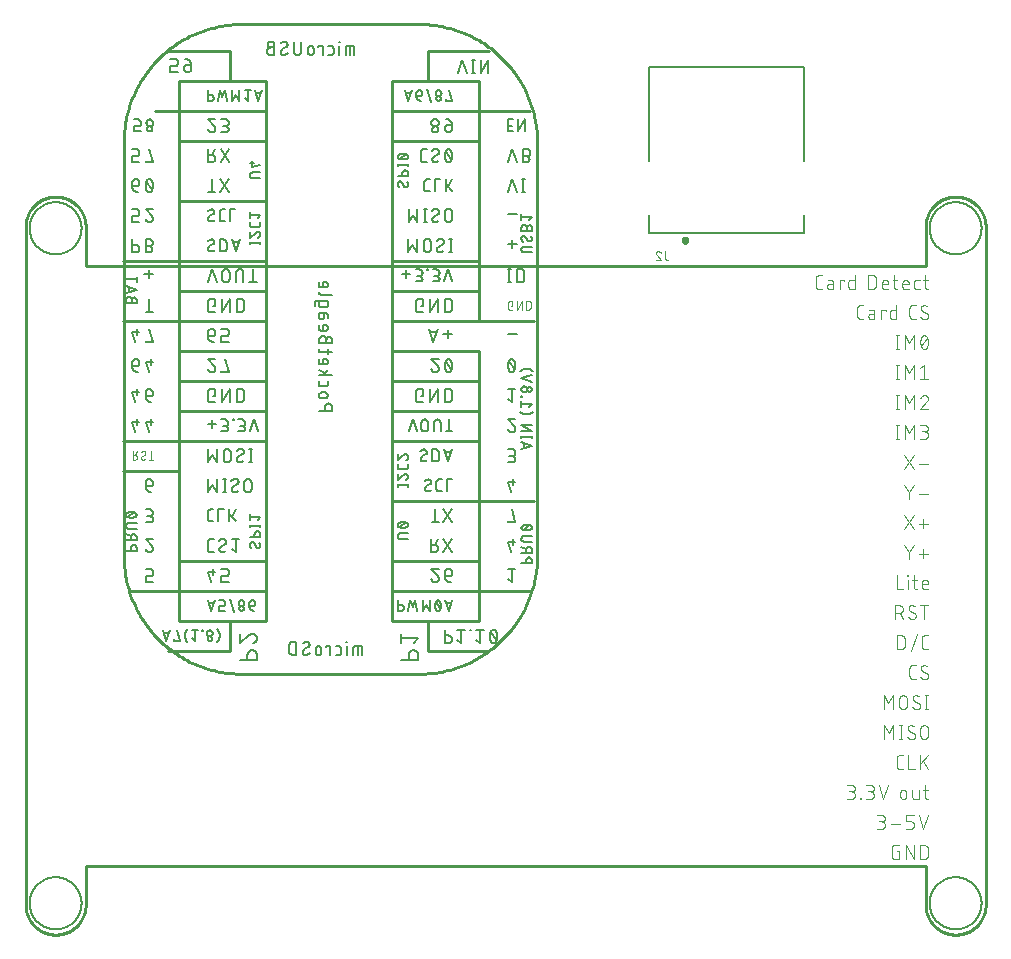
<source format=gbr>
G04 EAGLE Gerber RS-274X export*
G75*
%MOMM*%
%FSLAX34Y34*%
%LPD*%
%INSilkscreen Bottom*%
%IPPOS*%
%AMOC8*
5,1,8,0,0,1.08239X$1,22.5*%
G01*
%ADD10C,0.200000*%
%ADD11C,0.254000*%
%ADD12C,0.101600*%
%ADD13C,0.127000*%
%ADD14C,0.300000*%
%ADD15C,0.152400*%
%ADD16C,0.203200*%


D10*
X816200Y704850D02*
X816207Y705390D01*
X816226Y705929D01*
X816260Y706468D01*
X816306Y707006D01*
X816365Y707543D01*
X816438Y708078D01*
X816524Y708611D01*
X816623Y709142D01*
X816735Y709670D01*
X816859Y710196D01*
X816997Y710718D01*
X817147Y711236D01*
X817310Y711751D01*
X817486Y712262D01*
X817674Y712768D01*
X817875Y713269D01*
X818087Y713765D01*
X818312Y714256D01*
X818549Y714741D01*
X818798Y715221D01*
X819058Y715694D01*
X819330Y716160D01*
X819613Y716620D01*
X819908Y717073D01*
X820213Y717518D01*
X820529Y717955D01*
X820856Y718385D01*
X821194Y718807D01*
X821541Y719220D01*
X821899Y719624D01*
X822267Y720020D01*
X822644Y720406D01*
X823030Y720783D01*
X823426Y721151D01*
X823830Y721509D01*
X824243Y721856D01*
X824665Y722194D01*
X825095Y722521D01*
X825532Y722837D01*
X825977Y723142D01*
X826430Y723437D01*
X826890Y723720D01*
X827356Y723992D01*
X827829Y724252D01*
X828309Y724501D01*
X828794Y724738D01*
X829285Y724963D01*
X829781Y725175D01*
X830282Y725376D01*
X830788Y725564D01*
X831299Y725740D01*
X831814Y725903D01*
X832332Y726053D01*
X832854Y726191D01*
X833380Y726315D01*
X833908Y726427D01*
X834439Y726526D01*
X834972Y726612D01*
X835507Y726685D01*
X836044Y726744D01*
X836582Y726790D01*
X837121Y726824D01*
X837660Y726843D01*
X838200Y726850D01*
X838740Y726843D01*
X839279Y726824D01*
X839818Y726790D01*
X840356Y726744D01*
X840893Y726685D01*
X841428Y726612D01*
X841961Y726526D01*
X842492Y726427D01*
X843020Y726315D01*
X843546Y726191D01*
X844068Y726053D01*
X844586Y725903D01*
X845101Y725740D01*
X845612Y725564D01*
X846118Y725376D01*
X846619Y725175D01*
X847115Y724963D01*
X847606Y724738D01*
X848091Y724501D01*
X848571Y724252D01*
X849044Y723992D01*
X849510Y723720D01*
X849970Y723437D01*
X850423Y723142D01*
X850868Y722837D01*
X851305Y722521D01*
X851735Y722194D01*
X852157Y721856D01*
X852570Y721509D01*
X852974Y721151D01*
X853370Y720783D01*
X853756Y720406D01*
X854133Y720020D01*
X854501Y719624D01*
X854859Y719220D01*
X855206Y718807D01*
X855544Y718385D01*
X855871Y717955D01*
X856187Y717518D01*
X856492Y717073D01*
X856787Y716620D01*
X857070Y716160D01*
X857342Y715694D01*
X857602Y715221D01*
X857851Y714741D01*
X858088Y714256D01*
X858313Y713765D01*
X858525Y713269D01*
X858726Y712768D01*
X858914Y712262D01*
X859090Y711751D01*
X859253Y711236D01*
X859403Y710718D01*
X859541Y710196D01*
X859665Y709670D01*
X859777Y709142D01*
X859876Y708611D01*
X859962Y708078D01*
X860035Y707543D01*
X860094Y707006D01*
X860140Y706468D01*
X860174Y705929D01*
X860193Y705390D01*
X860200Y704850D01*
X860193Y704310D01*
X860174Y703771D01*
X860140Y703232D01*
X860094Y702694D01*
X860035Y702157D01*
X859962Y701622D01*
X859876Y701089D01*
X859777Y700558D01*
X859665Y700030D01*
X859541Y699504D01*
X859403Y698982D01*
X859253Y698464D01*
X859090Y697949D01*
X858914Y697438D01*
X858726Y696932D01*
X858525Y696431D01*
X858313Y695935D01*
X858088Y695444D01*
X857851Y694959D01*
X857602Y694479D01*
X857342Y694006D01*
X857070Y693540D01*
X856787Y693080D01*
X856492Y692627D01*
X856187Y692182D01*
X855871Y691745D01*
X855544Y691315D01*
X855206Y690893D01*
X854859Y690480D01*
X854501Y690076D01*
X854133Y689680D01*
X853756Y689294D01*
X853370Y688917D01*
X852974Y688549D01*
X852570Y688191D01*
X852157Y687844D01*
X851735Y687506D01*
X851305Y687179D01*
X850868Y686863D01*
X850423Y686558D01*
X849970Y686263D01*
X849510Y685980D01*
X849044Y685708D01*
X848571Y685448D01*
X848091Y685199D01*
X847606Y684962D01*
X847115Y684737D01*
X846619Y684525D01*
X846118Y684324D01*
X845612Y684136D01*
X845101Y683960D01*
X844586Y683797D01*
X844068Y683647D01*
X843546Y683509D01*
X843020Y683385D01*
X842492Y683273D01*
X841961Y683174D01*
X841428Y683088D01*
X840893Y683015D01*
X840356Y682956D01*
X839818Y682910D01*
X839279Y682876D01*
X838740Y682857D01*
X838200Y682850D01*
X837660Y682857D01*
X837121Y682876D01*
X836582Y682910D01*
X836044Y682956D01*
X835507Y683015D01*
X834972Y683088D01*
X834439Y683174D01*
X833908Y683273D01*
X833380Y683385D01*
X832854Y683509D01*
X832332Y683647D01*
X831814Y683797D01*
X831299Y683960D01*
X830788Y684136D01*
X830282Y684324D01*
X829781Y684525D01*
X829285Y684737D01*
X828794Y684962D01*
X828309Y685199D01*
X827829Y685448D01*
X827356Y685708D01*
X826890Y685980D01*
X826430Y686263D01*
X825977Y686558D01*
X825532Y686863D01*
X825095Y687179D01*
X824665Y687506D01*
X824243Y687844D01*
X823830Y688191D01*
X823426Y688549D01*
X823030Y688917D01*
X822644Y689294D01*
X822267Y689680D01*
X821899Y690076D01*
X821541Y690480D01*
X821194Y690893D01*
X820856Y691315D01*
X820529Y691745D01*
X820213Y692182D01*
X819908Y692627D01*
X819613Y693080D01*
X819330Y693540D01*
X819058Y694006D01*
X818798Y694479D01*
X818549Y694959D01*
X818312Y695444D01*
X818087Y695935D01*
X817875Y696431D01*
X817674Y696932D01*
X817486Y697438D01*
X817310Y697949D01*
X817147Y698464D01*
X816997Y698982D01*
X816859Y699504D01*
X816735Y700030D01*
X816623Y700558D01*
X816524Y701089D01*
X816438Y701622D01*
X816365Y702157D01*
X816306Y702694D01*
X816260Y703232D01*
X816226Y703771D01*
X816207Y704310D01*
X816200Y704850D01*
X816200Y133350D02*
X816207Y133890D01*
X816226Y134429D01*
X816260Y134968D01*
X816306Y135506D01*
X816365Y136043D01*
X816438Y136578D01*
X816524Y137111D01*
X816623Y137642D01*
X816735Y138170D01*
X816859Y138696D01*
X816997Y139218D01*
X817147Y139736D01*
X817310Y140251D01*
X817486Y140762D01*
X817674Y141268D01*
X817875Y141769D01*
X818087Y142265D01*
X818312Y142756D01*
X818549Y143241D01*
X818798Y143721D01*
X819058Y144194D01*
X819330Y144660D01*
X819613Y145120D01*
X819908Y145573D01*
X820213Y146018D01*
X820529Y146455D01*
X820856Y146885D01*
X821194Y147307D01*
X821541Y147720D01*
X821899Y148124D01*
X822267Y148520D01*
X822644Y148906D01*
X823030Y149283D01*
X823426Y149651D01*
X823830Y150009D01*
X824243Y150356D01*
X824665Y150694D01*
X825095Y151021D01*
X825532Y151337D01*
X825977Y151642D01*
X826430Y151937D01*
X826890Y152220D01*
X827356Y152492D01*
X827829Y152752D01*
X828309Y153001D01*
X828794Y153238D01*
X829285Y153463D01*
X829781Y153675D01*
X830282Y153876D01*
X830788Y154064D01*
X831299Y154240D01*
X831814Y154403D01*
X832332Y154553D01*
X832854Y154691D01*
X833380Y154815D01*
X833908Y154927D01*
X834439Y155026D01*
X834972Y155112D01*
X835507Y155185D01*
X836044Y155244D01*
X836582Y155290D01*
X837121Y155324D01*
X837660Y155343D01*
X838200Y155350D01*
X838740Y155343D01*
X839279Y155324D01*
X839818Y155290D01*
X840356Y155244D01*
X840893Y155185D01*
X841428Y155112D01*
X841961Y155026D01*
X842492Y154927D01*
X843020Y154815D01*
X843546Y154691D01*
X844068Y154553D01*
X844586Y154403D01*
X845101Y154240D01*
X845612Y154064D01*
X846118Y153876D01*
X846619Y153675D01*
X847115Y153463D01*
X847606Y153238D01*
X848091Y153001D01*
X848571Y152752D01*
X849044Y152492D01*
X849510Y152220D01*
X849970Y151937D01*
X850423Y151642D01*
X850868Y151337D01*
X851305Y151021D01*
X851735Y150694D01*
X852157Y150356D01*
X852570Y150009D01*
X852974Y149651D01*
X853370Y149283D01*
X853756Y148906D01*
X854133Y148520D01*
X854501Y148124D01*
X854859Y147720D01*
X855206Y147307D01*
X855544Y146885D01*
X855871Y146455D01*
X856187Y146018D01*
X856492Y145573D01*
X856787Y145120D01*
X857070Y144660D01*
X857342Y144194D01*
X857602Y143721D01*
X857851Y143241D01*
X858088Y142756D01*
X858313Y142265D01*
X858525Y141769D01*
X858726Y141268D01*
X858914Y140762D01*
X859090Y140251D01*
X859253Y139736D01*
X859403Y139218D01*
X859541Y138696D01*
X859665Y138170D01*
X859777Y137642D01*
X859876Y137111D01*
X859962Y136578D01*
X860035Y136043D01*
X860094Y135506D01*
X860140Y134968D01*
X860174Y134429D01*
X860193Y133890D01*
X860200Y133350D01*
X860193Y132810D01*
X860174Y132271D01*
X860140Y131732D01*
X860094Y131194D01*
X860035Y130657D01*
X859962Y130122D01*
X859876Y129589D01*
X859777Y129058D01*
X859665Y128530D01*
X859541Y128004D01*
X859403Y127482D01*
X859253Y126964D01*
X859090Y126449D01*
X858914Y125938D01*
X858726Y125432D01*
X858525Y124931D01*
X858313Y124435D01*
X858088Y123944D01*
X857851Y123459D01*
X857602Y122979D01*
X857342Y122506D01*
X857070Y122040D01*
X856787Y121580D01*
X856492Y121127D01*
X856187Y120682D01*
X855871Y120245D01*
X855544Y119815D01*
X855206Y119393D01*
X854859Y118980D01*
X854501Y118576D01*
X854133Y118180D01*
X853756Y117794D01*
X853370Y117417D01*
X852974Y117049D01*
X852570Y116691D01*
X852157Y116344D01*
X851735Y116006D01*
X851305Y115679D01*
X850868Y115363D01*
X850423Y115058D01*
X849970Y114763D01*
X849510Y114480D01*
X849044Y114208D01*
X848571Y113948D01*
X848091Y113699D01*
X847606Y113462D01*
X847115Y113237D01*
X846619Y113025D01*
X846118Y112824D01*
X845612Y112636D01*
X845101Y112460D01*
X844586Y112297D01*
X844068Y112147D01*
X843546Y112009D01*
X843020Y111885D01*
X842492Y111773D01*
X841961Y111674D01*
X841428Y111588D01*
X840893Y111515D01*
X840356Y111456D01*
X839818Y111410D01*
X839279Y111376D01*
X838740Y111357D01*
X838200Y111350D01*
X837660Y111357D01*
X837121Y111376D01*
X836582Y111410D01*
X836044Y111456D01*
X835507Y111515D01*
X834972Y111588D01*
X834439Y111674D01*
X833908Y111773D01*
X833380Y111885D01*
X832854Y112009D01*
X832332Y112147D01*
X831814Y112297D01*
X831299Y112460D01*
X830788Y112636D01*
X830282Y112824D01*
X829781Y113025D01*
X829285Y113237D01*
X828794Y113462D01*
X828309Y113699D01*
X827829Y113948D01*
X827356Y114208D01*
X826890Y114480D01*
X826430Y114763D01*
X825977Y115058D01*
X825532Y115363D01*
X825095Y115679D01*
X824665Y116006D01*
X824243Y116344D01*
X823830Y116691D01*
X823426Y117049D01*
X823030Y117417D01*
X822644Y117794D01*
X822267Y118180D01*
X821899Y118576D01*
X821541Y118980D01*
X821194Y119393D01*
X820856Y119815D01*
X820529Y120245D01*
X820213Y120682D01*
X819908Y121127D01*
X819613Y121580D01*
X819330Y122040D01*
X819058Y122506D01*
X818798Y122979D01*
X818549Y123459D01*
X818312Y123944D01*
X818087Y124435D01*
X817875Y124931D01*
X817674Y125432D01*
X817486Y125938D01*
X817310Y126449D01*
X817147Y126964D01*
X816997Y127482D01*
X816859Y128004D01*
X816735Y128530D01*
X816623Y129058D01*
X816524Y129589D01*
X816438Y130122D01*
X816365Y130657D01*
X816306Y131194D01*
X816260Y131732D01*
X816226Y132271D01*
X816207Y132810D01*
X816200Y133350D01*
X54200Y704850D02*
X54207Y705390D01*
X54226Y705929D01*
X54260Y706468D01*
X54306Y707006D01*
X54365Y707543D01*
X54438Y708078D01*
X54524Y708611D01*
X54623Y709142D01*
X54735Y709670D01*
X54859Y710196D01*
X54997Y710718D01*
X55147Y711236D01*
X55310Y711751D01*
X55486Y712262D01*
X55674Y712768D01*
X55875Y713269D01*
X56087Y713765D01*
X56312Y714256D01*
X56549Y714741D01*
X56798Y715221D01*
X57058Y715694D01*
X57330Y716160D01*
X57613Y716620D01*
X57908Y717073D01*
X58213Y717518D01*
X58529Y717955D01*
X58856Y718385D01*
X59194Y718807D01*
X59541Y719220D01*
X59899Y719624D01*
X60267Y720020D01*
X60644Y720406D01*
X61030Y720783D01*
X61426Y721151D01*
X61830Y721509D01*
X62243Y721856D01*
X62665Y722194D01*
X63095Y722521D01*
X63532Y722837D01*
X63977Y723142D01*
X64430Y723437D01*
X64890Y723720D01*
X65356Y723992D01*
X65829Y724252D01*
X66309Y724501D01*
X66794Y724738D01*
X67285Y724963D01*
X67781Y725175D01*
X68282Y725376D01*
X68788Y725564D01*
X69299Y725740D01*
X69814Y725903D01*
X70332Y726053D01*
X70854Y726191D01*
X71380Y726315D01*
X71908Y726427D01*
X72439Y726526D01*
X72972Y726612D01*
X73507Y726685D01*
X74044Y726744D01*
X74582Y726790D01*
X75121Y726824D01*
X75660Y726843D01*
X76200Y726850D01*
X76740Y726843D01*
X77279Y726824D01*
X77818Y726790D01*
X78356Y726744D01*
X78893Y726685D01*
X79428Y726612D01*
X79961Y726526D01*
X80492Y726427D01*
X81020Y726315D01*
X81546Y726191D01*
X82068Y726053D01*
X82586Y725903D01*
X83101Y725740D01*
X83612Y725564D01*
X84118Y725376D01*
X84619Y725175D01*
X85115Y724963D01*
X85606Y724738D01*
X86091Y724501D01*
X86571Y724252D01*
X87044Y723992D01*
X87510Y723720D01*
X87970Y723437D01*
X88423Y723142D01*
X88868Y722837D01*
X89305Y722521D01*
X89735Y722194D01*
X90157Y721856D01*
X90570Y721509D01*
X90974Y721151D01*
X91370Y720783D01*
X91756Y720406D01*
X92133Y720020D01*
X92501Y719624D01*
X92859Y719220D01*
X93206Y718807D01*
X93544Y718385D01*
X93871Y717955D01*
X94187Y717518D01*
X94492Y717073D01*
X94787Y716620D01*
X95070Y716160D01*
X95342Y715694D01*
X95602Y715221D01*
X95851Y714741D01*
X96088Y714256D01*
X96313Y713765D01*
X96525Y713269D01*
X96726Y712768D01*
X96914Y712262D01*
X97090Y711751D01*
X97253Y711236D01*
X97403Y710718D01*
X97541Y710196D01*
X97665Y709670D01*
X97777Y709142D01*
X97876Y708611D01*
X97962Y708078D01*
X98035Y707543D01*
X98094Y707006D01*
X98140Y706468D01*
X98174Y705929D01*
X98193Y705390D01*
X98200Y704850D01*
X98193Y704310D01*
X98174Y703771D01*
X98140Y703232D01*
X98094Y702694D01*
X98035Y702157D01*
X97962Y701622D01*
X97876Y701089D01*
X97777Y700558D01*
X97665Y700030D01*
X97541Y699504D01*
X97403Y698982D01*
X97253Y698464D01*
X97090Y697949D01*
X96914Y697438D01*
X96726Y696932D01*
X96525Y696431D01*
X96313Y695935D01*
X96088Y695444D01*
X95851Y694959D01*
X95602Y694479D01*
X95342Y694006D01*
X95070Y693540D01*
X94787Y693080D01*
X94492Y692627D01*
X94187Y692182D01*
X93871Y691745D01*
X93544Y691315D01*
X93206Y690893D01*
X92859Y690480D01*
X92501Y690076D01*
X92133Y689680D01*
X91756Y689294D01*
X91370Y688917D01*
X90974Y688549D01*
X90570Y688191D01*
X90157Y687844D01*
X89735Y687506D01*
X89305Y687179D01*
X88868Y686863D01*
X88423Y686558D01*
X87970Y686263D01*
X87510Y685980D01*
X87044Y685708D01*
X86571Y685448D01*
X86091Y685199D01*
X85606Y684962D01*
X85115Y684737D01*
X84619Y684525D01*
X84118Y684324D01*
X83612Y684136D01*
X83101Y683960D01*
X82586Y683797D01*
X82068Y683647D01*
X81546Y683509D01*
X81020Y683385D01*
X80492Y683273D01*
X79961Y683174D01*
X79428Y683088D01*
X78893Y683015D01*
X78356Y682956D01*
X77818Y682910D01*
X77279Y682876D01*
X76740Y682857D01*
X76200Y682850D01*
X75660Y682857D01*
X75121Y682876D01*
X74582Y682910D01*
X74044Y682956D01*
X73507Y683015D01*
X72972Y683088D01*
X72439Y683174D01*
X71908Y683273D01*
X71380Y683385D01*
X70854Y683509D01*
X70332Y683647D01*
X69814Y683797D01*
X69299Y683960D01*
X68788Y684136D01*
X68282Y684324D01*
X67781Y684525D01*
X67285Y684737D01*
X66794Y684962D01*
X66309Y685199D01*
X65829Y685448D01*
X65356Y685708D01*
X64890Y685980D01*
X64430Y686263D01*
X63977Y686558D01*
X63532Y686863D01*
X63095Y687179D01*
X62665Y687506D01*
X62243Y687844D01*
X61830Y688191D01*
X61426Y688549D01*
X61030Y688917D01*
X60644Y689294D01*
X60267Y689680D01*
X59899Y690076D01*
X59541Y690480D01*
X59194Y690893D01*
X58856Y691315D01*
X58529Y691745D01*
X58213Y692182D01*
X57908Y692627D01*
X57613Y693080D01*
X57330Y693540D01*
X57058Y694006D01*
X56798Y694479D01*
X56549Y694959D01*
X56312Y695444D01*
X56087Y695935D01*
X55875Y696431D01*
X55674Y696932D01*
X55486Y697438D01*
X55310Y697949D01*
X55147Y698464D01*
X54997Y698982D01*
X54859Y699504D01*
X54735Y700030D01*
X54623Y700558D01*
X54524Y701089D01*
X54438Y701622D01*
X54365Y702157D01*
X54306Y702694D01*
X54260Y703232D01*
X54226Y703771D01*
X54207Y704310D01*
X54200Y704850D01*
X54200Y133350D02*
X54207Y133890D01*
X54226Y134429D01*
X54260Y134968D01*
X54306Y135506D01*
X54365Y136043D01*
X54438Y136578D01*
X54524Y137111D01*
X54623Y137642D01*
X54735Y138170D01*
X54859Y138696D01*
X54997Y139218D01*
X55147Y139736D01*
X55310Y140251D01*
X55486Y140762D01*
X55674Y141268D01*
X55875Y141769D01*
X56087Y142265D01*
X56312Y142756D01*
X56549Y143241D01*
X56798Y143721D01*
X57058Y144194D01*
X57330Y144660D01*
X57613Y145120D01*
X57908Y145573D01*
X58213Y146018D01*
X58529Y146455D01*
X58856Y146885D01*
X59194Y147307D01*
X59541Y147720D01*
X59899Y148124D01*
X60267Y148520D01*
X60644Y148906D01*
X61030Y149283D01*
X61426Y149651D01*
X61830Y150009D01*
X62243Y150356D01*
X62665Y150694D01*
X63095Y151021D01*
X63532Y151337D01*
X63977Y151642D01*
X64430Y151937D01*
X64890Y152220D01*
X65356Y152492D01*
X65829Y152752D01*
X66309Y153001D01*
X66794Y153238D01*
X67285Y153463D01*
X67781Y153675D01*
X68282Y153876D01*
X68788Y154064D01*
X69299Y154240D01*
X69814Y154403D01*
X70332Y154553D01*
X70854Y154691D01*
X71380Y154815D01*
X71908Y154927D01*
X72439Y155026D01*
X72972Y155112D01*
X73507Y155185D01*
X74044Y155244D01*
X74582Y155290D01*
X75121Y155324D01*
X75660Y155343D01*
X76200Y155350D01*
X76740Y155343D01*
X77279Y155324D01*
X77818Y155290D01*
X78356Y155244D01*
X78893Y155185D01*
X79428Y155112D01*
X79961Y155026D01*
X80492Y154927D01*
X81020Y154815D01*
X81546Y154691D01*
X82068Y154553D01*
X82586Y154403D01*
X83101Y154240D01*
X83612Y154064D01*
X84118Y153876D01*
X84619Y153675D01*
X85115Y153463D01*
X85606Y153238D01*
X86091Y153001D01*
X86571Y152752D01*
X87044Y152492D01*
X87510Y152220D01*
X87970Y151937D01*
X88423Y151642D01*
X88868Y151337D01*
X89305Y151021D01*
X89735Y150694D01*
X90157Y150356D01*
X90570Y150009D01*
X90974Y149651D01*
X91370Y149283D01*
X91756Y148906D01*
X92133Y148520D01*
X92501Y148124D01*
X92859Y147720D01*
X93206Y147307D01*
X93544Y146885D01*
X93871Y146455D01*
X94187Y146018D01*
X94492Y145573D01*
X94787Y145120D01*
X95070Y144660D01*
X95342Y144194D01*
X95602Y143721D01*
X95851Y143241D01*
X96088Y142756D01*
X96313Y142265D01*
X96525Y141769D01*
X96726Y141268D01*
X96914Y140762D01*
X97090Y140251D01*
X97253Y139736D01*
X97403Y139218D01*
X97541Y138696D01*
X97665Y138170D01*
X97777Y137642D01*
X97876Y137111D01*
X97962Y136578D01*
X98035Y136043D01*
X98094Y135506D01*
X98140Y134968D01*
X98174Y134429D01*
X98193Y133890D01*
X98200Y133350D01*
X98193Y132810D01*
X98174Y132271D01*
X98140Y131732D01*
X98094Y131194D01*
X98035Y130657D01*
X97962Y130122D01*
X97876Y129589D01*
X97777Y129058D01*
X97665Y128530D01*
X97541Y128004D01*
X97403Y127482D01*
X97253Y126964D01*
X97090Y126449D01*
X96914Y125938D01*
X96726Y125432D01*
X96525Y124931D01*
X96313Y124435D01*
X96088Y123944D01*
X95851Y123459D01*
X95602Y122979D01*
X95342Y122506D01*
X95070Y122040D01*
X94787Y121580D01*
X94492Y121127D01*
X94187Y120682D01*
X93871Y120245D01*
X93544Y119815D01*
X93206Y119393D01*
X92859Y118980D01*
X92501Y118576D01*
X92133Y118180D01*
X91756Y117794D01*
X91370Y117417D01*
X90974Y117049D01*
X90570Y116691D01*
X90157Y116344D01*
X89735Y116006D01*
X89305Y115679D01*
X88868Y115363D01*
X88423Y115058D01*
X87970Y114763D01*
X87510Y114480D01*
X87044Y114208D01*
X86571Y113948D01*
X86091Y113699D01*
X85606Y113462D01*
X85115Y113237D01*
X84619Y113025D01*
X84118Y112824D01*
X83612Y112636D01*
X83101Y112460D01*
X82586Y112297D01*
X82068Y112147D01*
X81546Y112009D01*
X81020Y111885D01*
X80492Y111773D01*
X79961Y111674D01*
X79428Y111588D01*
X78893Y111515D01*
X78356Y111456D01*
X77818Y111410D01*
X77279Y111376D01*
X76740Y111357D01*
X76200Y111350D01*
X75660Y111357D01*
X75121Y111376D01*
X74582Y111410D01*
X74044Y111456D01*
X73507Y111515D01*
X72972Y111588D01*
X72439Y111674D01*
X71908Y111773D01*
X71380Y111885D01*
X70854Y112009D01*
X70332Y112147D01*
X69814Y112297D01*
X69299Y112460D01*
X68788Y112636D01*
X68282Y112824D01*
X67781Y113025D01*
X67285Y113237D01*
X66794Y113462D01*
X66309Y113699D01*
X65829Y113948D01*
X65356Y114208D01*
X64890Y114480D01*
X64430Y114763D01*
X63977Y115058D01*
X63532Y115363D01*
X63095Y115679D01*
X62665Y116006D01*
X62243Y116344D01*
X61830Y116691D01*
X61426Y117049D01*
X61030Y117417D01*
X60644Y117794D01*
X60267Y118180D01*
X59899Y118576D01*
X59541Y118980D01*
X59194Y119393D01*
X58856Y119815D01*
X58529Y120245D01*
X58213Y120682D01*
X57908Y121127D01*
X57613Y121580D01*
X57330Y122040D01*
X57058Y122506D01*
X56798Y122979D01*
X56549Y123459D01*
X56312Y123944D01*
X56087Y124435D01*
X55875Y124931D01*
X55674Y125432D01*
X55486Y125938D01*
X55310Y126449D01*
X55147Y126964D01*
X54997Y127482D01*
X54859Y128004D01*
X54735Y128530D01*
X54623Y129058D01*
X54524Y129589D01*
X54438Y130122D01*
X54365Y130657D01*
X54306Y131194D01*
X54260Y131732D01*
X54226Y132271D01*
X54207Y132810D01*
X54200Y133350D01*
D11*
X838200Y731520D02*
X838814Y731513D01*
X839427Y731490D01*
X840040Y731453D01*
X840651Y731401D01*
X841262Y731335D01*
X841870Y731253D01*
X842476Y731157D01*
X843080Y731047D01*
X843681Y730922D01*
X844279Y730782D01*
X844873Y730628D01*
X845463Y730459D01*
X846049Y730277D01*
X846630Y730080D01*
X847207Y729869D01*
X847778Y729645D01*
X848344Y729407D01*
X848904Y729155D01*
X849457Y728889D01*
X850004Y728611D01*
X850544Y728319D01*
X851077Y728014D01*
X851602Y727696D01*
X852120Y727366D01*
X852629Y727024D01*
X853130Y726669D01*
X853622Y726302D01*
X854105Y725924D01*
X854579Y725534D01*
X855043Y725132D01*
X855498Y724720D01*
X855942Y724296D01*
X856376Y723862D01*
X856800Y723418D01*
X857212Y722963D01*
X857614Y722499D01*
X858004Y722025D01*
X858382Y721542D01*
X858749Y721050D01*
X859104Y720549D01*
X859446Y720040D01*
X859776Y719522D01*
X860094Y718997D01*
X860399Y718464D01*
X860691Y717924D01*
X860969Y717377D01*
X861235Y716824D01*
X861487Y716264D01*
X861725Y715698D01*
X861949Y715127D01*
X862160Y714550D01*
X862357Y713969D01*
X862539Y713383D01*
X862708Y712793D01*
X862862Y712199D01*
X863002Y711601D01*
X863127Y711000D01*
X863237Y710396D01*
X863333Y709790D01*
X863415Y709182D01*
X863481Y708571D01*
X863533Y707960D01*
X863570Y707347D01*
X863593Y706734D01*
X863600Y706120D01*
X863600Y132080D01*
X863593Y131466D01*
X863570Y130853D01*
X863533Y130240D01*
X863481Y129629D01*
X863415Y129018D01*
X863333Y128410D01*
X863237Y127804D01*
X863127Y127200D01*
X863002Y126599D01*
X862862Y126001D01*
X862708Y125407D01*
X862539Y124817D01*
X862357Y124231D01*
X862160Y123650D01*
X861949Y123073D01*
X861725Y122502D01*
X861487Y121936D01*
X861235Y121376D01*
X860969Y120823D01*
X860691Y120276D01*
X860399Y119736D01*
X860094Y119203D01*
X859776Y118678D01*
X859446Y118160D01*
X859104Y117651D01*
X858749Y117150D01*
X858382Y116658D01*
X858004Y116175D01*
X857614Y115701D01*
X857212Y115237D01*
X856800Y114782D01*
X856376Y114338D01*
X855942Y113904D01*
X855498Y113480D01*
X855043Y113068D01*
X854579Y112666D01*
X854105Y112276D01*
X853622Y111898D01*
X853130Y111531D01*
X852629Y111176D01*
X852120Y110834D01*
X851602Y110504D01*
X851077Y110186D01*
X850544Y109881D01*
X850004Y109589D01*
X849457Y109311D01*
X848904Y109045D01*
X848344Y108793D01*
X847778Y108555D01*
X847207Y108331D01*
X846630Y108120D01*
X846049Y107923D01*
X845463Y107741D01*
X844873Y107572D01*
X844279Y107418D01*
X843681Y107278D01*
X843080Y107153D01*
X842476Y107043D01*
X841870Y106947D01*
X841262Y106865D01*
X840651Y106799D01*
X840040Y106747D01*
X839427Y106710D01*
X838814Y106687D01*
X838200Y106680D01*
X837586Y106687D01*
X836973Y106710D01*
X836360Y106747D01*
X835749Y106799D01*
X835138Y106865D01*
X834530Y106947D01*
X833924Y107043D01*
X833320Y107153D01*
X832719Y107278D01*
X832121Y107418D01*
X831527Y107572D01*
X830937Y107741D01*
X830351Y107923D01*
X829770Y108120D01*
X829193Y108331D01*
X828622Y108555D01*
X828056Y108793D01*
X827496Y109045D01*
X826943Y109311D01*
X826396Y109589D01*
X825856Y109881D01*
X825323Y110186D01*
X824798Y110504D01*
X824280Y110834D01*
X823771Y111176D01*
X823270Y111531D01*
X822778Y111898D01*
X822295Y112276D01*
X821821Y112666D01*
X821357Y113068D01*
X820902Y113480D01*
X820458Y113904D01*
X820024Y114338D01*
X819600Y114782D01*
X819188Y115237D01*
X818786Y115701D01*
X818396Y116175D01*
X818018Y116658D01*
X817651Y117150D01*
X817296Y117651D01*
X816954Y118160D01*
X816624Y118678D01*
X816306Y119203D01*
X816001Y119736D01*
X815709Y120276D01*
X815431Y120823D01*
X815165Y121376D01*
X814913Y121936D01*
X814675Y122502D01*
X814451Y123073D01*
X814240Y123650D01*
X814043Y124231D01*
X813861Y124817D01*
X813692Y125407D01*
X813538Y126001D01*
X813398Y126599D01*
X813273Y127200D01*
X813163Y127804D01*
X813067Y128410D01*
X812985Y129018D01*
X812919Y129629D01*
X812867Y130240D01*
X812830Y130853D01*
X812807Y131466D01*
X812800Y132080D01*
X812800Y165100D01*
X101600Y165100D01*
X101600Y132080D01*
X101593Y131466D01*
X101570Y130853D01*
X101533Y130240D01*
X101481Y129629D01*
X101415Y129018D01*
X101333Y128410D01*
X101237Y127804D01*
X101127Y127200D01*
X101002Y126599D01*
X100862Y126001D01*
X100708Y125407D01*
X100539Y124817D01*
X100357Y124231D01*
X100160Y123650D01*
X99949Y123073D01*
X99725Y122502D01*
X99487Y121936D01*
X99235Y121376D01*
X98969Y120823D01*
X98691Y120276D01*
X98399Y119736D01*
X98094Y119203D01*
X97776Y118678D01*
X97446Y118160D01*
X97104Y117651D01*
X96749Y117150D01*
X96382Y116658D01*
X96004Y116175D01*
X95614Y115701D01*
X95212Y115237D01*
X94800Y114782D01*
X94376Y114338D01*
X93942Y113904D01*
X93498Y113480D01*
X93043Y113068D01*
X92579Y112666D01*
X92105Y112276D01*
X91622Y111898D01*
X91130Y111531D01*
X90629Y111176D01*
X90120Y110834D01*
X89602Y110504D01*
X89077Y110186D01*
X88544Y109881D01*
X88004Y109589D01*
X87457Y109311D01*
X86904Y109045D01*
X86344Y108793D01*
X85778Y108555D01*
X85207Y108331D01*
X84630Y108120D01*
X84049Y107923D01*
X83463Y107741D01*
X82873Y107572D01*
X82279Y107418D01*
X81681Y107278D01*
X81080Y107153D01*
X80476Y107043D01*
X79870Y106947D01*
X79262Y106865D01*
X78651Y106799D01*
X78040Y106747D01*
X77427Y106710D01*
X76814Y106687D01*
X76200Y106680D01*
X75586Y106687D01*
X74973Y106710D01*
X74360Y106747D01*
X73749Y106799D01*
X73138Y106865D01*
X72530Y106947D01*
X71924Y107043D01*
X71320Y107153D01*
X70719Y107278D01*
X70121Y107418D01*
X69527Y107572D01*
X68937Y107741D01*
X68351Y107923D01*
X67770Y108120D01*
X67193Y108331D01*
X66622Y108555D01*
X66056Y108793D01*
X65496Y109045D01*
X64943Y109311D01*
X64396Y109589D01*
X63856Y109881D01*
X63323Y110186D01*
X62798Y110504D01*
X62280Y110834D01*
X61771Y111176D01*
X61270Y111531D01*
X60778Y111898D01*
X60295Y112276D01*
X59821Y112666D01*
X59357Y113068D01*
X58902Y113480D01*
X58458Y113904D01*
X58024Y114338D01*
X57600Y114782D01*
X57188Y115237D01*
X56786Y115701D01*
X56396Y116175D01*
X56018Y116658D01*
X55651Y117150D01*
X55296Y117651D01*
X54954Y118160D01*
X54624Y118678D01*
X54306Y119203D01*
X54001Y119736D01*
X53709Y120276D01*
X53431Y120823D01*
X53165Y121376D01*
X52913Y121936D01*
X52675Y122502D01*
X52451Y123073D01*
X52240Y123650D01*
X52043Y124231D01*
X51861Y124817D01*
X51692Y125407D01*
X51538Y126001D01*
X51398Y126599D01*
X51273Y127200D01*
X51163Y127804D01*
X51067Y128410D01*
X50985Y129018D01*
X50919Y129629D01*
X50867Y130240D01*
X50830Y130853D01*
X50807Y131466D01*
X50800Y132080D01*
X50800Y706120D01*
X50807Y706734D01*
X50830Y707347D01*
X50867Y707960D01*
X50919Y708571D01*
X50985Y709182D01*
X51067Y709790D01*
X51163Y710396D01*
X51273Y711000D01*
X51398Y711601D01*
X51538Y712199D01*
X51692Y712793D01*
X51861Y713383D01*
X52043Y713969D01*
X52240Y714550D01*
X52451Y715127D01*
X52675Y715698D01*
X52913Y716264D01*
X53165Y716824D01*
X53431Y717377D01*
X53709Y717924D01*
X54001Y718464D01*
X54306Y718997D01*
X54624Y719522D01*
X54954Y720040D01*
X55296Y720549D01*
X55651Y721050D01*
X56018Y721542D01*
X56396Y722025D01*
X56786Y722499D01*
X57188Y722963D01*
X57600Y723418D01*
X58024Y723862D01*
X58458Y724296D01*
X58902Y724720D01*
X59357Y725132D01*
X59821Y725534D01*
X60295Y725924D01*
X60778Y726302D01*
X61270Y726669D01*
X61771Y727024D01*
X62280Y727366D01*
X62798Y727696D01*
X63323Y728014D01*
X63856Y728319D01*
X64396Y728611D01*
X64943Y728889D01*
X65496Y729155D01*
X66056Y729407D01*
X66622Y729645D01*
X67193Y729869D01*
X67770Y730080D01*
X68351Y730277D01*
X68937Y730459D01*
X69527Y730628D01*
X70121Y730782D01*
X70719Y730922D01*
X71320Y731047D01*
X71924Y731157D01*
X72530Y731253D01*
X73138Y731335D01*
X73749Y731401D01*
X74360Y731453D01*
X74973Y731490D01*
X75586Y731513D01*
X76200Y731520D01*
X76814Y731513D01*
X77427Y731490D01*
X78040Y731453D01*
X78651Y731401D01*
X79262Y731335D01*
X79870Y731253D01*
X80476Y731157D01*
X81080Y731047D01*
X81681Y730922D01*
X82279Y730782D01*
X82873Y730628D01*
X83463Y730459D01*
X84049Y730277D01*
X84630Y730080D01*
X85207Y729869D01*
X85778Y729645D01*
X86344Y729407D01*
X86904Y729155D01*
X87457Y728889D01*
X88004Y728611D01*
X88544Y728319D01*
X89077Y728014D01*
X89602Y727696D01*
X90120Y727366D01*
X90629Y727024D01*
X91130Y726669D01*
X91622Y726302D01*
X92105Y725924D01*
X92579Y725534D01*
X93043Y725132D01*
X93498Y724720D01*
X93942Y724296D01*
X94376Y723862D01*
X94800Y723418D01*
X95212Y722963D01*
X95614Y722499D01*
X96004Y722025D01*
X96382Y721542D01*
X96749Y721050D01*
X97104Y720549D01*
X97446Y720040D01*
X97776Y719522D01*
X98094Y718997D01*
X98399Y718464D01*
X98691Y717924D01*
X98969Y717377D01*
X99235Y716824D01*
X99487Y716264D01*
X99725Y715698D01*
X99949Y715127D01*
X100160Y714550D01*
X100357Y713969D01*
X100539Y713383D01*
X100708Y712793D01*
X100862Y712199D01*
X101002Y711601D01*
X101127Y711000D01*
X101237Y710396D01*
X101333Y709790D01*
X101415Y709182D01*
X101481Y708571D01*
X101533Y707960D01*
X101570Y707347D01*
X101593Y706734D01*
X101600Y706120D01*
X101600Y673100D01*
X812800Y673100D01*
X812800Y706120D01*
X812807Y706734D01*
X812830Y707347D01*
X812867Y707960D01*
X812919Y708571D01*
X812985Y709182D01*
X813067Y709790D01*
X813163Y710396D01*
X813273Y711000D01*
X813398Y711601D01*
X813538Y712199D01*
X813692Y712793D01*
X813861Y713383D01*
X814043Y713969D01*
X814240Y714550D01*
X814451Y715127D01*
X814675Y715698D01*
X814913Y716264D01*
X815165Y716824D01*
X815431Y717377D01*
X815709Y717924D01*
X816001Y718464D01*
X816306Y718997D01*
X816624Y719522D01*
X816954Y720040D01*
X817296Y720549D01*
X817651Y721050D01*
X818018Y721542D01*
X818396Y722025D01*
X818786Y722499D01*
X819188Y722963D01*
X819600Y723418D01*
X820024Y723862D01*
X820458Y724296D01*
X820902Y724720D01*
X821357Y725132D01*
X821821Y725534D01*
X822295Y725924D01*
X822778Y726302D01*
X823270Y726669D01*
X823771Y727024D01*
X824280Y727366D01*
X824798Y727696D01*
X825323Y728014D01*
X825856Y728319D01*
X826396Y728611D01*
X826943Y728889D01*
X827496Y729155D01*
X828056Y729407D01*
X828622Y729645D01*
X829193Y729869D01*
X829770Y730080D01*
X830351Y730277D01*
X830937Y730459D01*
X831527Y730628D01*
X832121Y730782D01*
X832719Y730922D01*
X833320Y731047D01*
X833924Y731157D01*
X834530Y731253D01*
X835138Y731335D01*
X835749Y731401D01*
X836360Y731453D01*
X836973Y731490D01*
X837586Y731513D01*
X838200Y731520D01*
D12*
X724975Y653288D02*
X722379Y653288D01*
X722280Y653290D01*
X722180Y653296D01*
X722081Y653305D01*
X721983Y653318D01*
X721885Y653335D01*
X721787Y653356D01*
X721691Y653381D01*
X721596Y653409D01*
X721502Y653441D01*
X721409Y653476D01*
X721317Y653515D01*
X721227Y653558D01*
X721139Y653603D01*
X721052Y653653D01*
X720968Y653705D01*
X720885Y653761D01*
X720805Y653819D01*
X720727Y653881D01*
X720652Y653946D01*
X720579Y654014D01*
X720509Y654084D01*
X720441Y654157D01*
X720376Y654232D01*
X720314Y654310D01*
X720256Y654390D01*
X720200Y654473D01*
X720148Y654557D01*
X720098Y654644D01*
X720053Y654732D01*
X720010Y654822D01*
X719971Y654914D01*
X719936Y655007D01*
X719904Y655101D01*
X719876Y655196D01*
X719851Y655292D01*
X719830Y655390D01*
X719813Y655488D01*
X719800Y655586D01*
X719791Y655685D01*
X719785Y655785D01*
X719783Y655884D01*
X719782Y655884D02*
X719782Y662376D01*
X719783Y662376D02*
X719785Y662475D01*
X719791Y662575D01*
X719800Y662674D01*
X719813Y662772D01*
X719830Y662870D01*
X719851Y662968D01*
X719876Y663064D01*
X719904Y663159D01*
X719936Y663253D01*
X719971Y663346D01*
X720010Y663438D01*
X720053Y663528D01*
X720098Y663616D01*
X720148Y663703D01*
X720200Y663787D01*
X720256Y663870D01*
X720314Y663950D01*
X720376Y664028D01*
X720441Y664103D01*
X720509Y664176D01*
X720579Y664246D01*
X720652Y664314D01*
X720727Y664379D01*
X720805Y664441D01*
X720885Y664499D01*
X720968Y664555D01*
X721052Y664607D01*
X721139Y664657D01*
X721227Y664702D01*
X721317Y664745D01*
X721409Y664784D01*
X721501Y664819D01*
X721596Y664851D01*
X721691Y664879D01*
X721787Y664904D01*
X721885Y664925D01*
X721983Y664942D01*
X722081Y664955D01*
X722180Y664964D01*
X722280Y664970D01*
X722379Y664972D01*
X724975Y664972D01*
X731441Y657832D02*
X734362Y657832D01*
X731441Y657832D02*
X731347Y657830D01*
X731253Y657824D01*
X731160Y657815D01*
X731067Y657801D01*
X730975Y657784D01*
X730883Y657762D01*
X730793Y657738D01*
X730703Y657709D01*
X730615Y657677D01*
X730528Y657641D01*
X730443Y657601D01*
X730360Y657558D01*
X730278Y657512D01*
X730198Y657462D01*
X730121Y657409D01*
X730046Y657353D01*
X729973Y657294D01*
X729902Y657232D01*
X729834Y657167D01*
X729769Y657099D01*
X729707Y657028D01*
X729648Y656955D01*
X729592Y656880D01*
X729539Y656803D01*
X729489Y656723D01*
X729443Y656641D01*
X729400Y656558D01*
X729360Y656473D01*
X729324Y656386D01*
X729292Y656298D01*
X729263Y656208D01*
X729239Y656118D01*
X729217Y656026D01*
X729200Y655934D01*
X729186Y655841D01*
X729177Y655748D01*
X729171Y655654D01*
X729169Y655560D01*
X729171Y655466D01*
X729177Y655372D01*
X729186Y655279D01*
X729200Y655186D01*
X729217Y655094D01*
X729239Y655002D01*
X729263Y654912D01*
X729292Y654822D01*
X729324Y654734D01*
X729360Y654647D01*
X729400Y654562D01*
X729443Y654479D01*
X729489Y654397D01*
X729539Y654317D01*
X729592Y654240D01*
X729648Y654165D01*
X729707Y654092D01*
X729769Y654021D01*
X729834Y653953D01*
X729902Y653888D01*
X729973Y653826D01*
X730046Y653767D01*
X730121Y653711D01*
X730198Y653658D01*
X730278Y653608D01*
X730360Y653562D01*
X730443Y653519D01*
X730528Y653479D01*
X730615Y653443D01*
X730703Y653411D01*
X730793Y653382D01*
X730883Y653358D01*
X730975Y653336D01*
X731067Y653319D01*
X731160Y653305D01*
X731253Y653296D01*
X731347Y653290D01*
X731441Y653288D01*
X734362Y653288D01*
X734362Y659130D01*
X734361Y659130D02*
X734359Y659217D01*
X734353Y659305D01*
X734343Y659391D01*
X734330Y659478D01*
X734312Y659563D01*
X734291Y659648D01*
X734266Y659732D01*
X734237Y659814D01*
X734204Y659895D01*
X734168Y659975D01*
X734129Y660053D01*
X734085Y660129D01*
X734039Y660203D01*
X733989Y660274D01*
X733936Y660344D01*
X733880Y660411D01*
X733821Y660475D01*
X733759Y660537D01*
X733695Y660596D01*
X733628Y660652D01*
X733558Y660705D01*
X733487Y660755D01*
X733413Y660801D01*
X733337Y660845D01*
X733259Y660884D01*
X733179Y660920D01*
X733098Y660953D01*
X733016Y660982D01*
X732932Y661007D01*
X732847Y661028D01*
X732762Y661046D01*
X732675Y661059D01*
X732589Y661069D01*
X732501Y661075D01*
X732414Y661077D01*
X729818Y661077D01*
X739962Y661077D02*
X739962Y653288D01*
X739962Y661077D02*
X743857Y661077D01*
X743857Y659779D01*
X752650Y664972D02*
X752650Y653288D01*
X749404Y653288D01*
X749317Y653290D01*
X749229Y653296D01*
X749143Y653306D01*
X749056Y653319D01*
X748971Y653337D01*
X748886Y653358D01*
X748802Y653383D01*
X748720Y653412D01*
X748639Y653445D01*
X748559Y653481D01*
X748481Y653520D01*
X748405Y653564D01*
X748331Y653610D01*
X748260Y653660D01*
X748190Y653713D01*
X748123Y653769D01*
X748059Y653828D01*
X747997Y653890D01*
X747938Y653954D01*
X747882Y654021D01*
X747829Y654091D01*
X747779Y654162D01*
X747733Y654236D01*
X747689Y654312D01*
X747650Y654390D01*
X747614Y654470D01*
X747581Y654551D01*
X747552Y654633D01*
X747527Y654717D01*
X747506Y654802D01*
X747488Y654887D01*
X747475Y654974D01*
X747465Y655060D01*
X747459Y655148D01*
X747457Y655235D01*
X747457Y659130D01*
X747459Y659217D01*
X747465Y659305D01*
X747475Y659391D01*
X747488Y659478D01*
X747506Y659563D01*
X747527Y659648D01*
X747552Y659732D01*
X747581Y659814D01*
X747614Y659895D01*
X747650Y659975D01*
X747689Y660053D01*
X747733Y660129D01*
X747779Y660203D01*
X747829Y660274D01*
X747882Y660344D01*
X747938Y660411D01*
X747997Y660475D01*
X748059Y660537D01*
X748123Y660596D01*
X748190Y660652D01*
X748260Y660705D01*
X748331Y660755D01*
X748405Y660801D01*
X748481Y660845D01*
X748559Y660884D01*
X748639Y660920D01*
X748720Y660953D01*
X748802Y660982D01*
X748886Y661007D01*
X748971Y661028D01*
X749056Y661046D01*
X749143Y661059D01*
X749229Y661069D01*
X749317Y661075D01*
X749404Y661077D01*
X752650Y661077D01*
X764393Y664972D02*
X764393Y653288D01*
X764393Y664972D02*
X767638Y664972D01*
X767751Y664970D01*
X767864Y664964D01*
X767977Y664954D01*
X768090Y664940D01*
X768202Y664923D01*
X768313Y664901D01*
X768423Y664876D01*
X768533Y664846D01*
X768641Y664813D01*
X768748Y664776D01*
X768854Y664736D01*
X768958Y664691D01*
X769061Y664643D01*
X769162Y664592D01*
X769261Y664537D01*
X769358Y664479D01*
X769453Y664417D01*
X769546Y664352D01*
X769636Y664284D01*
X769724Y664213D01*
X769810Y664138D01*
X769893Y664061D01*
X769973Y663981D01*
X770050Y663898D01*
X770125Y663812D01*
X770196Y663724D01*
X770264Y663634D01*
X770329Y663541D01*
X770391Y663446D01*
X770449Y663349D01*
X770504Y663250D01*
X770555Y663149D01*
X770603Y663046D01*
X770648Y662942D01*
X770688Y662836D01*
X770725Y662729D01*
X770758Y662621D01*
X770788Y662511D01*
X770813Y662401D01*
X770835Y662290D01*
X770852Y662178D01*
X770866Y662065D01*
X770876Y661952D01*
X770882Y661839D01*
X770884Y661726D01*
X770884Y656534D01*
X770882Y656421D01*
X770876Y656308D01*
X770866Y656195D01*
X770852Y656082D01*
X770835Y655970D01*
X770813Y655859D01*
X770788Y655749D01*
X770758Y655639D01*
X770725Y655531D01*
X770688Y655424D01*
X770648Y655318D01*
X770603Y655214D01*
X770555Y655111D01*
X770504Y655010D01*
X770449Y654911D01*
X770391Y654814D01*
X770329Y654719D01*
X770264Y654626D01*
X770196Y654536D01*
X770125Y654448D01*
X770050Y654362D01*
X769973Y654279D01*
X769893Y654199D01*
X769810Y654122D01*
X769724Y654047D01*
X769636Y653976D01*
X769546Y653908D01*
X769453Y653843D01*
X769358Y653781D01*
X769261Y653723D01*
X769162Y653668D01*
X769061Y653617D01*
X768958Y653569D01*
X768854Y653524D01*
X768748Y653484D01*
X768641Y653447D01*
X768533Y653414D01*
X768423Y653384D01*
X768313Y653359D01*
X768202Y653337D01*
X768090Y653320D01*
X767977Y653306D01*
X767864Y653296D01*
X767751Y653290D01*
X767638Y653288D01*
X764393Y653288D01*
X778038Y653288D02*
X781284Y653288D01*
X778038Y653288D02*
X777951Y653290D01*
X777863Y653296D01*
X777777Y653306D01*
X777690Y653319D01*
X777605Y653337D01*
X777520Y653358D01*
X777436Y653383D01*
X777354Y653412D01*
X777273Y653445D01*
X777193Y653481D01*
X777115Y653520D01*
X777039Y653564D01*
X776965Y653610D01*
X776894Y653660D01*
X776824Y653713D01*
X776757Y653769D01*
X776693Y653828D01*
X776631Y653890D01*
X776572Y653954D01*
X776516Y654021D01*
X776463Y654091D01*
X776413Y654162D01*
X776367Y654236D01*
X776323Y654312D01*
X776284Y654390D01*
X776248Y654470D01*
X776215Y654551D01*
X776186Y654633D01*
X776161Y654717D01*
X776140Y654802D01*
X776122Y654887D01*
X776109Y654974D01*
X776099Y655060D01*
X776093Y655148D01*
X776091Y655235D01*
X776091Y658481D01*
X776093Y658582D01*
X776099Y658682D01*
X776109Y658782D01*
X776122Y658882D01*
X776140Y658981D01*
X776161Y659080D01*
X776186Y659177D01*
X776215Y659274D01*
X776248Y659369D01*
X776284Y659463D01*
X776324Y659555D01*
X776367Y659646D01*
X776414Y659735D01*
X776464Y659822D01*
X776518Y659908D01*
X776575Y659991D01*
X776635Y660071D01*
X776698Y660150D01*
X776765Y660226D01*
X776834Y660299D01*
X776906Y660369D01*
X776980Y660437D01*
X777057Y660502D01*
X777137Y660563D01*
X777219Y660622D01*
X777303Y660677D01*
X777389Y660729D01*
X777477Y660778D01*
X777567Y660823D01*
X777659Y660865D01*
X777752Y660903D01*
X777847Y660937D01*
X777942Y660968D01*
X778039Y660995D01*
X778137Y661018D01*
X778236Y661038D01*
X778336Y661053D01*
X778436Y661065D01*
X778536Y661073D01*
X778637Y661077D01*
X778737Y661077D01*
X778838Y661073D01*
X778938Y661065D01*
X779038Y661053D01*
X779138Y661038D01*
X779237Y661018D01*
X779335Y660995D01*
X779432Y660968D01*
X779527Y660937D01*
X779622Y660903D01*
X779715Y660865D01*
X779807Y660823D01*
X779897Y660778D01*
X779985Y660729D01*
X780071Y660677D01*
X780155Y660622D01*
X780237Y660563D01*
X780317Y660502D01*
X780394Y660437D01*
X780468Y660369D01*
X780540Y660299D01*
X780609Y660226D01*
X780676Y660150D01*
X780739Y660071D01*
X780799Y659991D01*
X780856Y659908D01*
X780910Y659822D01*
X780960Y659735D01*
X781007Y659646D01*
X781050Y659555D01*
X781090Y659463D01*
X781126Y659369D01*
X781159Y659274D01*
X781188Y659177D01*
X781213Y659080D01*
X781234Y658981D01*
X781252Y658882D01*
X781265Y658782D01*
X781275Y658682D01*
X781281Y658582D01*
X781283Y658481D01*
X781284Y658481D02*
X781284Y657183D01*
X776091Y657183D01*
X785029Y661077D02*
X788924Y661077D01*
X786328Y664972D02*
X786328Y655235D01*
X786330Y655148D01*
X786336Y655060D01*
X786346Y654974D01*
X786359Y654887D01*
X786377Y654802D01*
X786398Y654717D01*
X786423Y654633D01*
X786452Y654551D01*
X786485Y654470D01*
X786521Y654390D01*
X786560Y654312D01*
X786604Y654236D01*
X786650Y654162D01*
X786700Y654091D01*
X786753Y654021D01*
X786809Y653954D01*
X786868Y653890D01*
X786930Y653828D01*
X786994Y653769D01*
X787061Y653713D01*
X787131Y653660D01*
X787202Y653610D01*
X787276Y653564D01*
X787352Y653520D01*
X787430Y653481D01*
X787510Y653445D01*
X787591Y653412D01*
X787673Y653383D01*
X787757Y653358D01*
X787842Y653337D01*
X787927Y653319D01*
X788014Y653306D01*
X788100Y653296D01*
X788188Y653290D01*
X788275Y653288D01*
X788924Y653288D01*
X795183Y653288D02*
X798429Y653288D01*
X795183Y653288D02*
X795096Y653290D01*
X795008Y653296D01*
X794922Y653306D01*
X794835Y653319D01*
X794750Y653337D01*
X794665Y653358D01*
X794581Y653383D01*
X794499Y653412D01*
X794418Y653445D01*
X794338Y653481D01*
X794260Y653520D01*
X794184Y653564D01*
X794110Y653610D01*
X794039Y653660D01*
X793969Y653713D01*
X793902Y653769D01*
X793838Y653828D01*
X793776Y653890D01*
X793717Y653954D01*
X793661Y654021D01*
X793608Y654091D01*
X793558Y654162D01*
X793512Y654236D01*
X793468Y654312D01*
X793429Y654390D01*
X793393Y654470D01*
X793360Y654551D01*
X793331Y654633D01*
X793306Y654717D01*
X793285Y654802D01*
X793267Y654887D01*
X793254Y654974D01*
X793244Y655060D01*
X793238Y655148D01*
X793236Y655235D01*
X793236Y658481D01*
X793238Y658582D01*
X793244Y658682D01*
X793254Y658782D01*
X793267Y658882D01*
X793285Y658981D01*
X793306Y659080D01*
X793331Y659177D01*
X793360Y659274D01*
X793393Y659369D01*
X793429Y659463D01*
X793469Y659555D01*
X793512Y659646D01*
X793559Y659735D01*
X793609Y659822D01*
X793663Y659908D01*
X793720Y659991D01*
X793780Y660071D01*
X793843Y660150D01*
X793910Y660226D01*
X793979Y660299D01*
X794051Y660369D01*
X794125Y660437D01*
X794202Y660502D01*
X794282Y660563D01*
X794364Y660622D01*
X794448Y660677D01*
X794534Y660729D01*
X794622Y660778D01*
X794712Y660823D01*
X794804Y660865D01*
X794897Y660903D01*
X794992Y660937D01*
X795087Y660968D01*
X795184Y660995D01*
X795282Y661018D01*
X795381Y661038D01*
X795481Y661053D01*
X795581Y661065D01*
X795681Y661073D01*
X795782Y661077D01*
X795882Y661077D01*
X795983Y661073D01*
X796083Y661065D01*
X796183Y661053D01*
X796283Y661038D01*
X796382Y661018D01*
X796480Y660995D01*
X796577Y660968D01*
X796672Y660937D01*
X796767Y660903D01*
X796860Y660865D01*
X796952Y660823D01*
X797042Y660778D01*
X797130Y660729D01*
X797216Y660677D01*
X797300Y660622D01*
X797382Y660563D01*
X797462Y660502D01*
X797539Y660437D01*
X797613Y660369D01*
X797685Y660299D01*
X797754Y660226D01*
X797821Y660150D01*
X797884Y660071D01*
X797944Y659991D01*
X798001Y659908D01*
X798055Y659822D01*
X798105Y659735D01*
X798152Y659646D01*
X798195Y659555D01*
X798235Y659463D01*
X798271Y659369D01*
X798304Y659274D01*
X798333Y659177D01*
X798358Y659080D01*
X798379Y658981D01*
X798397Y658882D01*
X798410Y658782D01*
X798420Y658682D01*
X798426Y658582D01*
X798428Y658481D01*
X798429Y658481D02*
X798429Y657183D01*
X793236Y657183D01*
X805102Y653288D02*
X807699Y653288D01*
X805102Y653288D02*
X805015Y653290D01*
X804927Y653296D01*
X804841Y653306D01*
X804754Y653319D01*
X804669Y653337D01*
X804584Y653358D01*
X804500Y653383D01*
X804418Y653412D01*
X804337Y653445D01*
X804257Y653481D01*
X804179Y653520D01*
X804103Y653564D01*
X804029Y653610D01*
X803958Y653660D01*
X803888Y653713D01*
X803821Y653769D01*
X803757Y653828D01*
X803695Y653890D01*
X803636Y653954D01*
X803580Y654021D01*
X803527Y654091D01*
X803477Y654162D01*
X803431Y654236D01*
X803387Y654312D01*
X803348Y654390D01*
X803312Y654470D01*
X803279Y654551D01*
X803250Y654633D01*
X803225Y654717D01*
X803204Y654802D01*
X803186Y654887D01*
X803173Y654974D01*
X803163Y655060D01*
X803157Y655148D01*
X803155Y655235D01*
X803155Y659130D01*
X803157Y659217D01*
X803163Y659305D01*
X803173Y659391D01*
X803186Y659478D01*
X803204Y659563D01*
X803225Y659648D01*
X803250Y659732D01*
X803279Y659814D01*
X803312Y659895D01*
X803348Y659975D01*
X803387Y660053D01*
X803431Y660129D01*
X803477Y660203D01*
X803527Y660274D01*
X803580Y660344D01*
X803636Y660411D01*
X803695Y660475D01*
X803757Y660537D01*
X803821Y660596D01*
X803888Y660652D01*
X803958Y660705D01*
X804029Y660755D01*
X804103Y660801D01*
X804179Y660845D01*
X804257Y660884D01*
X804337Y660920D01*
X804418Y660953D01*
X804500Y660982D01*
X804584Y661007D01*
X804669Y661028D01*
X804754Y661046D01*
X804841Y661059D01*
X804927Y661069D01*
X805015Y661075D01*
X805102Y661077D01*
X807699Y661077D01*
X810937Y661077D02*
X814832Y661077D01*
X812236Y664972D02*
X812236Y655235D01*
X812238Y655148D01*
X812244Y655060D01*
X812254Y654974D01*
X812267Y654887D01*
X812285Y654802D01*
X812306Y654717D01*
X812331Y654633D01*
X812360Y654551D01*
X812393Y654470D01*
X812429Y654390D01*
X812468Y654312D01*
X812512Y654236D01*
X812558Y654162D01*
X812608Y654091D01*
X812661Y654021D01*
X812717Y653954D01*
X812776Y653890D01*
X812838Y653828D01*
X812902Y653769D01*
X812969Y653713D01*
X813039Y653660D01*
X813110Y653610D01*
X813184Y653564D01*
X813260Y653520D01*
X813338Y653481D01*
X813418Y653445D01*
X813499Y653412D01*
X813581Y653383D01*
X813665Y653358D01*
X813750Y653337D01*
X813835Y653319D01*
X813922Y653306D01*
X814008Y653296D01*
X814096Y653290D01*
X814183Y653288D01*
X814832Y653288D01*
X760161Y627888D02*
X757564Y627888D01*
X757465Y627890D01*
X757365Y627896D01*
X757266Y627905D01*
X757168Y627918D01*
X757070Y627935D01*
X756972Y627956D01*
X756876Y627981D01*
X756781Y628009D01*
X756687Y628041D01*
X756594Y628076D01*
X756502Y628115D01*
X756412Y628158D01*
X756324Y628203D01*
X756237Y628253D01*
X756153Y628305D01*
X756070Y628361D01*
X755990Y628419D01*
X755912Y628481D01*
X755837Y628546D01*
X755764Y628614D01*
X755694Y628684D01*
X755626Y628757D01*
X755561Y628832D01*
X755499Y628910D01*
X755441Y628990D01*
X755385Y629073D01*
X755333Y629157D01*
X755283Y629244D01*
X755238Y629332D01*
X755195Y629422D01*
X755156Y629514D01*
X755121Y629607D01*
X755089Y629701D01*
X755061Y629796D01*
X755036Y629892D01*
X755015Y629990D01*
X754998Y630088D01*
X754985Y630186D01*
X754976Y630285D01*
X754970Y630385D01*
X754968Y630484D01*
X754968Y636976D01*
X754970Y637075D01*
X754976Y637175D01*
X754985Y637274D01*
X754998Y637372D01*
X755015Y637470D01*
X755036Y637568D01*
X755061Y637664D01*
X755089Y637759D01*
X755121Y637853D01*
X755156Y637946D01*
X755195Y638038D01*
X755238Y638128D01*
X755283Y638216D01*
X755333Y638303D01*
X755385Y638387D01*
X755441Y638470D01*
X755499Y638550D01*
X755561Y638628D01*
X755626Y638703D01*
X755694Y638776D01*
X755764Y638846D01*
X755837Y638914D01*
X755912Y638979D01*
X755990Y639041D01*
X756070Y639099D01*
X756153Y639155D01*
X756237Y639207D01*
X756324Y639257D01*
X756412Y639302D01*
X756502Y639345D01*
X756594Y639384D01*
X756686Y639419D01*
X756781Y639451D01*
X756876Y639479D01*
X756972Y639504D01*
X757070Y639525D01*
X757168Y639542D01*
X757266Y639555D01*
X757365Y639564D01*
X757465Y639570D01*
X757564Y639572D01*
X760161Y639572D01*
X766626Y632432D02*
X769547Y632432D01*
X766626Y632432D02*
X766532Y632430D01*
X766438Y632424D01*
X766345Y632415D01*
X766252Y632401D01*
X766160Y632384D01*
X766068Y632362D01*
X765978Y632338D01*
X765888Y632309D01*
X765800Y632277D01*
X765713Y632241D01*
X765628Y632201D01*
X765545Y632158D01*
X765463Y632112D01*
X765383Y632062D01*
X765306Y632009D01*
X765231Y631953D01*
X765158Y631894D01*
X765087Y631832D01*
X765019Y631767D01*
X764954Y631699D01*
X764892Y631628D01*
X764833Y631555D01*
X764777Y631480D01*
X764724Y631403D01*
X764674Y631323D01*
X764628Y631241D01*
X764585Y631158D01*
X764545Y631073D01*
X764509Y630986D01*
X764477Y630898D01*
X764448Y630808D01*
X764424Y630718D01*
X764402Y630626D01*
X764385Y630534D01*
X764371Y630441D01*
X764362Y630348D01*
X764356Y630254D01*
X764354Y630160D01*
X764356Y630066D01*
X764362Y629972D01*
X764371Y629879D01*
X764385Y629786D01*
X764402Y629694D01*
X764424Y629602D01*
X764448Y629512D01*
X764477Y629422D01*
X764509Y629334D01*
X764545Y629247D01*
X764585Y629162D01*
X764628Y629079D01*
X764674Y628997D01*
X764724Y628917D01*
X764777Y628840D01*
X764833Y628765D01*
X764892Y628692D01*
X764954Y628621D01*
X765019Y628553D01*
X765087Y628488D01*
X765158Y628426D01*
X765231Y628367D01*
X765306Y628311D01*
X765383Y628258D01*
X765463Y628208D01*
X765545Y628162D01*
X765628Y628119D01*
X765713Y628079D01*
X765800Y628043D01*
X765888Y628011D01*
X765978Y627982D01*
X766068Y627958D01*
X766160Y627936D01*
X766252Y627919D01*
X766345Y627905D01*
X766438Y627896D01*
X766532Y627890D01*
X766626Y627888D01*
X769547Y627888D01*
X769547Y633730D01*
X769545Y633817D01*
X769539Y633905D01*
X769529Y633991D01*
X769516Y634078D01*
X769498Y634163D01*
X769477Y634248D01*
X769452Y634332D01*
X769423Y634414D01*
X769390Y634495D01*
X769354Y634575D01*
X769315Y634653D01*
X769271Y634729D01*
X769225Y634803D01*
X769175Y634874D01*
X769122Y634944D01*
X769066Y635011D01*
X769007Y635075D01*
X768945Y635137D01*
X768881Y635196D01*
X768814Y635252D01*
X768744Y635305D01*
X768673Y635355D01*
X768599Y635401D01*
X768523Y635445D01*
X768445Y635484D01*
X768365Y635520D01*
X768284Y635553D01*
X768202Y635582D01*
X768118Y635607D01*
X768033Y635628D01*
X767948Y635646D01*
X767861Y635659D01*
X767775Y635669D01*
X767687Y635675D01*
X767600Y635677D01*
X765003Y635677D01*
X775147Y635677D02*
X775147Y627888D01*
X775147Y635677D02*
X779042Y635677D01*
X779042Y634379D01*
X787835Y639572D02*
X787835Y627888D01*
X784589Y627888D01*
X784502Y627890D01*
X784414Y627896D01*
X784328Y627906D01*
X784241Y627919D01*
X784156Y627937D01*
X784071Y627958D01*
X783987Y627983D01*
X783905Y628012D01*
X783824Y628045D01*
X783744Y628081D01*
X783666Y628120D01*
X783590Y628164D01*
X783516Y628210D01*
X783445Y628260D01*
X783375Y628313D01*
X783308Y628369D01*
X783244Y628428D01*
X783182Y628490D01*
X783123Y628554D01*
X783067Y628621D01*
X783014Y628691D01*
X782964Y628762D01*
X782918Y628836D01*
X782874Y628912D01*
X782835Y628990D01*
X782799Y629070D01*
X782766Y629151D01*
X782737Y629233D01*
X782712Y629317D01*
X782691Y629402D01*
X782673Y629487D01*
X782660Y629574D01*
X782650Y629660D01*
X782644Y629748D01*
X782642Y629835D01*
X782642Y633730D01*
X782644Y633817D01*
X782650Y633905D01*
X782660Y633991D01*
X782673Y634078D01*
X782691Y634163D01*
X782712Y634248D01*
X782737Y634332D01*
X782766Y634414D01*
X782799Y634495D01*
X782835Y634575D01*
X782874Y634653D01*
X782918Y634729D01*
X782964Y634803D01*
X783014Y634874D01*
X783067Y634944D01*
X783123Y635011D01*
X783182Y635075D01*
X783244Y635137D01*
X783308Y635196D01*
X783375Y635252D01*
X783445Y635305D01*
X783516Y635355D01*
X783590Y635401D01*
X783666Y635445D01*
X783744Y635484D01*
X783824Y635520D01*
X783905Y635553D01*
X783987Y635582D01*
X784071Y635607D01*
X784156Y635628D01*
X784241Y635646D01*
X784328Y635659D01*
X784414Y635669D01*
X784502Y635675D01*
X784589Y635677D01*
X787835Y635677D01*
X801760Y627888D02*
X804357Y627888D01*
X801760Y627888D02*
X801661Y627890D01*
X801561Y627896D01*
X801462Y627905D01*
X801364Y627918D01*
X801266Y627935D01*
X801168Y627956D01*
X801072Y627981D01*
X800977Y628009D01*
X800883Y628041D01*
X800790Y628076D01*
X800698Y628115D01*
X800608Y628158D01*
X800520Y628203D01*
X800433Y628253D01*
X800349Y628305D01*
X800266Y628361D01*
X800186Y628419D01*
X800108Y628481D01*
X800033Y628546D01*
X799960Y628614D01*
X799890Y628684D01*
X799822Y628757D01*
X799757Y628832D01*
X799695Y628910D01*
X799637Y628990D01*
X799581Y629073D01*
X799529Y629157D01*
X799479Y629244D01*
X799434Y629332D01*
X799391Y629422D01*
X799352Y629514D01*
X799317Y629607D01*
X799285Y629701D01*
X799257Y629796D01*
X799232Y629892D01*
X799211Y629990D01*
X799194Y630088D01*
X799181Y630186D01*
X799172Y630285D01*
X799166Y630385D01*
X799164Y630484D01*
X799164Y636976D01*
X799166Y637075D01*
X799172Y637175D01*
X799181Y637274D01*
X799194Y637372D01*
X799211Y637470D01*
X799232Y637568D01*
X799257Y637664D01*
X799285Y637759D01*
X799317Y637853D01*
X799352Y637946D01*
X799391Y638038D01*
X799434Y638128D01*
X799479Y638216D01*
X799529Y638303D01*
X799581Y638387D01*
X799637Y638470D01*
X799695Y638550D01*
X799757Y638628D01*
X799822Y638703D01*
X799890Y638776D01*
X799960Y638846D01*
X800033Y638914D01*
X800108Y638979D01*
X800186Y639041D01*
X800266Y639099D01*
X800349Y639155D01*
X800433Y639207D01*
X800520Y639257D01*
X800608Y639302D01*
X800698Y639345D01*
X800790Y639384D01*
X800882Y639419D01*
X800977Y639451D01*
X801072Y639479D01*
X801168Y639504D01*
X801266Y639525D01*
X801364Y639542D01*
X801462Y639555D01*
X801561Y639564D01*
X801661Y639570D01*
X801760Y639572D01*
X804357Y639572D01*
X814832Y630484D02*
X814830Y630385D01*
X814824Y630285D01*
X814815Y630186D01*
X814802Y630088D01*
X814785Y629990D01*
X814764Y629892D01*
X814739Y629796D01*
X814711Y629701D01*
X814679Y629607D01*
X814644Y629514D01*
X814605Y629422D01*
X814562Y629332D01*
X814517Y629244D01*
X814467Y629157D01*
X814415Y629073D01*
X814359Y628990D01*
X814301Y628910D01*
X814239Y628832D01*
X814174Y628757D01*
X814106Y628684D01*
X814036Y628614D01*
X813963Y628546D01*
X813888Y628481D01*
X813810Y628419D01*
X813730Y628361D01*
X813647Y628305D01*
X813563Y628253D01*
X813476Y628203D01*
X813388Y628158D01*
X813298Y628115D01*
X813206Y628076D01*
X813113Y628041D01*
X813019Y628009D01*
X812924Y627981D01*
X812828Y627956D01*
X812730Y627935D01*
X812632Y627918D01*
X812534Y627905D01*
X812435Y627896D01*
X812335Y627890D01*
X812236Y627888D01*
X812092Y627890D01*
X811947Y627896D01*
X811803Y627905D01*
X811660Y627918D01*
X811516Y627935D01*
X811373Y627956D01*
X811231Y627981D01*
X811090Y628009D01*
X810949Y628041D01*
X810809Y628077D01*
X810670Y628116D01*
X810532Y628159D01*
X810396Y628206D01*
X810260Y628256D01*
X810126Y628310D01*
X809994Y628367D01*
X809863Y628428D01*
X809734Y628492D01*
X809606Y628560D01*
X809480Y628630D01*
X809356Y628705D01*
X809235Y628782D01*
X809115Y628863D01*
X808997Y628946D01*
X808882Y629033D01*
X808769Y629123D01*
X808658Y629216D01*
X808550Y629311D01*
X808444Y629410D01*
X808341Y629511D01*
X808666Y636976D02*
X808668Y637075D01*
X808674Y637175D01*
X808683Y637274D01*
X808696Y637372D01*
X808713Y637470D01*
X808734Y637568D01*
X808759Y637664D01*
X808787Y637759D01*
X808819Y637853D01*
X808854Y637946D01*
X808893Y638038D01*
X808936Y638128D01*
X808981Y638216D01*
X809031Y638303D01*
X809083Y638387D01*
X809139Y638470D01*
X809197Y638550D01*
X809259Y638628D01*
X809324Y638703D01*
X809392Y638776D01*
X809462Y638846D01*
X809535Y638914D01*
X809610Y638979D01*
X809688Y639041D01*
X809768Y639099D01*
X809851Y639155D01*
X809935Y639207D01*
X810022Y639257D01*
X810110Y639302D01*
X810200Y639345D01*
X810292Y639384D01*
X810385Y639419D01*
X810479Y639451D01*
X810574Y639479D01*
X810671Y639504D01*
X810768Y639525D01*
X810866Y639542D01*
X810964Y639555D01*
X811063Y639564D01*
X811163Y639570D01*
X811262Y639572D01*
X811398Y639570D01*
X811534Y639564D01*
X811670Y639555D01*
X811806Y639542D01*
X811941Y639524D01*
X812075Y639504D01*
X812209Y639479D01*
X812343Y639451D01*
X812475Y639418D01*
X812606Y639383D01*
X812737Y639343D01*
X812866Y639300D01*
X812994Y639254D01*
X813120Y639203D01*
X813246Y639150D01*
X813369Y639092D01*
X813491Y639032D01*
X813611Y638968D01*
X813730Y638900D01*
X813846Y638830D01*
X813960Y638756D01*
X814073Y638679D01*
X814183Y638598D01*
X809963Y634704D02*
X809877Y634757D01*
X809793Y634814D01*
X809711Y634873D01*
X809631Y634936D01*
X809554Y635002D01*
X809479Y635070D01*
X809407Y635142D01*
X809338Y635216D01*
X809272Y635293D01*
X809209Y635372D01*
X809149Y635454D01*
X809092Y635538D01*
X809038Y635624D01*
X808988Y635712D01*
X808941Y635802D01*
X808897Y635893D01*
X808858Y635987D01*
X808821Y636081D01*
X808789Y636177D01*
X808760Y636275D01*
X808735Y636373D01*
X808714Y636472D01*
X808696Y636572D01*
X808683Y636672D01*
X808673Y636773D01*
X808667Y636875D01*
X808665Y636976D01*
X813534Y632756D02*
X813620Y632703D01*
X813704Y632646D01*
X813786Y632587D01*
X813866Y632524D01*
X813943Y632458D01*
X814018Y632390D01*
X814090Y632318D01*
X814159Y632244D01*
X814225Y632167D01*
X814288Y632088D01*
X814348Y632006D01*
X814405Y631922D01*
X814459Y631836D01*
X814509Y631748D01*
X814556Y631658D01*
X814600Y631567D01*
X814639Y631473D01*
X814676Y631379D01*
X814708Y631283D01*
X814737Y631185D01*
X814762Y631087D01*
X814783Y630988D01*
X814801Y630888D01*
X814814Y630788D01*
X814824Y630687D01*
X814830Y630585D01*
X814832Y630484D01*
X813534Y632756D02*
X809964Y634704D01*
X788726Y614172D02*
X788726Y602488D01*
X787428Y602488D02*
X790025Y602488D01*
X790025Y614172D02*
X787428Y614172D01*
X795119Y614172D02*
X795119Y602488D01*
X799013Y607681D02*
X795119Y614172D01*
X799013Y607681D02*
X802908Y614172D01*
X802908Y602488D01*
X808341Y608330D02*
X808344Y608560D01*
X808352Y608790D01*
X808366Y609019D01*
X808385Y609248D01*
X808410Y609477D01*
X808440Y609704D01*
X808475Y609932D01*
X808516Y610158D01*
X808562Y610383D01*
X808614Y610607D01*
X808671Y610829D01*
X808733Y611051D01*
X808801Y611270D01*
X808874Y611488D01*
X808952Y611705D01*
X809035Y611919D01*
X809123Y612131D01*
X809216Y612341D01*
X809315Y612549D01*
X809314Y612549D02*
X809347Y612639D01*
X809383Y612728D01*
X809423Y612816D01*
X809467Y612901D01*
X809514Y612985D01*
X809564Y613067D01*
X809618Y613147D01*
X809674Y613224D01*
X809734Y613300D01*
X809797Y613373D01*
X809862Y613443D01*
X809931Y613511D01*
X810002Y613575D01*
X810075Y613637D01*
X810151Y613696D01*
X810229Y613752D01*
X810310Y613805D01*
X810392Y613854D01*
X810476Y613900D01*
X810563Y613943D01*
X810650Y613982D01*
X810740Y614018D01*
X810830Y614050D01*
X810922Y614078D01*
X811015Y614103D01*
X811109Y614124D01*
X811203Y614141D01*
X811298Y614155D01*
X811394Y614164D01*
X811490Y614170D01*
X811586Y614172D01*
X811682Y614170D01*
X811778Y614164D01*
X811874Y614155D01*
X811969Y614141D01*
X812063Y614124D01*
X812157Y614103D01*
X812250Y614078D01*
X812342Y614050D01*
X812432Y614018D01*
X812522Y613982D01*
X812609Y613943D01*
X812696Y613900D01*
X812780Y613854D01*
X812862Y613805D01*
X812943Y613752D01*
X813021Y613696D01*
X813097Y613637D01*
X813170Y613575D01*
X813241Y613511D01*
X813310Y613443D01*
X813375Y613373D01*
X813438Y613300D01*
X813498Y613224D01*
X813554Y613147D01*
X813608Y613067D01*
X813658Y612985D01*
X813705Y612901D01*
X813749Y612816D01*
X813789Y612728D01*
X813825Y612639D01*
X813858Y612549D01*
X813859Y612549D02*
X813958Y612342D01*
X814051Y612132D01*
X814139Y611919D01*
X814222Y611705D01*
X814300Y611489D01*
X814373Y611271D01*
X814441Y611051D01*
X814503Y610830D01*
X814560Y610607D01*
X814612Y610383D01*
X814658Y610158D01*
X814699Y609932D01*
X814734Y609705D01*
X814764Y609477D01*
X814789Y609248D01*
X814808Y609019D01*
X814822Y608790D01*
X814830Y608560D01*
X814833Y608330D01*
X808341Y608330D02*
X808344Y608100D01*
X808352Y607870D01*
X808366Y607641D01*
X808385Y607412D01*
X808410Y607183D01*
X808440Y606955D01*
X808475Y606728D01*
X808516Y606502D01*
X808562Y606277D01*
X808614Y606053D01*
X808671Y605830D01*
X808733Y605609D01*
X808801Y605389D01*
X808874Y605171D01*
X808952Y604955D01*
X809035Y604741D01*
X809123Y604529D01*
X809216Y604318D01*
X809315Y604111D01*
X809314Y604111D02*
X809347Y604021D01*
X809383Y603932D01*
X809424Y603844D01*
X809467Y603759D01*
X809514Y603675D01*
X809564Y603593D01*
X809618Y603513D01*
X809674Y603436D01*
X809734Y603360D01*
X809797Y603287D01*
X809862Y603217D01*
X809931Y603149D01*
X810002Y603085D01*
X810075Y603023D01*
X810151Y602964D01*
X810229Y602908D01*
X810310Y602855D01*
X810392Y602806D01*
X810476Y602760D01*
X810563Y602717D01*
X810650Y602678D01*
X810740Y602642D01*
X810830Y602610D01*
X810922Y602582D01*
X811015Y602557D01*
X811109Y602536D01*
X811203Y602519D01*
X811298Y602505D01*
X811394Y602496D01*
X811490Y602490D01*
X811586Y602488D01*
X813858Y604111D02*
X813957Y604318D01*
X814050Y604529D01*
X814138Y604741D01*
X814221Y604955D01*
X814299Y605171D01*
X814372Y605389D01*
X814440Y605609D01*
X814502Y605830D01*
X814559Y606053D01*
X814611Y606277D01*
X814657Y606502D01*
X814698Y606728D01*
X814733Y606955D01*
X814763Y607183D01*
X814788Y607412D01*
X814807Y607641D01*
X814821Y607870D01*
X814829Y608100D01*
X814832Y608330D01*
X813858Y604111D02*
X813825Y604021D01*
X813789Y603932D01*
X813749Y603844D01*
X813705Y603759D01*
X813658Y603675D01*
X813608Y603593D01*
X813554Y603513D01*
X813498Y603436D01*
X813438Y603360D01*
X813375Y603287D01*
X813310Y603217D01*
X813241Y603149D01*
X813170Y603085D01*
X813097Y603023D01*
X813021Y602964D01*
X812943Y602908D01*
X812862Y602855D01*
X812780Y602806D01*
X812696Y602760D01*
X812609Y602717D01*
X812522Y602678D01*
X812432Y602642D01*
X812342Y602610D01*
X812250Y602582D01*
X812157Y602557D01*
X812063Y602536D01*
X811969Y602519D01*
X811874Y602505D01*
X811778Y602496D01*
X811682Y602490D01*
X811586Y602488D01*
X808990Y605084D02*
X814183Y611576D01*
X788726Y588772D02*
X788726Y577088D01*
X787428Y577088D02*
X790025Y577088D01*
X790025Y588772D02*
X787428Y588772D01*
X795119Y588772D02*
X795119Y577088D01*
X799013Y582281D02*
X795119Y588772D01*
X799013Y582281D02*
X802908Y588772D01*
X802908Y577088D01*
X808341Y586176D02*
X811586Y588772D01*
X811586Y577088D01*
X808341Y577088D02*
X814832Y577088D01*
X788726Y563372D02*
X788726Y551688D01*
X787428Y551688D02*
X790025Y551688D01*
X790025Y563372D02*
X787428Y563372D01*
X795119Y563372D02*
X795119Y551688D01*
X799013Y556881D02*
X795119Y563372D01*
X799013Y556881D02*
X802908Y563372D01*
X802908Y551688D01*
X811911Y563372D02*
X812018Y563370D01*
X812124Y563364D01*
X812230Y563354D01*
X812336Y563341D01*
X812442Y563323D01*
X812546Y563302D01*
X812650Y563277D01*
X812753Y563248D01*
X812854Y563216D01*
X812954Y563179D01*
X813053Y563139D01*
X813151Y563096D01*
X813247Y563049D01*
X813341Y562998D01*
X813433Y562944D01*
X813523Y562887D01*
X813611Y562827D01*
X813696Y562763D01*
X813779Y562696D01*
X813860Y562626D01*
X813938Y562554D01*
X814014Y562478D01*
X814086Y562400D01*
X814156Y562319D01*
X814223Y562236D01*
X814287Y562151D01*
X814347Y562063D01*
X814404Y561973D01*
X814458Y561881D01*
X814509Y561787D01*
X814556Y561691D01*
X814599Y561593D01*
X814639Y561494D01*
X814676Y561394D01*
X814708Y561293D01*
X814737Y561190D01*
X814762Y561086D01*
X814783Y560982D01*
X814801Y560876D01*
X814814Y560770D01*
X814824Y560664D01*
X814830Y560558D01*
X814832Y560451D01*
X811911Y563372D02*
X811790Y563370D01*
X811669Y563364D01*
X811549Y563354D01*
X811428Y563341D01*
X811309Y563323D01*
X811189Y563302D01*
X811071Y563277D01*
X810954Y563248D01*
X810837Y563215D01*
X810722Y563179D01*
X810608Y563138D01*
X810495Y563095D01*
X810383Y563047D01*
X810274Y562996D01*
X810166Y562941D01*
X810059Y562883D01*
X809955Y562822D01*
X809853Y562757D01*
X809753Y562689D01*
X809655Y562618D01*
X809559Y562544D01*
X809466Y562467D01*
X809376Y562386D01*
X809288Y562303D01*
X809203Y562217D01*
X809120Y562128D01*
X809041Y562037D01*
X808964Y561943D01*
X808891Y561847D01*
X808821Y561749D01*
X808754Y561648D01*
X808690Y561545D01*
X808630Y561440D01*
X808573Y561333D01*
X808519Y561225D01*
X808469Y561115D01*
X808423Y561003D01*
X808380Y560890D01*
X808341Y560775D01*
X813859Y558179D02*
X813938Y558256D01*
X814014Y558337D01*
X814087Y558420D01*
X814157Y558505D01*
X814224Y558593D01*
X814288Y558683D01*
X814348Y558775D01*
X814405Y558870D01*
X814459Y558966D01*
X814510Y559064D01*
X814557Y559164D01*
X814601Y559266D01*
X814641Y559369D01*
X814677Y559473D01*
X814709Y559579D01*
X814738Y559685D01*
X814763Y559793D01*
X814785Y559901D01*
X814802Y560011D01*
X814816Y560120D01*
X814825Y560230D01*
X814831Y560341D01*
X814833Y560451D01*
X813858Y558179D02*
X808341Y551688D01*
X814832Y551688D01*
X788726Y537972D02*
X788726Y526288D01*
X787428Y526288D02*
X790025Y526288D01*
X790025Y537972D02*
X787428Y537972D01*
X795119Y537972D02*
X795119Y526288D01*
X799013Y531481D02*
X795119Y537972D01*
X799013Y531481D02*
X802908Y537972D01*
X802908Y526288D01*
X808341Y526288D02*
X811586Y526288D01*
X811699Y526290D01*
X811812Y526296D01*
X811925Y526306D01*
X812038Y526320D01*
X812150Y526337D01*
X812261Y526359D01*
X812371Y526384D01*
X812481Y526414D01*
X812589Y526447D01*
X812696Y526484D01*
X812802Y526524D01*
X812906Y526569D01*
X813009Y526617D01*
X813110Y526668D01*
X813209Y526723D01*
X813306Y526781D01*
X813401Y526843D01*
X813494Y526908D01*
X813584Y526976D01*
X813672Y527047D01*
X813758Y527122D01*
X813841Y527199D01*
X813921Y527279D01*
X813998Y527362D01*
X814073Y527448D01*
X814144Y527536D01*
X814212Y527626D01*
X814277Y527719D01*
X814339Y527814D01*
X814397Y527911D01*
X814452Y528010D01*
X814503Y528111D01*
X814551Y528214D01*
X814596Y528318D01*
X814636Y528424D01*
X814673Y528531D01*
X814706Y528639D01*
X814736Y528749D01*
X814761Y528859D01*
X814783Y528970D01*
X814800Y529082D01*
X814814Y529195D01*
X814824Y529308D01*
X814830Y529421D01*
X814832Y529534D01*
X814830Y529647D01*
X814824Y529760D01*
X814814Y529873D01*
X814800Y529986D01*
X814783Y530098D01*
X814761Y530209D01*
X814736Y530319D01*
X814706Y530429D01*
X814673Y530537D01*
X814636Y530644D01*
X814596Y530750D01*
X814551Y530854D01*
X814503Y530957D01*
X814452Y531058D01*
X814397Y531157D01*
X814339Y531254D01*
X814277Y531349D01*
X814212Y531442D01*
X814144Y531532D01*
X814073Y531620D01*
X813998Y531706D01*
X813921Y531789D01*
X813841Y531869D01*
X813758Y531946D01*
X813672Y532021D01*
X813584Y532092D01*
X813494Y532160D01*
X813401Y532225D01*
X813306Y532287D01*
X813209Y532345D01*
X813110Y532400D01*
X813009Y532451D01*
X812906Y532499D01*
X812802Y532544D01*
X812696Y532584D01*
X812589Y532621D01*
X812481Y532654D01*
X812371Y532684D01*
X812261Y532709D01*
X812150Y532731D01*
X812038Y532748D01*
X811925Y532762D01*
X811812Y532772D01*
X811699Y532778D01*
X811586Y532780D01*
X812236Y537972D02*
X808341Y537972D01*
X812236Y537972D02*
X812337Y537970D01*
X812437Y537964D01*
X812537Y537954D01*
X812637Y537941D01*
X812736Y537923D01*
X812835Y537902D01*
X812932Y537877D01*
X813029Y537848D01*
X813124Y537815D01*
X813218Y537779D01*
X813310Y537739D01*
X813401Y537696D01*
X813490Y537649D01*
X813577Y537599D01*
X813663Y537545D01*
X813746Y537488D01*
X813826Y537428D01*
X813905Y537365D01*
X813981Y537298D01*
X814054Y537229D01*
X814124Y537157D01*
X814192Y537083D01*
X814257Y537006D01*
X814318Y536926D01*
X814377Y536844D01*
X814432Y536760D01*
X814484Y536674D01*
X814533Y536586D01*
X814578Y536496D01*
X814620Y536404D01*
X814658Y536311D01*
X814692Y536216D01*
X814723Y536121D01*
X814750Y536024D01*
X814773Y535926D01*
X814793Y535827D01*
X814808Y535727D01*
X814820Y535627D01*
X814828Y535527D01*
X814832Y535426D01*
X814832Y535326D01*
X814828Y535225D01*
X814820Y535125D01*
X814808Y535025D01*
X814793Y534925D01*
X814773Y534826D01*
X814750Y534728D01*
X814723Y534631D01*
X814692Y534536D01*
X814658Y534441D01*
X814620Y534348D01*
X814578Y534256D01*
X814533Y534166D01*
X814484Y534078D01*
X814432Y533992D01*
X814377Y533908D01*
X814318Y533826D01*
X814257Y533746D01*
X814192Y533669D01*
X814124Y533595D01*
X814054Y533523D01*
X813981Y533454D01*
X813905Y533387D01*
X813826Y533324D01*
X813746Y533264D01*
X813663Y533207D01*
X813577Y533153D01*
X813490Y533103D01*
X813401Y533056D01*
X813310Y533013D01*
X813218Y532973D01*
X813124Y532937D01*
X813029Y532904D01*
X812932Y532875D01*
X812835Y532850D01*
X812736Y532829D01*
X812637Y532811D01*
X812537Y532798D01*
X812437Y532788D01*
X812337Y532782D01*
X812236Y532780D01*
X812236Y532779D02*
X809639Y532779D01*
X802640Y512572D02*
X794851Y500888D01*
X802640Y500888D02*
X794851Y512572D01*
X807043Y505432D02*
X814832Y505432D01*
X794851Y487172D02*
X798745Y481655D01*
X802640Y487172D01*
X798745Y481655D02*
X798745Y475488D01*
X807043Y480032D02*
X814832Y480032D01*
X802640Y461772D02*
X794851Y450088D01*
X802640Y450088D02*
X794851Y461772D01*
X807043Y454632D02*
X814832Y454632D01*
X810937Y458526D02*
X810937Y450737D01*
X794851Y436372D02*
X798745Y430855D01*
X802640Y436372D01*
X798745Y430855D02*
X798745Y424688D01*
X807043Y429232D02*
X814832Y429232D01*
X810937Y433126D02*
X810937Y425337D01*
X788439Y410972D02*
X788439Y399288D01*
X793632Y399288D01*
X797758Y399288D02*
X797758Y407077D01*
X797433Y410323D02*
X797433Y410972D01*
X798082Y410972D01*
X798082Y410323D01*
X797433Y410323D01*
X801433Y407077D02*
X805328Y407077D01*
X802731Y410972D02*
X802731Y401235D01*
X802733Y401148D01*
X802739Y401060D01*
X802749Y400974D01*
X802762Y400887D01*
X802780Y400802D01*
X802801Y400717D01*
X802826Y400633D01*
X802855Y400551D01*
X802888Y400470D01*
X802924Y400390D01*
X802963Y400312D01*
X803007Y400236D01*
X803053Y400162D01*
X803103Y400091D01*
X803156Y400021D01*
X803212Y399954D01*
X803271Y399890D01*
X803333Y399828D01*
X803397Y399769D01*
X803464Y399713D01*
X803534Y399660D01*
X803605Y399610D01*
X803679Y399564D01*
X803755Y399520D01*
X803833Y399481D01*
X803913Y399445D01*
X803994Y399412D01*
X804076Y399383D01*
X804160Y399358D01*
X804245Y399337D01*
X804330Y399319D01*
X804417Y399306D01*
X804503Y399296D01*
X804591Y399290D01*
X804678Y399288D01*
X805328Y399288D01*
X811586Y399288D02*
X814832Y399288D01*
X811586Y399288D02*
X811499Y399290D01*
X811411Y399296D01*
X811325Y399306D01*
X811238Y399319D01*
X811153Y399337D01*
X811068Y399358D01*
X810984Y399383D01*
X810902Y399412D01*
X810821Y399445D01*
X810741Y399481D01*
X810663Y399520D01*
X810587Y399564D01*
X810513Y399610D01*
X810442Y399660D01*
X810372Y399713D01*
X810305Y399769D01*
X810241Y399828D01*
X810179Y399890D01*
X810120Y399954D01*
X810064Y400021D01*
X810011Y400091D01*
X809961Y400162D01*
X809915Y400236D01*
X809871Y400312D01*
X809832Y400390D01*
X809796Y400470D01*
X809763Y400551D01*
X809734Y400633D01*
X809709Y400717D01*
X809688Y400802D01*
X809670Y400887D01*
X809657Y400974D01*
X809647Y401060D01*
X809641Y401148D01*
X809639Y401235D01*
X809639Y404481D01*
X809640Y404481D02*
X809642Y404582D01*
X809648Y404682D01*
X809658Y404782D01*
X809671Y404882D01*
X809689Y404981D01*
X809710Y405080D01*
X809735Y405177D01*
X809764Y405274D01*
X809797Y405369D01*
X809833Y405463D01*
X809873Y405555D01*
X809916Y405646D01*
X809963Y405735D01*
X810013Y405822D01*
X810067Y405908D01*
X810124Y405991D01*
X810184Y406071D01*
X810247Y406150D01*
X810314Y406226D01*
X810383Y406299D01*
X810455Y406369D01*
X810529Y406437D01*
X810606Y406502D01*
X810686Y406563D01*
X810768Y406622D01*
X810852Y406677D01*
X810938Y406729D01*
X811026Y406778D01*
X811116Y406823D01*
X811208Y406865D01*
X811301Y406903D01*
X811396Y406937D01*
X811491Y406968D01*
X811588Y406995D01*
X811686Y407018D01*
X811785Y407038D01*
X811885Y407053D01*
X811985Y407065D01*
X812085Y407073D01*
X812186Y407077D01*
X812286Y407077D01*
X812387Y407073D01*
X812487Y407065D01*
X812587Y407053D01*
X812687Y407038D01*
X812786Y407018D01*
X812884Y406995D01*
X812981Y406968D01*
X813076Y406937D01*
X813171Y406903D01*
X813264Y406865D01*
X813356Y406823D01*
X813446Y406778D01*
X813534Y406729D01*
X813620Y406677D01*
X813704Y406622D01*
X813786Y406563D01*
X813866Y406502D01*
X813943Y406437D01*
X814017Y406369D01*
X814089Y406299D01*
X814158Y406226D01*
X814225Y406150D01*
X814288Y406071D01*
X814348Y405991D01*
X814405Y405908D01*
X814459Y405822D01*
X814509Y405735D01*
X814556Y405646D01*
X814599Y405555D01*
X814639Y405463D01*
X814675Y405369D01*
X814708Y405274D01*
X814737Y405177D01*
X814762Y405080D01*
X814783Y404981D01*
X814801Y404882D01*
X814814Y404782D01*
X814824Y404682D01*
X814830Y404582D01*
X814832Y404481D01*
X814832Y403183D01*
X809639Y403183D01*
X787079Y385572D02*
X787079Y373888D01*
X787079Y385572D02*
X790324Y385572D01*
X790437Y385570D01*
X790550Y385564D01*
X790663Y385554D01*
X790776Y385540D01*
X790888Y385523D01*
X790999Y385501D01*
X791109Y385476D01*
X791219Y385446D01*
X791327Y385413D01*
X791434Y385376D01*
X791540Y385336D01*
X791644Y385291D01*
X791747Y385243D01*
X791848Y385192D01*
X791947Y385137D01*
X792044Y385079D01*
X792139Y385017D01*
X792232Y384952D01*
X792322Y384884D01*
X792410Y384813D01*
X792496Y384738D01*
X792579Y384661D01*
X792659Y384581D01*
X792736Y384498D01*
X792811Y384412D01*
X792882Y384324D01*
X792950Y384234D01*
X793015Y384141D01*
X793077Y384046D01*
X793135Y383949D01*
X793190Y383850D01*
X793241Y383749D01*
X793289Y383646D01*
X793334Y383542D01*
X793374Y383436D01*
X793411Y383329D01*
X793444Y383221D01*
X793474Y383111D01*
X793499Y383001D01*
X793521Y382890D01*
X793538Y382778D01*
X793552Y382665D01*
X793562Y382552D01*
X793568Y382439D01*
X793570Y382326D01*
X793568Y382213D01*
X793562Y382100D01*
X793552Y381987D01*
X793538Y381874D01*
X793521Y381762D01*
X793499Y381651D01*
X793474Y381541D01*
X793444Y381431D01*
X793411Y381323D01*
X793374Y381216D01*
X793334Y381110D01*
X793289Y381006D01*
X793241Y380903D01*
X793190Y380802D01*
X793135Y380703D01*
X793077Y380606D01*
X793015Y380511D01*
X792950Y380418D01*
X792882Y380328D01*
X792811Y380240D01*
X792736Y380154D01*
X792659Y380071D01*
X792579Y379991D01*
X792496Y379914D01*
X792410Y379839D01*
X792322Y379768D01*
X792232Y379700D01*
X792139Y379635D01*
X792044Y379573D01*
X791947Y379515D01*
X791848Y379460D01*
X791747Y379409D01*
X791644Y379361D01*
X791540Y379316D01*
X791434Y379276D01*
X791327Y379239D01*
X791219Y379206D01*
X791109Y379176D01*
X790999Y379151D01*
X790888Y379129D01*
X790776Y379112D01*
X790663Y379098D01*
X790550Y379088D01*
X790437Y379082D01*
X790324Y379080D01*
X790324Y379081D02*
X787079Y379081D01*
X790973Y379081D02*
X793570Y373888D01*
X801949Y373888D02*
X802048Y373890D01*
X802148Y373896D01*
X802247Y373905D01*
X802345Y373918D01*
X802443Y373935D01*
X802541Y373956D01*
X802637Y373981D01*
X802732Y374009D01*
X802826Y374041D01*
X802919Y374076D01*
X803011Y374115D01*
X803101Y374158D01*
X803189Y374203D01*
X803276Y374253D01*
X803360Y374305D01*
X803443Y374361D01*
X803523Y374419D01*
X803601Y374481D01*
X803676Y374546D01*
X803749Y374614D01*
X803819Y374684D01*
X803887Y374757D01*
X803952Y374832D01*
X804014Y374910D01*
X804072Y374990D01*
X804128Y375073D01*
X804180Y375157D01*
X804230Y375244D01*
X804275Y375332D01*
X804318Y375422D01*
X804357Y375514D01*
X804392Y375607D01*
X804424Y375701D01*
X804452Y375796D01*
X804477Y375892D01*
X804498Y375990D01*
X804515Y376088D01*
X804528Y376186D01*
X804537Y376285D01*
X804543Y376385D01*
X804545Y376484D01*
X801949Y373888D02*
X801805Y373890D01*
X801660Y373896D01*
X801516Y373905D01*
X801373Y373918D01*
X801229Y373935D01*
X801086Y373956D01*
X800944Y373981D01*
X800803Y374009D01*
X800662Y374041D01*
X800522Y374077D01*
X800383Y374116D01*
X800245Y374159D01*
X800109Y374206D01*
X799973Y374256D01*
X799839Y374310D01*
X799707Y374367D01*
X799576Y374428D01*
X799447Y374492D01*
X799319Y374560D01*
X799193Y374630D01*
X799069Y374705D01*
X798948Y374782D01*
X798828Y374863D01*
X798710Y374946D01*
X798595Y375033D01*
X798482Y375123D01*
X798371Y375216D01*
X798263Y375311D01*
X798157Y375410D01*
X798054Y375511D01*
X798379Y382976D02*
X798381Y383075D01*
X798387Y383175D01*
X798396Y383274D01*
X798409Y383372D01*
X798426Y383470D01*
X798447Y383568D01*
X798472Y383664D01*
X798500Y383759D01*
X798532Y383853D01*
X798567Y383946D01*
X798606Y384038D01*
X798649Y384128D01*
X798694Y384216D01*
X798744Y384303D01*
X798796Y384387D01*
X798852Y384470D01*
X798910Y384550D01*
X798972Y384628D01*
X799037Y384703D01*
X799105Y384776D01*
X799175Y384846D01*
X799248Y384914D01*
X799323Y384979D01*
X799401Y385041D01*
X799481Y385099D01*
X799564Y385155D01*
X799648Y385207D01*
X799735Y385257D01*
X799823Y385302D01*
X799913Y385345D01*
X800005Y385384D01*
X800098Y385419D01*
X800192Y385451D01*
X800287Y385479D01*
X800384Y385504D01*
X800481Y385525D01*
X800579Y385542D01*
X800677Y385555D01*
X800776Y385564D01*
X800876Y385570D01*
X800975Y385572D01*
X801111Y385570D01*
X801247Y385564D01*
X801383Y385555D01*
X801519Y385542D01*
X801654Y385524D01*
X801788Y385504D01*
X801922Y385479D01*
X802056Y385451D01*
X802188Y385418D01*
X802319Y385383D01*
X802450Y385343D01*
X802579Y385300D01*
X802707Y385254D01*
X802833Y385203D01*
X802959Y385150D01*
X803082Y385092D01*
X803204Y385032D01*
X803324Y384968D01*
X803443Y384900D01*
X803559Y384830D01*
X803673Y384756D01*
X803786Y384679D01*
X803896Y384598D01*
X799676Y380704D02*
X799590Y380757D01*
X799506Y380814D01*
X799424Y380873D01*
X799344Y380936D01*
X799267Y381002D01*
X799192Y381070D01*
X799120Y381142D01*
X799051Y381216D01*
X798985Y381293D01*
X798922Y381372D01*
X798862Y381454D01*
X798805Y381538D01*
X798751Y381624D01*
X798701Y381712D01*
X798654Y381802D01*
X798610Y381893D01*
X798571Y381987D01*
X798534Y382081D01*
X798502Y382177D01*
X798473Y382275D01*
X798448Y382373D01*
X798427Y382472D01*
X798409Y382572D01*
X798396Y382672D01*
X798386Y382773D01*
X798380Y382875D01*
X798378Y382976D01*
X803247Y378756D02*
X803333Y378703D01*
X803417Y378646D01*
X803499Y378587D01*
X803579Y378524D01*
X803656Y378458D01*
X803731Y378390D01*
X803803Y378318D01*
X803872Y378244D01*
X803938Y378167D01*
X804001Y378088D01*
X804061Y378006D01*
X804118Y377922D01*
X804172Y377836D01*
X804222Y377748D01*
X804269Y377658D01*
X804313Y377567D01*
X804352Y377473D01*
X804389Y377379D01*
X804421Y377283D01*
X804450Y377185D01*
X804475Y377087D01*
X804496Y376988D01*
X804514Y376888D01*
X804527Y376788D01*
X804537Y376687D01*
X804543Y376585D01*
X804545Y376484D01*
X803247Y378756D02*
X799677Y380704D01*
X811586Y385572D02*
X811586Y373888D01*
X808341Y385572D02*
X814832Y385572D01*
X788717Y360172D02*
X788717Y348488D01*
X788717Y360172D02*
X791963Y360172D01*
X792076Y360170D01*
X792189Y360164D01*
X792302Y360154D01*
X792415Y360140D01*
X792527Y360123D01*
X792638Y360101D01*
X792748Y360076D01*
X792858Y360046D01*
X792966Y360013D01*
X793073Y359976D01*
X793179Y359936D01*
X793283Y359891D01*
X793386Y359843D01*
X793487Y359792D01*
X793586Y359737D01*
X793683Y359679D01*
X793778Y359617D01*
X793871Y359552D01*
X793961Y359484D01*
X794049Y359413D01*
X794135Y359338D01*
X794218Y359261D01*
X794298Y359181D01*
X794375Y359098D01*
X794450Y359012D01*
X794521Y358924D01*
X794589Y358834D01*
X794654Y358741D01*
X794716Y358646D01*
X794774Y358549D01*
X794829Y358450D01*
X794880Y358349D01*
X794928Y358246D01*
X794973Y358142D01*
X795013Y358036D01*
X795050Y357929D01*
X795083Y357821D01*
X795113Y357711D01*
X795138Y357601D01*
X795160Y357490D01*
X795177Y357378D01*
X795191Y357265D01*
X795201Y357152D01*
X795207Y357039D01*
X795209Y356926D01*
X795208Y356926D02*
X795208Y351734D01*
X795209Y351734D02*
X795207Y351621D01*
X795201Y351508D01*
X795191Y351395D01*
X795177Y351282D01*
X795160Y351170D01*
X795138Y351059D01*
X795113Y350949D01*
X795083Y350839D01*
X795050Y350731D01*
X795013Y350624D01*
X794973Y350518D01*
X794928Y350414D01*
X794880Y350311D01*
X794829Y350210D01*
X794774Y350111D01*
X794716Y350014D01*
X794654Y349919D01*
X794589Y349826D01*
X794521Y349736D01*
X794450Y349648D01*
X794375Y349562D01*
X794298Y349479D01*
X794218Y349399D01*
X794135Y349322D01*
X794049Y349247D01*
X793961Y349176D01*
X793871Y349108D01*
X793778Y349043D01*
X793683Y348981D01*
X793586Y348923D01*
X793487Y348868D01*
X793386Y348817D01*
X793283Y348769D01*
X793179Y348724D01*
X793073Y348684D01*
X792966Y348647D01*
X792858Y348614D01*
X792748Y348584D01*
X792638Y348559D01*
X792527Y348537D01*
X792415Y348520D01*
X792302Y348506D01*
X792189Y348496D01*
X792076Y348490D01*
X791963Y348488D01*
X788717Y348488D01*
X800034Y347190D02*
X805227Y361470D01*
X812236Y348488D02*
X814832Y348488D01*
X812236Y348488D02*
X812137Y348490D01*
X812037Y348496D01*
X811938Y348505D01*
X811840Y348518D01*
X811742Y348535D01*
X811644Y348556D01*
X811548Y348581D01*
X811453Y348609D01*
X811359Y348641D01*
X811266Y348676D01*
X811174Y348715D01*
X811084Y348758D01*
X810996Y348803D01*
X810909Y348853D01*
X810825Y348905D01*
X810742Y348961D01*
X810662Y349019D01*
X810584Y349081D01*
X810509Y349146D01*
X810436Y349214D01*
X810366Y349284D01*
X810298Y349357D01*
X810233Y349432D01*
X810171Y349510D01*
X810113Y349590D01*
X810057Y349673D01*
X810005Y349757D01*
X809955Y349844D01*
X809910Y349932D01*
X809867Y350022D01*
X809828Y350114D01*
X809793Y350207D01*
X809761Y350301D01*
X809733Y350396D01*
X809708Y350492D01*
X809687Y350590D01*
X809670Y350688D01*
X809657Y350786D01*
X809648Y350885D01*
X809642Y350985D01*
X809640Y351084D01*
X809639Y351084D02*
X809639Y357576D01*
X809640Y357576D02*
X809642Y357675D01*
X809648Y357775D01*
X809657Y357874D01*
X809670Y357972D01*
X809687Y358070D01*
X809708Y358168D01*
X809733Y358264D01*
X809761Y358359D01*
X809793Y358453D01*
X809828Y358546D01*
X809867Y358638D01*
X809910Y358728D01*
X809955Y358816D01*
X810005Y358903D01*
X810057Y358987D01*
X810113Y359070D01*
X810171Y359150D01*
X810233Y359228D01*
X810298Y359303D01*
X810366Y359376D01*
X810436Y359446D01*
X810509Y359514D01*
X810584Y359579D01*
X810662Y359641D01*
X810742Y359699D01*
X810825Y359755D01*
X810909Y359807D01*
X810996Y359857D01*
X811084Y359902D01*
X811174Y359945D01*
X811266Y359984D01*
X811358Y360019D01*
X811453Y360051D01*
X811548Y360079D01*
X811644Y360104D01*
X811742Y360125D01*
X811840Y360142D01*
X811938Y360155D01*
X812037Y360164D01*
X812137Y360170D01*
X812236Y360172D01*
X814832Y360172D01*
X804357Y323088D02*
X801760Y323088D01*
X801661Y323090D01*
X801561Y323096D01*
X801462Y323105D01*
X801364Y323118D01*
X801266Y323135D01*
X801168Y323156D01*
X801072Y323181D01*
X800977Y323209D01*
X800883Y323241D01*
X800790Y323276D01*
X800698Y323315D01*
X800608Y323358D01*
X800520Y323403D01*
X800433Y323453D01*
X800349Y323505D01*
X800266Y323561D01*
X800186Y323619D01*
X800108Y323681D01*
X800033Y323746D01*
X799960Y323814D01*
X799890Y323884D01*
X799822Y323957D01*
X799757Y324032D01*
X799695Y324110D01*
X799637Y324190D01*
X799581Y324273D01*
X799529Y324357D01*
X799479Y324444D01*
X799434Y324532D01*
X799391Y324622D01*
X799352Y324714D01*
X799317Y324807D01*
X799285Y324901D01*
X799257Y324996D01*
X799232Y325092D01*
X799211Y325190D01*
X799194Y325288D01*
X799181Y325386D01*
X799172Y325485D01*
X799166Y325585D01*
X799164Y325684D01*
X799164Y332176D01*
X799166Y332275D01*
X799172Y332375D01*
X799181Y332474D01*
X799194Y332572D01*
X799211Y332670D01*
X799232Y332768D01*
X799257Y332864D01*
X799285Y332959D01*
X799317Y333053D01*
X799352Y333146D01*
X799391Y333238D01*
X799434Y333328D01*
X799479Y333416D01*
X799529Y333503D01*
X799581Y333587D01*
X799637Y333670D01*
X799695Y333750D01*
X799757Y333828D01*
X799822Y333903D01*
X799890Y333976D01*
X799960Y334046D01*
X800033Y334114D01*
X800108Y334179D01*
X800186Y334241D01*
X800266Y334299D01*
X800349Y334355D01*
X800433Y334407D01*
X800520Y334457D01*
X800608Y334502D01*
X800698Y334545D01*
X800790Y334584D01*
X800882Y334619D01*
X800977Y334651D01*
X801072Y334679D01*
X801168Y334704D01*
X801266Y334725D01*
X801364Y334742D01*
X801462Y334755D01*
X801561Y334764D01*
X801661Y334770D01*
X801760Y334772D01*
X804357Y334772D01*
X814832Y325684D02*
X814830Y325585D01*
X814824Y325485D01*
X814815Y325386D01*
X814802Y325288D01*
X814785Y325190D01*
X814764Y325092D01*
X814739Y324996D01*
X814711Y324901D01*
X814679Y324807D01*
X814644Y324714D01*
X814605Y324622D01*
X814562Y324532D01*
X814517Y324444D01*
X814467Y324357D01*
X814415Y324273D01*
X814359Y324190D01*
X814301Y324110D01*
X814239Y324032D01*
X814174Y323957D01*
X814106Y323884D01*
X814036Y323814D01*
X813963Y323746D01*
X813888Y323681D01*
X813810Y323619D01*
X813730Y323561D01*
X813647Y323505D01*
X813563Y323453D01*
X813476Y323403D01*
X813388Y323358D01*
X813298Y323315D01*
X813206Y323276D01*
X813113Y323241D01*
X813019Y323209D01*
X812924Y323181D01*
X812828Y323156D01*
X812730Y323135D01*
X812632Y323118D01*
X812534Y323105D01*
X812435Y323096D01*
X812335Y323090D01*
X812236Y323088D01*
X812092Y323090D01*
X811947Y323096D01*
X811803Y323105D01*
X811660Y323118D01*
X811516Y323135D01*
X811373Y323156D01*
X811231Y323181D01*
X811090Y323209D01*
X810949Y323241D01*
X810809Y323277D01*
X810670Y323316D01*
X810532Y323359D01*
X810396Y323406D01*
X810260Y323456D01*
X810126Y323510D01*
X809994Y323567D01*
X809863Y323628D01*
X809734Y323692D01*
X809606Y323760D01*
X809480Y323830D01*
X809356Y323905D01*
X809235Y323982D01*
X809115Y324063D01*
X808997Y324146D01*
X808882Y324233D01*
X808769Y324323D01*
X808658Y324416D01*
X808550Y324511D01*
X808444Y324610D01*
X808341Y324711D01*
X808666Y332176D02*
X808668Y332275D01*
X808674Y332375D01*
X808683Y332474D01*
X808696Y332572D01*
X808713Y332670D01*
X808734Y332768D01*
X808759Y332864D01*
X808787Y332959D01*
X808819Y333053D01*
X808854Y333146D01*
X808893Y333238D01*
X808936Y333328D01*
X808981Y333416D01*
X809031Y333503D01*
X809083Y333587D01*
X809139Y333670D01*
X809197Y333750D01*
X809259Y333828D01*
X809324Y333903D01*
X809392Y333976D01*
X809462Y334046D01*
X809535Y334114D01*
X809610Y334179D01*
X809688Y334241D01*
X809768Y334299D01*
X809851Y334355D01*
X809935Y334407D01*
X810022Y334457D01*
X810110Y334502D01*
X810200Y334545D01*
X810292Y334584D01*
X810385Y334619D01*
X810479Y334651D01*
X810574Y334679D01*
X810671Y334704D01*
X810768Y334725D01*
X810866Y334742D01*
X810964Y334755D01*
X811063Y334764D01*
X811163Y334770D01*
X811262Y334772D01*
X811398Y334770D01*
X811534Y334764D01*
X811670Y334755D01*
X811806Y334742D01*
X811941Y334724D01*
X812075Y334704D01*
X812209Y334679D01*
X812343Y334651D01*
X812475Y334618D01*
X812606Y334583D01*
X812737Y334543D01*
X812866Y334500D01*
X812994Y334454D01*
X813120Y334403D01*
X813246Y334350D01*
X813369Y334292D01*
X813491Y334232D01*
X813611Y334168D01*
X813730Y334100D01*
X813846Y334030D01*
X813960Y333956D01*
X814073Y333879D01*
X814183Y333798D01*
X809963Y329904D02*
X809877Y329957D01*
X809793Y330014D01*
X809711Y330073D01*
X809631Y330136D01*
X809554Y330202D01*
X809479Y330270D01*
X809407Y330342D01*
X809338Y330416D01*
X809272Y330493D01*
X809209Y330572D01*
X809149Y330654D01*
X809092Y330738D01*
X809038Y330824D01*
X808988Y330912D01*
X808941Y331002D01*
X808897Y331093D01*
X808858Y331187D01*
X808821Y331281D01*
X808789Y331377D01*
X808760Y331475D01*
X808735Y331573D01*
X808714Y331672D01*
X808696Y331772D01*
X808683Y331872D01*
X808673Y331973D01*
X808667Y332075D01*
X808665Y332176D01*
X813534Y327956D02*
X813620Y327903D01*
X813704Y327846D01*
X813786Y327787D01*
X813866Y327724D01*
X813943Y327658D01*
X814018Y327590D01*
X814090Y327518D01*
X814159Y327444D01*
X814225Y327367D01*
X814288Y327288D01*
X814348Y327206D01*
X814405Y327122D01*
X814459Y327036D01*
X814509Y326948D01*
X814556Y326858D01*
X814600Y326767D01*
X814639Y326673D01*
X814676Y326579D01*
X814708Y326483D01*
X814737Y326385D01*
X814762Y326287D01*
X814783Y326188D01*
X814801Y326088D01*
X814814Y325988D01*
X814824Y325887D01*
X814830Y325785D01*
X814832Y325684D01*
X813534Y327956D02*
X809964Y329904D01*
X777254Y309372D02*
X777254Y297688D01*
X781149Y302881D02*
X777254Y309372D01*
X781149Y302881D02*
X785044Y309372D01*
X785044Y297688D01*
X790476Y300934D02*
X790476Y306126D01*
X790478Y306239D01*
X790484Y306352D01*
X790494Y306465D01*
X790508Y306578D01*
X790525Y306690D01*
X790547Y306801D01*
X790572Y306911D01*
X790602Y307021D01*
X790635Y307129D01*
X790672Y307236D01*
X790712Y307342D01*
X790757Y307446D01*
X790805Y307549D01*
X790856Y307650D01*
X790911Y307749D01*
X790969Y307846D01*
X791031Y307941D01*
X791096Y308034D01*
X791164Y308124D01*
X791235Y308212D01*
X791310Y308298D01*
X791387Y308381D01*
X791467Y308461D01*
X791550Y308538D01*
X791636Y308613D01*
X791724Y308684D01*
X791814Y308752D01*
X791907Y308817D01*
X792002Y308879D01*
X792099Y308937D01*
X792198Y308992D01*
X792299Y309043D01*
X792402Y309091D01*
X792506Y309136D01*
X792612Y309176D01*
X792719Y309213D01*
X792827Y309246D01*
X792937Y309276D01*
X793047Y309301D01*
X793158Y309323D01*
X793270Y309340D01*
X793383Y309354D01*
X793496Y309364D01*
X793609Y309370D01*
X793722Y309372D01*
X793835Y309370D01*
X793948Y309364D01*
X794061Y309354D01*
X794174Y309340D01*
X794286Y309323D01*
X794397Y309301D01*
X794507Y309276D01*
X794617Y309246D01*
X794725Y309213D01*
X794832Y309176D01*
X794938Y309136D01*
X795042Y309091D01*
X795145Y309043D01*
X795246Y308992D01*
X795345Y308937D01*
X795442Y308879D01*
X795537Y308817D01*
X795630Y308752D01*
X795720Y308684D01*
X795808Y308613D01*
X795894Y308538D01*
X795977Y308461D01*
X796057Y308381D01*
X796134Y308298D01*
X796209Y308212D01*
X796280Y308124D01*
X796348Y308034D01*
X796413Y307941D01*
X796475Y307846D01*
X796533Y307749D01*
X796588Y307650D01*
X796639Y307549D01*
X796687Y307446D01*
X796732Y307342D01*
X796772Y307236D01*
X796809Y307129D01*
X796842Y307021D01*
X796872Y306911D01*
X796897Y306801D01*
X796919Y306690D01*
X796936Y306578D01*
X796950Y306465D01*
X796960Y306352D01*
X796966Y306239D01*
X796968Y306126D01*
X796967Y306126D02*
X796967Y300934D01*
X796968Y300934D02*
X796966Y300821D01*
X796960Y300708D01*
X796950Y300595D01*
X796936Y300482D01*
X796919Y300370D01*
X796897Y300259D01*
X796872Y300149D01*
X796842Y300039D01*
X796809Y299931D01*
X796772Y299824D01*
X796732Y299718D01*
X796687Y299614D01*
X796639Y299511D01*
X796588Y299410D01*
X796533Y299311D01*
X796475Y299214D01*
X796413Y299119D01*
X796348Y299026D01*
X796280Y298936D01*
X796209Y298848D01*
X796134Y298762D01*
X796057Y298679D01*
X795977Y298599D01*
X795894Y298522D01*
X795808Y298447D01*
X795720Y298376D01*
X795630Y298308D01*
X795537Y298243D01*
X795442Y298181D01*
X795345Y298123D01*
X795246Y298068D01*
X795145Y298017D01*
X795042Y297969D01*
X794938Y297924D01*
X794832Y297884D01*
X794725Y297847D01*
X794617Y297814D01*
X794507Y297784D01*
X794397Y297759D01*
X794286Y297737D01*
X794174Y297720D01*
X794061Y297706D01*
X793948Y297696D01*
X793835Y297690D01*
X793722Y297688D01*
X793609Y297690D01*
X793496Y297696D01*
X793383Y297706D01*
X793270Y297720D01*
X793158Y297737D01*
X793047Y297759D01*
X792937Y297784D01*
X792827Y297814D01*
X792719Y297847D01*
X792612Y297884D01*
X792506Y297924D01*
X792402Y297969D01*
X792299Y298017D01*
X792198Y298068D01*
X792099Y298123D01*
X792002Y298181D01*
X791907Y298243D01*
X791814Y298308D01*
X791724Y298376D01*
X791636Y298447D01*
X791550Y298522D01*
X791467Y298599D01*
X791387Y298679D01*
X791310Y298762D01*
X791235Y298848D01*
X791164Y298936D01*
X791096Y299026D01*
X791031Y299119D01*
X790969Y299214D01*
X790911Y299311D01*
X790856Y299410D01*
X790805Y299511D01*
X790757Y299614D01*
X790712Y299718D01*
X790672Y299824D01*
X790635Y299931D01*
X790602Y300039D01*
X790572Y300149D01*
X790547Y300259D01*
X790525Y300370D01*
X790508Y300482D01*
X790494Y300595D01*
X790484Y300708D01*
X790478Y300821D01*
X790476Y300934D01*
X805420Y297688D02*
X805519Y297690D01*
X805619Y297696D01*
X805718Y297705D01*
X805816Y297718D01*
X805914Y297735D01*
X806012Y297756D01*
X806108Y297781D01*
X806203Y297809D01*
X806297Y297841D01*
X806390Y297876D01*
X806482Y297915D01*
X806572Y297958D01*
X806660Y298003D01*
X806747Y298053D01*
X806831Y298105D01*
X806914Y298161D01*
X806994Y298219D01*
X807072Y298281D01*
X807147Y298346D01*
X807220Y298414D01*
X807290Y298484D01*
X807358Y298557D01*
X807423Y298632D01*
X807485Y298710D01*
X807543Y298790D01*
X807599Y298873D01*
X807651Y298957D01*
X807701Y299044D01*
X807746Y299132D01*
X807789Y299222D01*
X807828Y299314D01*
X807863Y299407D01*
X807895Y299501D01*
X807923Y299596D01*
X807948Y299692D01*
X807969Y299790D01*
X807986Y299888D01*
X807999Y299986D01*
X808008Y300085D01*
X808014Y300185D01*
X808016Y300284D01*
X805420Y297688D02*
X805276Y297690D01*
X805131Y297696D01*
X804987Y297705D01*
X804844Y297718D01*
X804700Y297735D01*
X804557Y297756D01*
X804415Y297781D01*
X804274Y297809D01*
X804133Y297841D01*
X803993Y297877D01*
X803854Y297916D01*
X803716Y297959D01*
X803580Y298006D01*
X803444Y298056D01*
X803310Y298110D01*
X803178Y298167D01*
X803047Y298228D01*
X802918Y298292D01*
X802790Y298360D01*
X802664Y298430D01*
X802540Y298505D01*
X802419Y298582D01*
X802299Y298663D01*
X802181Y298746D01*
X802066Y298833D01*
X801953Y298923D01*
X801842Y299016D01*
X801734Y299111D01*
X801628Y299210D01*
X801525Y299311D01*
X801850Y306776D02*
X801852Y306875D01*
X801858Y306975D01*
X801867Y307074D01*
X801880Y307172D01*
X801897Y307270D01*
X801918Y307368D01*
X801943Y307464D01*
X801971Y307559D01*
X802003Y307653D01*
X802038Y307746D01*
X802077Y307838D01*
X802120Y307928D01*
X802165Y308016D01*
X802215Y308103D01*
X802267Y308187D01*
X802323Y308270D01*
X802381Y308350D01*
X802443Y308428D01*
X802508Y308503D01*
X802576Y308576D01*
X802646Y308646D01*
X802719Y308714D01*
X802794Y308779D01*
X802872Y308841D01*
X802952Y308899D01*
X803035Y308955D01*
X803119Y309007D01*
X803206Y309057D01*
X803294Y309102D01*
X803384Y309145D01*
X803476Y309184D01*
X803569Y309219D01*
X803663Y309251D01*
X803758Y309279D01*
X803855Y309304D01*
X803952Y309325D01*
X804050Y309342D01*
X804148Y309355D01*
X804247Y309364D01*
X804347Y309370D01*
X804446Y309372D01*
X804582Y309370D01*
X804718Y309364D01*
X804854Y309355D01*
X804990Y309342D01*
X805125Y309324D01*
X805259Y309304D01*
X805393Y309279D01*
X805527Y309251D01*
X805659Y309218D01*
X805790Y309183D01*
X805921Y309143D01*
X806050Y309100D01*
X806178Y309054D01*
X806304Y309003D01*
X806430Y308950D01*
X806553Y308892D01*
X806675Y308832D01*
X806795Y308768D01*
X806914Y308700D01*
X807030Y308630D01*
X807144Y308556D01*
X807257Y308479D01*
X807367Y308398D01*
X803148Y304504D02*
X803062Y304557D01*
X802978Y304614D01*
X802896Y304673D01*
X802816Y304736D01*
X802739Y304802D01*
X802664Y304870D01*
X802592Y304942D01*
X802523Y305016D01*
X802457Y305093D01*
X802394Y305172D01*
X802334Y305254D01*
X802277Y305338D01*
X802223Y305424D01*
X802173Y305512D01*
X802126Y305602D01*
X802082Y305693D01*
X802043Y305787D01*
X802006Y305881D01*
X801974Y305977D01*
X801945Y306075D01*
X801920Y306173D01*
X801899Y306272D01*
X801881Y306372D01*
X801868Y306472D01*
X801858Y306573D01*
X801852Y306675D01*
X801850Y306776D01*
X806718Y302556D02*
X806804Y302503D01*
X806888Y302446D01*
X806970Y302387D01*
X807050Y302324D01*
X807127Y302258D01*
X807202Y302190D01*
X807274Y302118D01*
X807343Y302044D01*
X807409Y301967D01*
X807472Y301888D01*
X807532Y301806D01*
X807589Y301722D01*
X807643Y301636D01*
X807693Y301548D01*
X807740Y301458D01*
X807784Y301367D01*
X807823Y301273D01*
X807860Y301179D01*
X807892Y301083D01*
X807921Y300985D01*
X807946Y300887D01*
X807967Y300788D01*
X807985Y300688D01*
X807998Y300588D01*
X808008Y300487D01*
X808014Y300385D01*
X808016Y300284D01*
X806718Y302556D02*
X803148Y304504D01*
X813534Y309372D02*
X813534Y297688D01*
X812236Y297688D02*
X814832Y297688D01*
X814832Y309372D02*
X812236Y309372D01*
X777593Y283972D02*
X777593Y272288D01*
X781488Y277481D02*
X777593Y283972D01*
X781488Y277481D02*
X785382Y283972D01*
X785382Y272288D01*
X791775Y272288D02*
X791775Y283972D01*
X790476Y272288D02*
X793073Y272288D01*
X793073Y283972D02*
X790476Y283972D01*
X801187Y272288D02*
X801286Y272290D01*
X801386Y272296D01*
X801485Y272305D01*
X801583Y272318D01*
X801681Y272335D01*
X801779Y272356D01*
X801875Y272381D01*
X801970Y272409D01*
X802064Y272441D01*
X802157Y272476D01*
X802249Y272515D01*
X802339Y272558D01*
X802427Y272603D01*
X802514Y272653D01*
X802598Y272705D01*
X802681Y272761D01*
X802761Y272819D01*
X802839Y272881D01*
X802914Y272946D01*
X802987Y273014D01*
X803057Y273084D01*
X803125Y273157D01*
X803190Y273232D01*
X803252Y273310D01*
X803310Y273390D01*
X803366Y273473D01*
X803418Y273557D01*
X803468Y273644D01*
X803513Y273732D01*
X803556Y273822D01*
X803595Y273914D01*
X803630Y274007D01*
X803662Y274101D01*
X803690Y274196D01*
X803715Y274292D01*
X803736Y274390D01*
X803753Y274488D01*
X803766Y274586D01*
X803775Y274685D01*
X803781Y274785D01*
X803783Y274884D01*
X801187Y272288D02*
X801043Y272290D01*
X800898Y272296D01*
X800754Y272305D01*
X800611Y272318D01*
X800467Y272335D01*
X800324Y272356D01*
X800182Y272381D01*
X800041Y272409D01*
X799900Y272441D01*
X799760Y272477D01*
X799621Y272516D01*
X799483Y272559D01*
X799347Y272606D01*
X799211Y272656D01*
X799077Y272710D01*
X798945Y272767D01*
X798814Y272828D01*
X798685Y272892D01*
X798557Y272960D01*
X798431Y273030D01*
X798307Y273105D01*
X798186Y273182D01*
X798066Y273263D01*
X797948Y273346D01*
X797833Y273433D01*
X797720Y273523D01*
X797609Y273616D01*
X797501Y273711D01*
X797395Y273810D01*
X797292Y273911D01*
X797617Y281376D02*
X797619Y281475D01*
X797625Y281575D01*
X797634Y281674D01*
X797647Y281772D01*
X797664Y281870D01*
X797685Y281968D01*
X797710Y282064D01*
X797738Y282159D01*
X797770Y282253D01*
X797805Y282346D01*
X797844Y282438D01*
X797887Y282528D01*
X797932Y282616D01*
X797982Y282703D01*
X798034Y282787D01*
X798090Y282870D01*
X798148Y282950D01*
X798210Y283028D01*
X798275Y283103D01*
X798343Y283176D01*
X798413Y283246D01*
X798486Y283314D01*
X798561Y283379D01*
X798639Y283441D01*
X798719Y283499D01*
X798802Y283555D01*
X798886Y283607D01*
X798973Y283657D01*
X799061Y283702D01*
X799151Y283745D01*
X799243Y283784D01*
X799336Y283819D01*
X799430Y283851D01*
X799525Y283879D01*
X799622Y283904D01*
X799719Y283925D01*
X799817Y283942D01*
X799915Y283955D01*
X800014Y283964D01*
X800114Y283970D01*
X800213Y283972D01*
X800349Y283970D01*
X800485Y283964D01*
X800621Y283955D01*
X800757Y283942D01*
X800892Y283924D01*
X801026Y283904D01*
X801160Y283879D01*
X801294Y283851D01*
X801426Y283818D01*
X801557Y283783D01*
X801688Y283743D01*
X801817Y283700D01*
X801945Y283654D01*
X802071Y283603D01*
X802197Y283550D01*
X802320Y283492D01*
X802442Y283432D01*
X802562Y283368D01*
X802681Y283300D01*
X802797Y283230D01*
X802911Y283156D01*
X803024Y283079D01*
X803134Y282998D01*
X798914Y279104D02*
X798828Y279157D01*
X798744Y279214D01*
X798662Y279273D01*
X798582Y279336D01*
X798505Y279402D01*
X798430Y279470D01*
X798358Y279542D01*
X798289Y279616D01*
X798223Y279693D01*
X798160Y279772D01*
X798100Y279854D01*
X798043Y279938D01*
X797989Y280024D01*
X797939Y280112D01*
X797892Y280202D01*
X797848Y280293D01*
X797809Y280387D01*
X797772Y280481D01*
X797740Y280577D01*
X797711Y280675D01*
X797686Y280773D01*
X797665Y280872D01*
X797647Y280972D01*
X797634Y281072D01*
X797624Y281173D01*
X797618Y281275D01*
X797616Y281376D01*
X802485Y277156D02*
X802571Y277103D01*
X802655Y277046D01*
X802737Y276987D01*
X802817Y276924D01*
X802894Y276858D01*
X802969Y276790D01*
X803041Y276718D01*
X803110Y276644D01*
X803176Y276567D01*
X803239Y276488D01*
X803299Y276406D01*
X803356Y276322D01*
X803410Y276236D01*
X803460Y276148D01*
X803507Y276058D01*
X803551Y275967D01*
X803590Y275873D01*
X803627Y275779D01*
X803659Y275683D01*
X803688Y275585D01*
X803713Y275487D01*
X803734Y275388D01*
X803752Y275288D01*
X803765Y275188D01*
X803775Y275087D01*
X803781Y274985D01*
X803783Y274884D01*
X802485Y277156D02*
X798915Y279104D01*
X808341Y280726D02*
X808341Y275534D01*
X808340Y280726D02*
X808342Y280839D01*
X808348Y280952D01*
X808358Y281065D01*
X808372Y281178D01*
X808389Y281290D01*
X808411Y281401D01*
X808436Y281511D01*
X808466Y281621D01*
X808499Y281729D01*
X808536Y281836D01*
X808576Y281942D01*
X808621Y282046D01*
X808669Y282149D01*
X808720Y282250D01*
X808775Y282349D01*
X808833Y282446D01*
X808895Y282541D01*
X808960Y282634D01*
X809028Y282724D01*
X809099Y282812D01*
X809174Y282898D01*
X809251Y282981D01*
X809331Y283061D01*
X809414Y283138D01*
X809500Y283213D01*
X809588Y283284D01*
X809678Y283352D01*
X809771Y283417D01*
X809866Y283479D01*
X809963Y283537D01*
X810062Y283592D01*
X810163Y283643D01*
X810266Y283691D01*
X810370Y283736D01*
X810476Y283776D01*
X810583Y283813D01*
X810691Y283846D01*
X810801Y283876D01*
X810911Y283901D01*
X811022Y283923D01*
X811134Y283940D01*
X811247Y283954D01*
X811360Y283964D01*
X811473Y283970D01*
X811586Y283972D01*
X811699Y283970D01*
X811812Y283964D01*
X811925Y283954D01*
X812038Y283940D01*
X812150Y283923D01*
X812261Y283901D01*
X812371Y283876D01*
X812481Y283846D01*
X812589Y283813D01*
X812696Y283776D01*
X812802Y283736D01*
X812906Y283691D01*
X813009Y283643D01*
X813110Y283592D01*
X813209Y283537D01*
X813306Y283479D01*
X813401Y283417D01*
X813494Y283352D01*
X813584Y283284D01*
X813672Y283213D01*
X813758Y283138D01*
X813841Y283061D01*
X813921Y282981D01*
X813998Y282898D01*
X814073Y282812D01*
X814144Y282724D01*
X814212Y282634D01*
X814277Y282541D01*
X814339Y282446D01*
X814397Y282349D01*
X814452Y282250D01*
X814503Y282149D01*
X814551Y282046D01*
X814596Y281942D01*
X814636Y281836D01*
X814673Y281729D01*
X814706Y281621D01*
X814736Y281511D01*
X814761Y281401D01*
X814783Y281290D01*
X814800Y281178D01*
X814814Y281065D01*
X814824Y280952D01*
X814830Y280839D01*
X814832Y280726D01*
X814832Y275534D01*
X814830Y275421D01*
X814824Y275308D01*
X814814Y275195D01*
X814800Y275082D01*
X814783Y274970D01*
X814761Y274859D01*
X814736Y274749D01*
X814706Y274639D01*
X814673Y274531D01*
X814636Y274424D01*
X814596Y274318D01*
X814551Y274214D01*
X814503Y274111D01*
X814452Y274010D01*
X814397Y273911D01*
X814339Y273814D01*
X814277Y273719D01*
X814212Y273626D01*
X814144Y273536D01*
X814073Y273448D01*
X813998Y273362D01*
X813921Y273279D01*
X813841Y273199D01*
X813758Y273122D01*
X813672Y273047D01*
X813584Y272976D01*
X813494Y272908D01*
X813401Y272843D01*
X813306Y272781D01*
X813209Y272723D01*
X813110Y272668D01*
X813009Y272617D01*
X812906Y272569D01*
X812802Y272524D01*
X812696Y272484D01*
X812589Y272447D01*
X812481Y272414D01*
X812371Y272384D01*
X812261Y272359D01*
X812150Y272337D01*
X812038Y272320D01*
X811925Y272306D01*
X811812Y272296D01*
X811699Y272290D01*
X811586Y272288D01*
X811473Y272290D01*
X811360Y272296D01*
X811247Y272306D01*
X811134Y272320D01*
X811022Y272337D01*
X810911Y272359D01*
X810801Y272384D01*
X810691Y272414D01*
X810583Y272447D01*
X810476Y272484D01*
X810370Y272524D01*
X810266Y272569D01*
X810163Y272617D01*
X810062Y272668D01*
X809963Y272723D01*
X809866Y272781D01*
X809771Y272843D01*
X809678Y272908D01*
X809588Y272976D01*
X809500Y273047D01*
X809414Y273122D01*
X809331Y273199D01*
X809251Y273279D01*
X809174Y273362D01*
X809099Y273448D01*
X809028Y273536D01*
X808960Y273626D01*
X808895Y273719D01*
X808833Y273814D01*
X808775Y273911D01*
X808720Y274010D01*
X808669Y274111D01*
X808621Y274214D01*
X808576Y274318D01*
X808536Y274424D01*
X808499Y274531D01*
X808466Y274639D01*
X808436Y274749D01*
X808411Y274859D01*
X808389Y274970D01*
X808372Y275082D01*
X808358Y275195D01*
X808348Y275308D01*
X808342Y275421D01*
X808340Y275534D01*
X793519Y246888D02*
X790923Y246888D01*
X790824Y246890D01*
X790724Y246896D01*
X790625Y246905D01*
X790527Y246918D01*
X790429Y246935D01*
X790331Y246956D01*
X790235Y246981D01*
X790140Y247009D01*
X790046Y247041D01*
X789953Y247076D01*
X789861Y247115D01*
X789771Y247158D01*
X789683Y247203D01*
X789596Y247253D01*
X789512Y247305D01*
X789429Y247361D01*
X789349Y247419D01*
X789271Y247481D01*
X789196Y247546D01*
X789123Y247614D01*
X789053Y247684D01*
X788985Y247757D01*
X788920Y247832D01*
X788858Y247910D01*
X788800Y247990D01*
X788744Y248073D01*
X788692Y248157D01*
X788642Y248244D01*
X788597Y248332D01*
X788554Y248422D01*
X788515Y248514D01*
X788480Y248607D01*
X788448Y248701D01*
X788420Y248796D01*
X788395Y248892D01*
X788374Y248990D01*
X788357Y249088D01*
X788344Y249186D01*
X788335Y249285D01*
X788329Y249385D01*
X788327Y249484D01*
X788326Y249484D02*
X788326Y255976D01*
X788327Y255976D02*
X788329Y256075D01*
X788335Y256175D01*
X788344Y256274D01*
X788357Y256372D01*
X788374Y256470D01*
X788395Y256568D01*
X788420Y256664D01*
X788448Y256759D01*
X788480Y256853D01*
X788515Y256946D01*
X788554Y257038D01*
X788597Y257128D01*
X788642Y257216D01*
X788692Y257303D01*
X788744Y257387D01*
X788800Y257470D01*
X788858Y257550D01*
X788920Y257628D01*
X788985Y257703D01*
X789053Y257776D01*
X789123Y257846D01*
X789196Y257914D01*
X789271Y257979D01*
X789349Y258041D01*
X789429Y258099D01*
X789512Y258155D01*
X789596Y258207D01*
X789683Y258257D01*
X789771Y258302D01*
X789861Y258345D01*
X789953Y258384D01*
X790045Y258419D01*
X790140Y258451D01*
X790235Y258479D01*
X790331Y258504D01*
X790429Y258525D01*
X790527Y258542D01*
X790625Y258555D01*
X790724Y258564D01*
X790824Y258570D01*
X790923Y258572D01*
X793519Y258572D01*
X798288Y258572D02*
X798288Y246888D01*
X803481Y246888D01*
X808341Y246888D02*
X808341Y258572D01*
X814832Y258572D02*
X808341Y251432D01*
X810937Y254028D02*
X814832Y246888D01*
X749731Y221488D02*
X746486Y221488D01*
X749731Y221488D02*
X749844Y221490D01*
X749957Y221496D01*
X750070Y221506D01*
X750183Y221520D01*
X750295Y221537D01*
X750406Y221559D01*
X750516Y221584D01*
X750626Y221614D01*
X750734Y221647D01*
X750841Y221684D01*
X750947Y221724D01*
X751051Y221769D01*
X751154Y221817D01*
X751255Y221868D01*
X751354Y221923D01*
X751451Y221981D01*
X751546Y222043D01*
X751639Y222108D01*
X751729Y222176D01*
X751817Y222247D01*
X751903Y222322D01*
X751986Y222399D01*
X752066Y222479D01*
X752143Y222562D01*
X752218Y222648D01*
X752289Y222736D01*
X752357Y222826D01*
X752422Y222919D01*
X752484Y223014D01*
X752542Y223111D01*
X752597Y223210D01*
X752648Y223311D01*
X752696Y223414D01*
X752741Y223518D01*
X752781Y223624D01*
X752818Y223731D01*
X752851Y223839D01*
X752881Y223949D01*
X752906Y224059D01*
X752928Y224170D01*
X752945Y224282D01*
X752959Y224395D01*
X752969Y224508D01*
X752975Y224621D01*
X752977Y224734D01*
X752975Y224847D01*
X752969Y224960D01*
X752959Y225073D01*
X752945Y225186D01*
X752928Y225298D01*
X752906Y225409D01*
X752881Y225519D01*
X752851Y225629D01*
X752818Y225737D01*
X752781Y225844D01*
X752741Y225950D01*
X752696Y226054D01*
X752648Y226157D01*
X752597Y226258D01*
X752542Y226357D01*
X752484Y226454D01*
X752422Y226549D01*
X752357Y226642D01*
X752289Y226732D01*
X752218Y226820D01*
X752143Y226906D01*
X752066Y226989D01*
X751986Y227069D01*
X751903Y227146D01*
X751817Y227221D01*
X751729Y227292D01*
X751639Y227360D01*
X751546Y227425D01*
X751451Y227487D01*
X751354Y227545D01*
X751255Y227600D01*
X751154Y227651D01*
X751051Y227699D01*
X750947Y227744D01*
X750841Y227784D01*
X750734Y227821D01*
X750626Y227854D01*
X750516Y227884D01*
X750406Y227909D01*
X750295Y227931D01*
X750183Y227948D01*
X750070Y227962D01*
X749957Y227972D01*
X749844Y227978D01*
X749731Y227980D01*
X750380Y233172D02*
X746486Y233172D01*
X750380Y233172D02*
X750481Y233170D01*
X750581Y233164D01*
X750681Y233154D01*
X750781Y233141D01*
X750880Y233123D01*
X750979Y233102D01*
X751076Y233077D01*
X751173Y233048D01*
X751268Y233015D01*
X751362Y232979D01*
X751454Y232939D01*
X751545Y232896D01*
X751634Y232849D01*
X751721Y232799D01*
X751807Y232745D01*
X751890Y232688D01*
X751970Y232628D01*
X752049Y232565D01*
X752125Y232498D01*
X752198Y232429D01*
X752268Y232357D01*
X752336Y232283D01*
X752401Y232206D01*
X752462Y232126D01*
X752521Y232044D01*
X752576Y231960D01*
X752628Y231874D01*
X752677Y231786D01*
X752722Y231696D01*
X752764Y231604D01*
X752802Y231511D01*
X752836Y231416D01*
X752867Y231321D01*
X752894Y231224D01*
X752917Y231126D01*
X752937Y231027D01*
X752952Y230927D01*
X752964Y230827D01*
X752972Y230727D01*
X752976Y230626D01*
X752976Y230526D01*
X752972Y230425D01*
X752964Y230325D01*
X752952Y230225D01*
X752937Y230125D01*
X752917Y230026D01*
X752894Y229928D01*
X752867Y229831D01*
X752836Y229736D01*
X752802Y229641D01*
X752764Y229548D01*
X752722Y229456D01*
X752677Y229366D01*
X752628Y229278D01*
X752576Y229192D01*
X752521Y229108D01*
X752462Y229026D01*
X752401Y228946D01*
X752336Y228869D01*
X752268Y228795D01*
X752198Y228723D01*
X752125Y228654D01*
X752049Y228587D01*
X751970Y228524D01*
X751890Y228464D01*
X751807Y228407D01*
X751721Y228353D01*
X751634Y228303D01*
X751545Y228256D01*
X751454Y228213D01*
X751362Y228173D01*
X751268Y228137D01*
X751173Y228104D01*
X751076Y228075D01*
X750979Y228050D01*
X750880Y228029D01*
X750781Y228011D01*
X750681Y227998D01*
X750581Y227988D01*
X750481Y227982D01*
X750380Y227980D01*
X750380Y227979D02*
X747784Y227979D01*
X757408Y222137D02*
X757408Y221488D01*
X757408Y222137D02*
X758057Y222137D01*
X758057Y221488D01*
X757408Y221488D01*
X762488Y221488D02*
X765733Y221488D01*
X765846Y221490D01*
X765959Y221496D01*
X766072Y221506D01*
X766185Y221520D01*
X766297Y221537D01*
X766408Y221559D01*
X766518Y221584D01*
X766628Y221614D01*
X766736Y221647D01*
X766843Y221684D01*
X766949Y221724D01*
X767053Y221769D01*
X767156Y221817D01*
X767257Y221868D01*
X767356Y221923D01*
X767453Y221981D01*
X767548Y222043D01*
X767641Y222108D01*
X767731Y222176D01*
X767819Y222247D01*
X767905Y222322D01*
X767988Y222399D01*
X768068Y222479D01*
X768145Y222562D01*
X768220Y222648D01*
X768291Y222736D01*
X768359Y222826D01*
X768424Y222919D01*
X768486Y223014D01*
X768544Y223111D01*
X768599Y223210D01*
X768650Y223311D01*
X768698Y223414D01*
X768743Y223518D01*
X768783Y223624D01*
X768820Y223731D01*
X768853Y223839D01*
X768883Y223949D01*
X768908Y224059D01*
X768930Y224170D01*
X768947Y224282D01*
X768961Y224395D01*
X768971Y224508D01*
X768977Y224621D01*
X768979Y224734D01*
X768977Y224847D01*
X768971Y224960D01*
X768961Y225073D01*
X768947Y225186D01*
X768930Y225298D01*
X768908Y225409D01*
X768883Y225519D01*
X768853Y225629D01*
X768820Y225737D01*
X768783Y225844D01*
X768743Y225950D01*
X768698Y226054D01*
X768650Y226157D01*
X768599Y226258D01*
X768544Y226357D01*
X768486Y226454D01*
X768424Y226549D01*
X768359Y226642D01*
X768291Y226732D01*
X768220Y226820D01*
X768145Y226906D01*
X768068Y226989D01*
X767988Y227069D01*
X767905Y227146D01*
X767819Y227221D01*
X767731Y227292D01*
X767641Y227360D01*
X767548Y227425D01*
X767453Y227487D01*
X767356Y227545D01*
X767257Y227600D01*
X767156Y227651D01*
X767053Y227699D01*
X766949Y227744D01*
X766843Y227784D01*
X766736Y227821D01*
X766628Y227854D01*
X766518Y227884D01*
X766408Y227909D01*
X766297Y227931D01*
X766185Y227948D01*
X766072Y227962D01*
X765959Y227972D01*
X765846Y227978D01*
X765733Y227980D01*
X766382Y233172D02*
X762488Y233172D01*
X766382Y233172D02*
X766483Y233170D01*
X766583Y233164D01*
X766683Y233154D01*
X766783Y233141D01*
X766882Y233123D01*
X766981Y233102D01*
X767078Y233077D01*
X767175Y233048D01*
X767270Y233015D01*
X767364Y232979D01*
X767456Y232939D01*
X767547Y232896D01*
X767636Y232849D01*
X767723Y232799D01*
X767809Y232745D01*
X767892Y232688D01*
X767972Y232628D01*
X768051Y232565D01*
X768127Y232498D01*
X768200Y232429D01*
X768270Y232357D01*
X768338Y232283D01*
X768403Y232206D01*
X768464Y232126D01*
X768523Y232044D01*
X768578Y231960D01*
X768630Y231874D01*
X768679Y231786D01*
X768724Y231696D01*
X768766Y231604D01*
X768804Y231511D01*
X768838Y231416D01*
X768869Y231321D01*
X768896Y231224D01*
X768919Y231126D01*
X768939Y231027D01*
X768954Y230927D01*
X768966Y230827D01*
X768974Y230727D01*
X768978Y230626D01*
X768978Y230526D01*
X768974Y230425D01*
X768966Y230325D01*
X768954Y230225D01*
X768939Y230125D01*
X768919Y230026D01*
X768896Y229928D01*
X768869Y229831D01*
X768838Y229736D01*
X768804Y229641D01*
X768766Y229548D01*
X768724Y229456D01*
X768679Y229366D01*
X768630Y229278D01*
X768578Y229192D01*
X768523Y229108D01*
X768464Y229026D01*
X768403Y228946D01*
X768338Y228869D01*
X768270Y228795D01*
X768200Y228723D01*
X768127Y228654D01*
X768051Y228587D01*
X767972Y228524D01*
X767892Y228464D01*
X767809Y228407D01*
X767723Y228353D01*
X767636Y228303D01*
X767547Y228256D01*
X767456Y228213D01*
X767364Y228173D01*
X767270Y228137D01*
X767175Y228104D01*
X767078Y228075D01*
X766981Y228050D01*
X766882Y228029D01*
X766783Y228011D01*
X766683Y227998D01*
X766583Y227988D01*
X766483Y227982D01*
X766382Y227980D01*
X766382Y227979D02*
X763786Y227979D01*
X773268Y233172D02*
X777163Y221488D01*
X781058Y233172D01*
X791331Y226681D02*
X791331Y224084D01*
X791331Y226681D02*
X791333Y226782D01*
X791339Y226882D01*
X791349Y226982D01*
X791362Y227082D01*
X791380Y227181D01*
X791401Y227280D01*
X791426Y227377D01*
X791455Y227474D01*
X791488Y227569D01*
X791524Y227663D01*
X791564Y227755D01*
X791607Y227846D01*
X791654Y227935D01*
X791704Y228022D01*
X791758Y228108D01*
X791815Y228191D01*
X791875Y228271D01*
X791938Y228350D01*
X792005Y228426D01*
X792074Y228499D01*
X792146Y228569D01*
X792220Y228637D01*
X792297Y228702D01*
X792377Y228763D01*
X792459Y228822D01*
X792543Y228877D01*
X792629Y228929D01*
X792717Y228978D01*
X792807Y229023D01*
X792899Y229065D01*
X792992Y229103D01*
X793087Y229137D01*
X793182Y229168D01*
X793279Y229195D01*
X793377Y229218D01*
X793476Y229238D01*
X793576Y229253D01*
X793676Y229265D01*
X793776Y229273D01*
X793877Y229277D01*
X793977Y229277D01*
X794078Y229273D01*
X794178Y229265D01*
X794278Y229253D01*
X794378Y229238D01*
X794477Y229218D01*
X794575Y229195D01*
X794672Y229168D01*
X794767Y229137D01*
X794862Y229103D01*
X794955Y229065D01*
X795047Y229023D01*
X795137Y228978D01*
X795225Y228929D01*
X795311Y228877D01*
X795395Y228822D01*
X795477Y228763D01*
X795557Y228702D01*
X795634Y228637D01*
X795708Y228569D01*
X795780Y228499D01*
X795849Y228426D01*
X795916Y228350D01*
X795979Y228271D01*
X796039Y228191D01*
X796096Y228108D01*
X796150Y228022D01*
X796200Y227935D01*
X796247Y227846D01*
X796290Y227755D01*
X796330Y227663D01*
X796366Y227569D01*
X796399Y227474D01*
X796428Y227377D01*
X796453Y227280D01*
X796474Y227181D01*
X796492Y227082D01*
X796505Y226982D01*
X796515Y226882D01*
X796521Y226782D01*
X796523Y226681D01*
X796524Y226681D02*
X796524Y224084D01*
X796523Y224084D02*
X796521Y223983D01*
X796515Y223883D01*
X796505Y223783D01*
X796492Y223683D01*
X796474Y223584D01*
X796453Y223485D01*
X796428Y223388D01*
X796399Y223291D01*
X796366Y223196D01*
X796330Y223102D01*
X796290Y223010D01*
X796247Y222919D01*
X796200Y222830D01*
X796150Y222743D01*
X796096Y222657D01*
X796039Y222574D01*
X795979Y222494D01*
X795916Y222415D01*
X795849Y222339D01*
X795780Y222266D01*
X795708Y222196D01*
X795634Y222128D01*
X795557Y222063D01*
X795477Y222002D01*
X795395Y221943D01*
X795311Y221888D01*
X795225Y221836D01*
X795137Y221787D01*
X795047Y221742D01*
X794955Y221700D01*
X794862Y221662D01*
X794767Y221628D01*
X794672Y221597D01*
X794575Y221570D01*
X794477Y221547D01*
X794378Y221527D01*
X794278Y221512D01*
X794178Y221500D01*
X794078Y221492D01*
X793977Y221488D01*
X793877Y221488D01*
X793776Y221492D01*
X793676Y221500D01*
X793576Y221512D01*
X793476Y221527D01*
X793377Y221547D01*
X793279Y221570D01*
X793182Y221597D01*
X793087Y221628D01*
X792992Y221662D01*
X792899Y221700D01*
X792807Y221742D01*
X792717Y221787D01*
X792629Y221836D01*
X792543Y221888D01*
X792459Y221943D01*
X792377Y222002D01*
X792297Y222063D01*
X792220Y222128D01*
X792146Y222196D01*
X792074Y222266D01*
X792005Y222339D01*
X791938Y222415D01*
X791875Y222494D01*
X791815Y222574D01*
X791758Y222657D01*
X791704Y222743D01*
X791654Y222830D01*
X791607Y222919D01*
X791564Y223010D01*
X791524Y223102D01*
X791488Y223196D01*
X791455Y223291D01*
X791426Y223388D01*
X791401Y223485D01*
X791380Y223584D01*
X791362Y223683D01*
X791349Y223783D01*
X791339Y223883D01*
X791333Y223983D01*
X791331Y224084D01*
X801618Y223435D02*
X801618Y229277D01*
X801618Y223435D02*
X801620Y223348D01*
X801626Y223260D01*
X801636Y223174D01*
X801649Y223087D01*
X801667Y223002D01*
X801688Y222917D01*
X801713Y222833D01*
X801742Y222751D01*
X801775Y222670D01*
X801811Y222590D01*
X801850Y222512D01*
X801894Y222436D01*
X801940Y222362D01*
X801990Y222291D01*
X802043Y222221D01*
X802099Y222154D01*
X802158Y222090D01*
X802220Y222028D01*
X802284Y221969D01*
X802351Y221913D01*
X802421Y221860D01*
X802492Y221810D01*
X802566Y221764D01*
X802642Y221720D01*
X802720Y221681D01*
X802800Y221645D01*
X802881Y221612D01*
X802963Y221583D01*
X803047Y221558D01*
X803132Y221537D01*
X803217Y221519D01*
X803304Y221506D01*
X803390Y221496D01*
X803478Y221490D01*
X803565Y221488D01*
X806811Y221488D01*
X806811Y229277D01*
X810937Y229277D02*
X814832Y229277D01*
X812236Y233172D02*
X812236Y223435D01*
X812238Y223348D01*
X812244Y223260D01*
X812254Y223174D01*
X812267Y223087D01*
X812285Y223002D01*
X812306Y222917D01*
X812331Y222833D01*
X812360Y222751D01*
X812393Y222670D01*
X812429Y222590D01*
X812468Y222512D01*
X812512Y222436D01*
X812558Y222362D01*
X812608Y222291D01*
X812661Y222221D01*
X812717Y222154D01*
X812776Y222090D01*
X812838Y222028D01*
X812902Y221969D01*
X812969Y221913D01*
X813039Y221860D01*
X813110Y221810D01*
X813184Y221764D01*
X813260Y221720D01*
X813338Y221681D01*
X813418Y221645D01*
X813499Y221612D01*
X813581Y221583D01*
X813665Y221558D01*
X813750Y221537D01*
X813835Y221519D01*
X813922Y221506D01*
X814008Y221496D01*
X814096Y221490D01*
X814183Y221488D01*
X814832Y221488D01*
X775123Y196088D02*
X771878Y196088D01*
X775123Y196088D02*
X775236Y196090D01*
X775349Y196096D01*
X775462Y196106D01*
X775575Y196120D01*
X775687Y196137D01*
X775798Y196159D01*
X775908Y196184D01*
X776018Y196214D01*
X776126Y196247D01*
X776233Y196284D01*
X776339Y196324D01*
X776443Y196369D01*
X776546Y196417D01*
X776647Y196468D01*
X776746Y196523D01*
X776843Y196581D01*
X776938Y196643D01*
X777031Y196708D01*
X777121Y196776D01*
X777209Y196847D01*
X777295Y196922D01*
X777378Y196999D01*
X777458Y197079D01*
X777535Y197162D01*
X777610Y197248D01*
X777681Y197336D01*
X777749Y197426D01*
X777814Y197519D01*
X777876Y197614D01*
X777934Y197711D01*
X777989Y197810D01*
X778040Y197911D01*
X778088Y198014D01*
X778133Y198118D01*
X778173Y198224D01*
X778210Y198331D01*
X778243Y198439D01*
X778273Y198549D01*
X778298Y198659D01*
X778320Y198770D01*
X778337Y198882D01*
X778351Y198995D01*
X778361Y199108D01*
X778367Y199221D01*
X778369Y199334D01*
X778367Y199447D01*
X778361Y199560D01*
X778351Y199673D01*
X778337Y199786D01*
X778320Y199898D01*
X778298Y200009D01*
X778273Y200119D01*
X778243Y200229D01*
X778210Y200337D01*
X778173Y200444D01*
X778133Y200550D01*
X778088Y200654D01*
X778040Y200757D01*
X777989Y200858D01*
X777934Y200957D01*
X777876Y201054D01*
X777814Y201149D01*
X777749Y201242D01*
X777681Y201332D01*
X777610Y201420D01*
X777535Y201506D01*
X777458Y201589D01*
X777378Y201669D01*
X777295Y201746D01*
X777209Y201821D01*
X777121Y201892D01*
X777031Y201960D01*
X776938Y202025D01*
X776843Y202087D01*
X776746Y202145D01*
X776647Y202200D01*
X776546Y202251D01*
X776443Y202299D01*
X776339Y202344D01*
X776233Y202384D01*
X776126Y202421D01*
X776018Y202454D01*
X775908Y202484D01*
X775798Y202509D01*
X775687Y202531D01*
X775575Y202548D01*
X775462Y202562D01*
X775349Y202572D01*
X775236Y202578D01*
X775123Y202580D01*
X775773Y207772D02*
X771878Y207772D01*
X775773Y207772D02*
X775874Y207770D01*
X775974Y207764D01*
X776074Y207754D01*
X776174Y207741D01*
X776273Y207723D01*
X776372Y207702D01*
X776469Y207677D01*
X776566Y207648D01*
X776661Y207615D01*
X776755Y207579D01*
X776847Y207539D01*
X776938Y207496D01*
X777027Y207449D01*
X777114Y207399D01*
X777200Y207345D01*
X777283Y207288D01*
X777363Y207228D01*
X777442Y207165D01*
X777518Y207098D01*
X777591Y207029D01*
X777661Y206957D01*
X777729Y206883D01*
X777794Y206806D01*
X777855Y206726D01*
X777914Y206644D01*
X777969Y206560D01*
X778021Y206474D01*
X778070Y206386D01*
X778115Y206296D01*
X778157Y206204D01*
X778195Y206111D01*
X778229Y206016D01*
X778260Y205921D01*
X778287Y205824D01*
X778310Y205726D01*
X778330Y205627D01*
X778345Y205527D01*
X778357Y205427D01*
X778365Y205327D01*
X778369Y205226D01*
X778369Y205126D01*
X778365Y205025D01*
X778357Y204925D01*
X778345Y204825D01*
X778330Y204725D01*
X778310Y204626D01*
X778287Y204528D01*
X778260Y204431D01*
X778229Y204336D01*
X778195Y204241D01*
X778157Y204148D01*
X778115Y204056D01*
X778070Y203966D01*
X778021Y203878D01*
X777969Y203792D01*
X777914Y203708D01*
X777855Y203626D01*
X777794Y203546D01*
X777729Y203469D01*
X777661Y203395D01*
X777591Y203323D01*
X777518Y203254D01*
X777442Y203187D01*
X777363Y203124D01*
X777283Y203064D01*
X777200Y203007D01*
X777114Y202953D01*
X777027Y202903D01*
X776938Y202856D01*
X776847Y202813D01*
X776755Y202773D01*
X776661Y202737D01*
X776566Y202704D01*
X776469Y202675D01*
X776372Y202650D01*
X776273Y202629D01*
X776174Y202611D01*
X776074Y202598D01*
X775974Y202588D01*
X775874Y202582D01*
X775773Y202580D01*
X775773Y202579D02*
X773176Y202579D01*
X783421Y200632D02*
X791210Y200632D01*
X796262Y196088D02*
X800156Y196088D01*
X800255Y196090D01*
X800355Y196096D01*
X800454Y196105D01*
X800552Y196118D01*
X800650Y196135D01*
X800748Y196156D01*
X800844Y196181D01*
X800939Y196209D01*
X801033Y196241D01*
X801126Y196276D01*
X801218Y196315D01*
X801308Y196358D01*
X801396Y196403D01*
X801483Y196453D01*
X801567Y196505D01*
X801650Y196561D01*
X801730Y196619D01*
X801808Y196681D01*
X801883Y196746D01*
X801956Y196814D01*
X802026Y196884D01*
X802094Y196957D01*
X802159Y197032D01*
X802221Y197110D01*
X802279Y197190D01*
X802335Y197273D01*
X802387Y197357D01*
X802437Y197444D01*
X802482Y197532D01*
X802525Y197622D01*
X802564Y197714D01*
X802599Y197807D01*
X802631Y197901D01*
X802659Y197996D01*
X802684Y198092D01*
X802705Y198190D01*
X802722Y198288D01*
X802735Y198386D01*
X802744Y198485D01*
X802750Y198585D01*
X802752Y198684D01*
X802753Y198684D02*
X802753Y199983D01*
X802752Y199983D02*
X802750Y200082D01*
X802744Y200182D01*
X802735Y200281D01*
X802722Y200379D01*
X802705Y200477D01*
X802684Y200575D01*
X802659Y200671D01*
X802631Y200766D01*
X802599Y200860D01*
X802564Y200953D01*
X802525Y201045D01*
X802482Y201135D01*
X802437Y201223D01*
X802387Y201310D01*
X802335Y201394D01*
X802279Y201477D01*
X802221Y201557D01*
X802159Y201635D01*
X802094Y201710D01*
X802026Y201783D01*
X801956Y201853D01*
X801883Y201921D01*
X801808Y201986D01*
X801730Y202048D01*
X801650Y202106D01*
X801567Y202162D01*
X801483Y202214D01*
X801396Y202264D01*
X801308Y202309D01*
X801218Y202352D01*
X801126Y202391D01*
X801033Y202426D01*
X800939Y202458D01*
X800844Y202486D01*
X800748Y202511D01*
X800650Y202532D01*
X800552Y202549D01*
X800454Y202562D01*
X800355Y202571D01*
X800255Y202577D01*
X800156Y202579D01*
X796262Y202579D01*
X796262Y207772D01*
X802753Y207772D01*
X807043Y207772D02*
X810937Y196088D01*
X814832Y207772D01*
X790448Y177179D02*
X788501Y177179D01*
X790448Y177179D02*
X790448Y170688D01*
X786553Y170688D01*
X786454Y170690D01*
X786354Y170696D01*
X786255Y170705D01*
X786157Y170718D01*
X786059Y170735D01*
X785961Y170756D01*
X785865Y170781D01*
X785770Y170809D01*
X785676Y170841D01*
X785583Y170876D01*
X785491Y170915D01*
X785401Y170958D01*
X785313Y171003D01*
X785226Y171053D01*
X785142Y171105D01*
X785059Y171161D01*
X784979Y171219D01*
X784901Y171281D01*
X784826Y171346D01*
X784753Y171414D01*
X784683Y171484D01*
X784615Y171557D01*
X784550Y171632D01*
X784488Y171710D01*
X784430Y171790D01*
X784374Y171873D01*
X784322Y171957D01*
X784272Y172044D01*
X784227Y172132D01*
X784184Y172222D01*
X784145Y172314D01*
X784110Y172407D01*
X784078Y172501D01*
X784050Y172596D01*
X784025Y172692D01*
X784004Y172790D01*
X783987Y172888D01*
X783974Y172986D01*
X783965Y173085D01*
X783959Y173185D01*
X783957Y173284D01*
X783957Y179776D01*
X783959Y179875D01*
X783965Y179975D01*
X783974Y180074D01*
X783987Y180172D01*
X784004Y180270D01*
X784025Y180368D01*
X784050Y180464D01*
X784078Y180559D01*
X784110Y180653D01*
X784145Y180746D01*
X784184Y180838D01*
X784227Y180928D01*
X784272Y181016D01*
X784322Y181103D01*
X784374Y181187D01*
X784430Y181270D01*
X784488Y181350D01*
X784550Y181428D01*
X784615Y181503D01*
X784683Y181576D01*
X784753Y181646D01*
X784826Y181714D01*
X784901Y181779D01*
X784979Y181841D01*
X785059Y181899D01*
X785142Y181955D01*
X785226Y182007D01*
X785313Y182057D01*
X785401Y182102D01*
X785491Y182145D01*
X785583Y182184D01*
X785675Y182219D01*
X785770Y182251D01*
X785865Y182279D01*
X785961Y182304D01*
X786059Y182325D01*
X786157Y182342D01*
X786255Y182355D01*
X786354Y182364D01*
X786454Y182370D01*
X786553Y182372D01*
X790448Y182372D01*
X796149Y182372D02*
X796149Y170688D01*
X802640Y170688D02*
X796149Y182372D01*
X802640Y182372D02*
X802640Y170688D01*
X808341Y170688D02*
X808341Y182372D01*
X811586Y182372D01*
X811699Y182370D01*
X811812Y182364D01*
X811925Y182354D01*
X812038Y182340D01*
X812150Y182323D01*
X812261Y182301D01*
X812371Y182276D01*
X812481Y182246D01*
X812589Y182213D01*
X812696Y182176D01*
X812802Y182136D01*
X812906Y182091D01*
X813009Y182043D01*
X813110Y181992D01*
X813209Y181937D01*
X813306Y181879D01*
X813401Y181817D01*
X813494Y181752D01*
X813584Y181684D01*
X813672Y181613D01*
X813758Y181538D01*
X813841Y181461D01*
X813921Y181381D01*
X813998Y181298D01*
X814073Y181212D01*
X814144Y181124D01*
X814212Y181034D01*
X814277Y180941D01*
X814339Y180846D01*
X814397Y180749D01*
X814452Y180650D01*
X814503Y180549D01*
X814551Y180446D01*
X814596Y180342D01*
X814636Y180236D01*
X814673Y180129D01*
X814706Y180021D01*
X814736Y179911D01*
X814761Y179801D01*
X814783Y179690D01*
X814800Y179578D01*
X814814Y179465D01*
X814824Y179352D01*
X814830Y179239D01*
X814832Y179126D01*
X814832Y173934D01*
X814830Y173821D01*
X814824Y173708D01*
X814814Y173595D01*
X814800Y173482D01*
X814783Y173370D01*
X814761Y173259D01*
X814736Y173149D01*
X814706Y173039D01*
X814673Y172931D01*
X814636Y172824D01*
X814596Y172718D01*
X814551Y172614D01*
X814503Y172511D01*
X814452Y172410D01*
X814397Y172311D01*
X814339Y172214D01*
X814277Y172119D01*
X814212Y172026D01*
X814144Y171936D01*
X814073Y171848D01*
X813998Y171762D01*
X813921Y171679D01*
X813841Y171599D01*
X813758Y171522D01*
X813672Y171447D01*
X813584Y171376D01*
X813494Y171308D01*
X813401Y171243D01*
X813306Y171181D01*
X813209Y171123D01*
X813110Y171068D01*
X813009Y171017D01*
X812906Y170969D01*
X812802Y170924D01*
X812696Y170884D01*
X812589Y170847D01*
X812481Y170814D01*
X812371Y170784D01*
X812261Y170759D01*
X812150Y170737D01*
X812038Y170720D01*
X811925Y170706D01*
X811812Y170696D01*
X811699Y170690D01*
X811586Y170688D01*
X808341Y170688D01*
D13*
X710250Y701100D02*
X578950Y701100D01*
X710250Y701100D02*
X710250Y716200D01*
X710250Y762000D02*
X710250Y841100D01*
X578950Y841100D01*
X578950Y762000D01*
X578950Y716200D02*
X578950Y701100D01*
D14*
X608100Y694200D02*
X608102Y694277D01*
X608108Y694354D01*
X608118Y694431D01*
X608132Y694507D01*
X608149Y694582D01*
X608171Y694656D01*
X608196Y694729D01*
X608226Y694801D01*
X608258Y694871D01*
X608295Y694939D01*
X608334Y695005D01*
X608377Y695069D01*
X608424Y695131D01*
X608473Y695190D01*
X608526Y695247D01*
X608581Y695301D01*
X608639Y695352D01*
X608700Y695400D01*
X608763Y695445D01*
X608828Y695486D01*
X608895Y695524D01*
X608964Y695559D01*
X609035Y695589D01*
X609107Y695617D01*
X609181Y695640D01*
X609255Y695660D01*
X609331Y695676D01*
X609407Y695688D01*
X609484Y695696D01*
X609561Y695700D01*
X609639Y695700D01*
X609716Y695696D01*
X609793Y695688D01*
X609869Y695676D01*
X609945Y695660D01*
X610019Y695640D01*
X610093Y695617D01*
X610165Y695589D01*
X610236Y695559D01*
X610305Y695524D01*
X610372Y695486D01*
X610437Y695445D01*
X610500Y695400D01*
X610561Y695352D01*
X610619Y695301D01*
X610674Y695247D01*
X610727Y695190D01*
X610776Y695131D01*
X610823Y695069D01*
X610866Y695005D01*
X610905Y694939D01*
X610942Y694871D01*
X610974Y694801D01*
X611004Y694729D01*
X611029Y694656D01*
X611051Y694582D01*
X611068Y694507D01*
X611082Y694431D01*
X611092Y694354D01*
X611098Y694277D01*
X611100Y694200D01*
X611098Y694123D01*
X611092Y694046D01*
X611082Y693969D01*
X611068Y693893D01*
X611051Y693818D01*
X611029Y693744D01*
X611004Y693671D01*
X610974Y693599D01*
X610942Y693529D01*
X610905Y693461D01*
X610866Y693395D01*
X610823Y693331D01*
X610776Y693269D01*
X610727Y693210D01*
X610674Y693153D01*
X610619Y693099D01*
X610561Y693048D01*
X610500Y693000D01*
X610437Y692955D01*
X610372Y692914D01*
X610305Y692876D01*
X610236Y692841D01*
X610165Y692811D01*
X610093Y692783D01*
X610019Y692760D01*
X609945Y692740D01*
X609869Y692724D01*
X609793Y692712D01*
X609716Y692704D01*
X609639Y692700D01*
X609561Y692700D01*
X609484Y692704D01*
X609407Y692712D01*
X609331Y692724D01*
X609255Y692740D01*
X609181Y692760D01*
X609107Y692783D01*
X609035Y692811D01*
X608964Y692841D01*
X608895Y692876D01*
X608828Y692914D01*
X608763Y692955D01*
X608700Y693000D01*
X608639Y693048D01*
X608581Y693099D01*
X608526Y693153D01*
X608473Y693210D01*
X608424Y693269D01*
X608377Y693331D01*
X608334Y693395D01*
X608295Y693461D01*
X608258Y693529D01*
X608226Y693599D01*
X608196Y693671D01*
X608171Y693744D01*
X608149Y693818D01*
X608132Y693893D01*
X608118Y693969D01*
X608108Y694046D01*
X608102Y694123D01*
X608100Y694200D01*
D12*
X592229Y685292D02*
X592229Y679760D01*
X592231Y679682D01*
X592237Y679605D01*
X592246Y679528D01*
X592259Y679452D01*
X592276Y679376D01*
X592297Y679301D01*
X592321Y679228D01*
X592349Y679155D01*
X592381Y679084D01*
X592416Y679015D01*
X592454Y678948D01*
X592495Y678882D01*
X592540Y678819D01*
X592588Y678758D01*
X592638Y678699D01*
X592692Y678643D01*
X592748Y678589D01*
X592807Y678539D01*
X592868Y678491D01*
X592931Y678446D01*
X592997Y678405D01*
X593064Y678367D01*
X593133Y678332D01*
X593204Y678300D01*
X593277Y678272D01*
X593350Y678248D01*
X593425Y678227D01*
X593501Y678210D01*
X593577Y678197D01*
X593654Y678188D01*
X593731Y678182D01*
X593809Y678180D01*
X594600Y678180D01*
X586486Y685292D02*
X586404Y685290D01*
X586322Y685284D01*
X586240Y685275D01*
X586159Y685262D01*
X586079Y685245D01*
X585999Y685224D01*
X585921Y685200D01*
X585844Y685172D01*
X585768Y685141D01*
X585693Y685106D01*
X585621Y685067D01*
X585550Y685026D01*
X585481Y684981D01*
X585415Y684933D01*
X585350Y684882D01*
X585288Y684828D01*
X585229Y684771D01*
X585172Y684712D01*
X585118Y684650D01*
X585067Y684585D01*
X585019Y684519D01*
X584974Y684450D01*
X584933Y684379D01*
X584894Y684307D01*
X584859Y684232D01*
X584828Y684156D01*
X584800Y684079D01*
X584776Y684001D01*
X584755Y683921D01*
X584738Y683841D01*
X584725Y683760D01*
X584716Y683678D01*
X584710Y683596D01*
X584708Y683514D01*
X586486Y685292D02*
X586579Y685290D01*
X586671Y685284D01*
X586763Y685275D01*
X586855Y685262D01*
X586946Y685245D01*
X587036Y685225D01*
X587126Y685201D01*
X587214Y685173D01*
X587302Y685141D01*
X587387Y685107D01*
X587472Y685068D01*
X587554Y685027D01*
X587635Y684982D01*
X587715Y684933D01*
X587792Y684882D01*
X587867Y684828D01*
X587939Y684770D01*
X588010Y684710D01*
X588077Y684646D01*
X588142Y684581D01*
X588205Y684512D01*
X588264Y684441D01*
X588321Y684368D01*
X588375Y684292D01*
X588425Y684215D01*
X588473Y684135D01*
X588517Y684053D01*
X588557Y683970D01*
X588595Y683885D01*
X588629Y683799D01*
X588659Y683712D01*
X585301Y682131D02*
X585240Y682192D01*
X585182Y682255D01*
X585127Y682321D01*
X585074Y682389D01*
X585025Y682460D01*
X584980Y682532D01*
X584937Y682607D01*
X584898Y682683D01*
X584862Y682762D01*
X584830Y682841D01*
X584802Y682922D01*
X584777Y683005D01*
X584756Y683088D01*
X584739Y683172D01*
X584725Y683257D01*
X584716Y683342D01*
X584710Y683428D01*
X584708Y683514D01*
X585301Y682131D02*
X588659Y678180D01*
X584708Y678180D01*
D11*
X133870Y777570D02*
X133870Y427570D01*
X133870Y777570D02*
X133899Y779986D01*
X133987Y782401D01*
X134133Y784813D01*
X134337Y787221D01*
X134599Y789624D01*
X134919Y792019D01*
X135297Y794406D01*
X135733Y796783D01*
X136226Y799148D01*
X136776Y801502D01*
X137382Y803841D01*
X138045Y806165D01*
X138764Y808472D01*
X139539Y810761D01*
X140368Y813030D01*
X141253Y815279D01*
X142191Y817506D01*
X143183Y819710D01*
X144227Y821889D01*
X145324Y824042D01*
X146473Y826168D01*
X147673Y828266D01*
X148923Y830334D01*
X150223Y832371D01*
X151572Y834376D01*
X152968Y836349D01*
X154412Y838286D01*
X155903Y840189D01*
X157438Y842054D01*
X159019Y843882D01*
X160643Y845672D01*
X162310Y847421D01*
X164019Y849130D01*
X165768Y850797D01*
X167558Y852421D01*
X169386Y854002D01*
X171251Y855537D01*
X173154Y857028D01*
X175091Y858472D01*
X177064Y859868D01*
X179069Y861217D01*
X181106Y862517D01*
X183174Y863767D01*
X185272Y864967D01*
X187398Y866116D01*
X189551Y867213D01*
X191730Y868257D01*
X193934Y869249D01*
X196161Y870187D01*
X198410Y871072D01*
X200679Y871901D01*
X202968Y872676D01*
X205275Y873395D01*
X207599Y874058D01*
X209938Y874664D01*
X212292Y875214D01*
X214657Y875707D01*
X217034Y876143D01*
X219421Y876521D01*
X221816Y876841D01*
X224219Y877103D01*
X226627Y877307D01*
X229039Y877453D01*
X231454Y877541D01*
X233870Y877570D01*
X383870Y877570D01*
X386286Y877541D01*
X388701Y877453D01*
X391113Y877307D01*
X393521Y877103D01*
X395924Y876841D01*
X398319Y876521D01*
X400706Y876143D01*
X403083Y875707D01*
X405448Y875214D01*
X407802Y874664D01*
X410141Y874058D01*
X412465Y873395D01*
X414772Y872676D01*
X417061Y871901D01*
X419330Y871072D01*
X421579Y870187D01*
X423806Y869249D01*
X426010Y868257D01*
X428189Y867213D01*
X430342Y866116D01*
X432468Y864967D01*
X434566Y863767D01*
X436634Y862517D01*
X438671Y861217D01*
X440676Y859868D01*
X442649Y858472D01*
X444586Y857028D01*
X446489Y855537D01*
X448354Y854002D01*
X450182Y852421D01*
X451972Y850797D01*
X453721Y849130D01*
X455430Y847421D01*
X457097Y845672D01*
X458721Y843882D01*
X460302Y842054D01*
X461837Y840189D01*
X463328Y838286D01*
X464772Y836349D01*
X466168Y834376D01*
X467517Y832371D01*
X468817Y830334D01*
X470067Y828266D01*
X471267Y826168D01*
X472416Y824042D01*
X473513Y821889D01*
X474557Y819710D01*
X475549Y817506D01*
X476487Y815279D01*
X477372Y813030D01*
X478201Y810761D01*
X478976Y808472D01*
X479695Y806165D01*
X480358Y803841D01*
X480964Y801502D01*
X481514Y799148D01*
X482007Y796783D01*
X482443Y794406D01*
X482821Y792019D01*
X483141Y789624D01*
X483403Y787221D01*
X483607Y784813D01*
X483753Y782401D01*
X483841Y779986D01*
X483870Y777570D01*
X483870Y427570D01*
X483841Y425154D01*
X483753Y422739D01*
X483607Y420327D01*
X483403Y417919D01*
X483141Y415516D01*
X482821Y413121D01*
X482443Y410734D01*
X482007Y408357D01*
X481514Y405992D01*
X480964Y403638D01*
X480358Y401299D01*
X479695Y398975D01*
X478976Y396668D01*
X478201Y394379D01*
X477372Y392110D01*
X476487Y389861D01*
X475549Y387634D01*
X474557Y385430D01*
X473513Y383251D01*
X472416Y381098D01*
X471267Y378972D01*
X470067Y376874D01*
X468817Y374806D01*
X467517Y372769D01*
X466168Y370764D01*
X464772Y368791D01*
X463328Y366854D01*
X461837Y364951D01*
X460302Y363086D01*
X458721Y361258D01*
X457097Y359468D01*
X455430Y357719D01*
X453721Y356010D01*
X451972Y354343D01*
X450182Y352719D01*
X448354Y351138D01*
X446489Y349603D01*
X444586Y348112D01*
X442649Y346668D01*
X440676Y345272D01*
X438671Y343923D01*
X436634Y342623D01*
X434566Y341373D01*
X432468Y340173D01*
X430342Y339024D01*
X428189Y337927D01*
X426010Y336883D01*
X423806Y335891D01*
X421579Y334953D01*
X419330Y334068D01*
X417061Y333239D01*
X414772Y332464D01*
X412465Y331745D01*
X410141Y331082D01*
X407802Y330476D01*
X405448Y329926D01*
X403083Y329433D01*
X400706Y328997D01*
X398319Y328619D01*
X395924Y328299D01*
X393521Y328037D01*
X391113Y327833D01*
X388701Y327687D01*
X386286Y327599D01*
X383870Y327570D01*
X233870Y327570D01*
X231454Y327599D01*
X229039Y327687D01*
X226627Y327833D01*
X224219Y328037D01*
X221816Y328299D01*
X219421Y328619D01*
X217034Y328997D01*
X214657Y329433D01*
X212292Y329926D01*
X209938Y330476D01*
X207599Y331082D01*
X205275Y331745D01*
X202968Y332464D01*
X200679Y333239D01*
X198410Y334068D01*
X196161Y334953D01*
X193934Y335891D01*
X191730Y336883D01*
X189551Y337927D01*
X187398Y339024D01*
X185272Y340173D01*
X183174Y341373D01*
X181106Y342623D01*
X179069Y343923D01*
X177064Y345272D01*
X175091Y346668D01*
X173154Y348112D01*
X171251Y349603D01*
X169386Y351138D01*
X167558Y352719D01*
X165768Y354343D01*
X164019Y356010D01*
X162310Y357719D01*
X160643Y359468D01*
X159019Y361258D01*
X157438Y363086D01*
X155903Y364951D01*
X154412Y366854D01*
X152968Y368791D01*
X151572Y370764D01*
X150223Y372769D01*
X148923Y374806D01*
X147673Y376874D01*
X146473Y378972D01*
X145324Y381098D01*
X144227Y383251D01*
X143183Y385430D01*
X142191Y387634D01*
X141253Y389861D01*
X140368Y392110D01*
X139539Y394379D01*
X138764Y396668D01*
X138045Y398975D01*
X137382Y401299D01*
X136776Y403638D01*
X136226Y405992D01*
X135733Y408357D01*
X135297Y410734D01*
X134919Y413121D01*
X134599Y415516D01*
X134337Y417919D01*
X134133Y420327D01*
X133987Y422739D01*
X133899Y425154D01*
X133870Y427570D01*
D15*
X299212Y550249D02*
X310388Y550249D01*
X310388Y553353D01*
X310386Y553464D01*
X310380Y553574D01*
X310370Y553685D01*
X310356Y553795D01*
X310339Y553904D01*
X310317Y554013D01*
X310292Y554121D01*
X310262Y554227D01*
X310229Y554333D01*
X310192Y554438D01*
X310152Y554541D01*
X310107Y554642D01*
X310060Y554742D01*
X310008Y554841D01*
X309953Y554937D01*
X309895Y555031D01*
X309834Y555123D01*
X309769Y555213D01*
X309701Y555301D01*
X309630Y555386D01*
X309556Y555468D01*
X309479Y555548D01*
X309399Y555625D01*
X309317Y555699D01*
X309232Y555770D01*
X309144Y555838D01*
X309054Y555903D01*
X308962Y555964D01*
X308868Y556022D01*
X308772Y556077D01*
X308673Y556129D01*
X308573Y556176D01*
X308472Y556221D01*
X308369Y556261D01*
X308264Y556298D01*
X308158Y556331D01*
X308052Y556361D01*
X307944Y556386D01*
X307835Y556408D01*
X307726Y556425D01*
X307616Y556439D01*
X307505Y556449D01*
X307395Y556455D01*
X307284Y556457D01*
X307173Y556455D01*
X307063Y556449D01*
X306952Y556439D01*
X306842Y556425D01*
X306733Y556408D01*
X306624Y556386D01*
X306516Y556361D01*
X306410Y556331D01*
X306304Y556298D01*
X306199Y556261D01*
X306096Y556221D01*
X305995Y556176D01*
X305895Y556129D01*
X305796Y556077D01*
X305700Y556022D01*
X305606Y555964D01*
X305514Y555903D01*
X305424Y555838D01*
X305336Y555770D01*
X305251Y555699D01*
X305169Y555625D01*
X305089Y555548D01*
X305012Y555468D01*
X304938Y555386D01*
X304867Y555301D01*
X304799Y555213D01*
X304734Y555123D01*
X304673Y555031D01*
X304615Y554937D01*
X304560Y554841D01*
X304508Y554742D01*
X304461Y554642D01*
X304416Y554541D01*
X304376Y554438D01*
X304339Y554333D01*
X304306Y554227D01*
X304276Y554121D01*
X304251Y554013D01*
X304229Y553904D01*
X304212Y553795D01*
X304198Y553685D01*
X304188Y553574D01*
X304182Y553464D01*
X304180Y553353D01*
X304179Y553353D02*
X304179Y550249D01*
X304179Y560945D02*
X301696Y560945D01*
X304179Y560945D02*
X304278Y560947D01*
X304376Y560953D01*
X304475Y560963D01*
X304572Y560976D01*
X304670Y560994D01*
X304766Y561015D01*
X304862Y561041D01*
X304956Y561070D01*
X305049Y561102D01*
X305141Y561139D01*
X305231Y561179D01*
X305320Y561223D01*
X305407Y561270D01*
X305492Y561320D01*
X305574Y561374D01*
X305655Y561431D01*
X305733Y561491D01*
X305809Y561555D01*
X305882Y561621D01*
X305953Y561690D01*
X306021Y561762D01*
X306085Y561837D01*
X306147Y561914D01*
X306206Y561993D01*
X306261Y562075D01*
X306314Y562159D01*
X306362Y562244D01*
X306408Y562332D01*
X306450Y562422D01*
X306488Y562513D01*
X306522Y562605D01*
X306553Y562699D01*
X306580Y562794D01*
X306604Y562890D01*
X306623Y562987D01*
X306639Y563084D01*
X306651Y563182D01*
X306659Y563281D01*
X306663Y563380D01*
X306663Y563478D01*
X306659Y563577D01*
X306651Y563676D01*
X306639Y563774D01*
X306623Y563871D01*
X306604Y563968D01*
X306580Y564064D01*
X306553Y564159D01*
X306522Y564253D01*
X306488Y564345D01*
X306450Y564436D01*
X306408Y564526D01*
X306362Y564614D01*
X306314Y564699D01*
X306261Y564783D01*
X306206Y564865D01*
X306147Y564944D01*
X306085Y565021D01*
X306021Y565096D01*
X305953Y565168D01*
X305882Y565237D01*
X305809Y565303D01*
X305733Y565367D01*
X305655Y565427D01*
X305574Y565484D01*
X305492Y565538D01*
X305407Y565588D01*
X305320Y565635D01*
X305231Y565679D01*
X305141Y565719D01*
X305049Y565756D01*
X304956Y565788D01*
X304862Y565817D01*
X304766Y565843D01*
X304670Y565864D01*
X304572Y565882D01*
X304475Y565895D01*
X304376Y565905D01*
X304278Y565911D01*
X304179Y565913D01*
X304179Y565912D02*
X301696Y565912D01*
X301696Y565913D02*
X301597Y565911D01*
X301499Y565905D01*
X301400Y565895D01*
X301303Y565882D01*
X301205Y565864D01*
X301109Y565843D01*
X301013Y565817D01*
X300919Y565788D01*
X300826Y565756D01*
X300734Y565719D01*
X300644Y565679D01*
X300555Y565635D01*
X300468Y565588D01*
X300383Y565538D01*
X300301Y565484D01*
X300220Y565427D01*
X300142Y565367D01*
X300066Y565303D01*
X299993Y565237D01*
X299922Y565168D01*
X299854Y565096D01*
X299790Y565021D01*
X299728Y564944D01*
X299669Y564865D01*
X299614Y564783D01*
X299561Y564699D01*
X299513Y564614D01*
X299467Y564526D01*
X299425Y564436D01*
X299387Y564345D01*
X299353Y564253D01*
X299322Y564159D01*
X299295Y564064D01*
X299271Y563968D01*
X299252Y563871D01*
X299236Y563774D01*
X299224Y563676D01*
X299216Y563577D01*
X299212Y563478D01*
X299212Y563380D01*
X299216Y563281D01*
X299224Y563182D01*
X299236Y563084D01*
X299252Y562987D01*
X299271Y562890D01*
X299295Y562794D01*
X299322Y562699D01*
X299353Y562605D01*
X299387Y562513D01*
X299425Y562422D01*
X299467Y562332D01*
X299513Y562244D01*
X299561Y562159D01*
X299614Y562075D01*
X299669Y561993D01*
X299728Y561914D01*
X299790Y561837D01*
X299854Y561762D01*
X299922Y561690D01*
X299993Y561621D01*
X300066Y561555D01*
X300142Y561491D01*
X300220Y561431D01*
X300301Y561374D01*
X300383Y561320D01*
X300468Y561270D01*
X300555Y561223D01*
X300644Y561179D01*
X300734Y561139D01*
X300826Y561102D01*
X300919Y561070D01*
X301013Y561041D01*
X301109Y561015D01*
X301205Y560994D01*
X301303Y560976D01*
X301400Y560963D01*
X301499Y560953D01*
X301597Y560947D01*
X301696Y560945D01*
X299212Y572730D02*
X299212Y575214D01*
X299212Y572730D02*
X299214Y572646D01*
X299219Y572563D01*
X299229Y572480D01*
X299242Y572397D01*
X299259Y572315D01*
X299279Y572234D01*
X299303Y572154D01*
X299331Y572075D01*
X299362Y571998D01*
X299396Y571922D01*
X299434Y571847D01*
X299476Y571774D01*
X299520Y571704D01*
X299568Y571635D01*
X299618Y571568D01*
X299672Y571504D01*
X299728Y571443D01*
X299788Y571383D01*
X299849Y571327D01*
X299913Y571273D01*
X299980Y571223D01*
X300049Y571175D01*
X300119Y571131D01*
X300192Y571089D01*
X300267Y571051D01*
X300343Y571017D01*
X300420Y570986D01*
X300499Y570958D01*
X300579Y570934D01*
X300660Y570914D01*
X300742Y570897D01*
X300825Y570884D01*
X300908Y570874D01*
X300991Y570869D01*
X301075Y570867D01*
X301075Y570868D02*
X304800Y570868D01*
X304800Y570867D02*
X304884Y570869D01*
X304967Y570875D01*
X305050Y570884D01*
X305133Y570897D01*
X305215Y570914D01*
X305296Y570934D01*
X305376Y570958D01*
X305455Y570986D01*
X305532Y571017D01*
X305608Y571051D01*
X305683Y571089D01*
X305756Y571131D01*
X305826Y571175D01*
X305895Y571223D01*
X305962Y571273D01*
X306026Y571327D01*
X306087Y571383D01*
X306147Y571443D01*
X306203Y571504D01*
X306257Y571568D01*
X306307Y571635D01*
X306355Y571704D01*
X306399Y571774D01*
X306441Y571847D01*
X306479Y571922D01*
X306513Y571998D01*
X306544Y572075D01*
X306572Y572154D01*
X306596Y572234D01*
X306616Y572315D01*
X306633Y572397D01*
X306646Y572480D01*
X306656Y572563D01*
X306661Y572646D01*
X306663Y572730D01*
X306663Y575214D01*
X310388Y580165D02*
X299212Y580165D01*
X302937Y580165D02*
X306663Y585132D01*
X304490Y582338D02*
X299212Y585132D01*
X299212Y591383D02*
X299212Y594487D01*
X299212Y591383D02*
X299214Y591299D01*
X299219Y591216D01*
X299229Y591133D01*
X299242Y591050D01*
X299259Y590968D01*
X299279Y590887D01*
X299303Y590807D01*
X299331Y590728D01*
X299362Y590651D01*
X299396Y590575D01*
X299434Y590500D01*
X299476Y590427D01*
X299520Y590357D01*
X299568Y590288D01*
X299618Y590221D01*
X299672Y590157D01*
X299728Y590096D01*
X299788Y590036D01*
X299849Y589980D01*
X299913Y589926D01*
X299980Y589876D01*
X300049Y589828D01*
X300119Y589784D01*
X300192Y589742D01*
X300267Y589704D01*
X300343Y589670D01*
X300420Y589639D01*
X300499Y589611D01*
X300579Y589587D01*
X300660Y589567D01*
X300742Y589550D01*
X300825Y589537D01*
X300908Y589527D01*
X300991Y589522D01*
X301075Y589520D01*
X304179Y589520D01*
X304278Y589522D01*
X304376Y589528D01*
X304475Y589538D01*
X304572Y589551D01*
X304670Y589569D01*
X304766Y589590D01*
X304862Y589616D01*
X304956Y589645D01*
X305049Y589677D01*
X305141Y589714D01*
X305231Y589754D01*
X305320Y589798D01*
X305407Y589845D01*
X305492Y589895D01*
X305574Y589949D01*
X305655Y590006D01*
X305733Y590066D01*
X305809Y590130D01*
X305882Y590196D01*
X305953Y590265D01*
X306021Y590337D01*
X306085Y590412D01*
X306147Y590489D01*
X306206Y590568D01*
X306261Y590650D01*
X306314Y590734D01*
X306362Y590819D01*
X306408Y590907D01*
X306450Y590997D01*
X306488Y591088D01*
X306522Y591180D01*
X306553Y591274D01*
X306580Y591369D01*
X306604Y591465D01*
X306623Y591562D01*
X306639Y591659D01*
X306651Y591757D01*
X306659Y591856D01*
X306663Y591955D01*
X306663Y592053D01*
X306659Y592152D01*
X306651Y592251D01*
X306639Y592349D01*
X306623Y592446D01*
X306604Y592543D01*
X306580Y592639D01*
X306553Y592734D01*
X306522Y592828D01*
X306488Y592920D01*
X306450Y593011D01*
X306408Y593101D01*
X306362Y593189D01*
X306314Y593274D01*
X306261Y593358D01*
X306206Y593440D01*
X306147Y593519D01*
X306085Y593596D01*
X306021Y593671D01*
X305953Y593743D01*
X305882Y593812D01*
X305809Y593878D01*
X305733Y593942D01*
X305655Y594002D01*
X305574Y594059D01*
X305492Y594113D01*
X305407Y594163D01*
X305320Y594210D01*
X305231Y594254D01*
X305141Y594294D01*
X305049Y594331D01*
X304956Y594363D01*
X304862Y594392D01*
X304766Y594418D01*
X304670Y594439D01*
X304572Y594457D01*
X304475Y594470D01*
X304376Y594480D01*
X304278Y594486D01*
X304179Y594488D01*
X304179Y594487D02*
X302937Y594487D01*
X302937Y589520D01*
X306663Y598408D02*
X306663Y602133D01*
X310388Y599649D02*
X301075Y599649D01*
X300991Y599651D01*
X300908Y599656D01*
X300825Y599666D01*
X300742Y599679D01*
X300660Y599696D01*
X300579Y599716D01*
X300499Y599740D01*
X300420Y599768D01*
X300343Y599799D01*
X300267Y599833D01*
X300192Y599871D01*
X300119Y599913D01*
X300049Y599957D01*
X299980Y600005D01*
X299913Y600055D01*
X299849Y600109D01*
X299788Y600165D01*
X299728Y600225D01*
X299672Y600286D01*
X299618Y600350D01*
X299568Y600417D01*
X299520Y600486D01*
X299476Y600556D01*
X299434Y600629D01*
X299396Y600704D01*
X299362Y600780D01*
X299331Y600857D01*
X299303Y600936D01*
X299279Y601016D01*
X299259Y601097D01*
X299242Y601179D01*
X299229Y601262D01*
X299219Y601345D01*
X299214Y601428D01*
X299212Y601512D01*
X299212Y602133D01*
X305421Y607399D02*
X305421Y610503D01*
X305420Y610503D02*
X305418Y610614D01*
X305412Y610724D01*
X305402Y610835D01*
X305388Y610945D01*
X305371Y611054D01*
X305349Y611163D01*
X305324Y611271D01*
X305294Y611377D01*
X305261Y611483D01*
X305224Y611588D01*
X305184Y611691D01*
X305139Y611792D01*
X305092Y611892D01*
X305040Y611991D01*
X304985Y612087D01*
X304927Y612181D01*
X304866Y612273D01*
X304801Y612363D01*
X304733Y612451D01*
X304662Y612536D01*
X304588Y612618D01*
X304511Y612698D01*
X304431Y612775D01*
X304349Y612849D01*
X304264Y612920D01*
X304176Y612988D01*
X304086Y613053D01*
X303994Y613114D01*
X303900Y613172D01*
X303804Y613227D01*
X303705Y613279D01*
X303605Y613326D01*
X303504Y613371D01*
X303401Y613411D01*
X303296Y613448D01*
X303190Y613481D01*
X303084Y613511D01*
X302976Y613536D01*
X302867Y613558D01*
X302758Y613575D01*
X302648Y613589D01*
X302537Y613599D01*
X302427Y613605D01*
X302316Y613607D01*
X302205Y613605D01*
X302095Y613599D01*
X301984Y613589D01*
X301874Y613575D01*
X301765Y613558D01*
X301656Y613536D01*
X301548Y613511D01*
X301442Y613481D01*
X301336Y613448D01*
X301231Y613411D01*
X301128Y613371D01*
X301027Y613326D01*
X300927Y613279D01*
X300828Y613227D01*
X300732Y613172D01*
X300638Y613114D01*
X300546Y613053D01*
X300456Y612988D01*
X300368Y612920D01*
X300283Y612849D01*
X300201Y612775D01*
X300121Y612698D01*
X300044Y612618D01*
X299970Y612536D01*
X299899Y612451D01*
X299831Y612363D01*
X299766Y612273D01*
X299705Y612181D01*
X299647Y612087D01*
X299592Y611991D01*
X299540Y611892D01*
X299493Y611792D01*
X299448Y611691D01*
X299408Y611588D01*
X299371Y611483D01*
X299338Y611377D01*
X299308Y611271D01*
X299283Y611163D01*
X299261Y611054D01*
X299244Y610945D01*
X299230Y610835D01*
X299220Y610724D01*
X299214Y610614D01*
X299212Y610503D01*
X299212Y607399D01*
X310388Y607399D01*
X310388Y610503D01*
X310386Y610602D01*
X310380Y610700D01*
X310370Y610799D01*
X310357Y610896D01*
X310339Y610994D01*
X310318Y611090D01*
X310292Y611186D01*
X310263Y611280D01*
X310231Y611373D01*
X310194Y611465D01*
X310154Y611555D01*
X310110Y611644D01*
X310063Y611731D01*
X310013Y611816D01*
X309959Y611898D01*
X309902Y611979D01*
X309842Y612057D01*
X309778Y612133D01*
X309712Y612206D01*
X309643Y612277D01*
X309571Y612345D01*
X309496Y612409D01*
X309419Y612471D01*
X309340Y612530D01*
X309258Y612585D01*
X309174Y612638D01*
X309089Y612686D01*
X309001Y612732D01*
X308911Y612774D01*
X308820Y612812D01*
X308728Y612846D01*
X308634Y612877D01*
X308539Y612904D01*
X308443Y612928D01*
X308346Y612947D01*
X308249Y612963D01*
X308151Y612975D01*
X308052Y612983D01*
X307953Y612987D01*
X307855Y612987D01*
X307756Y612983D01*
X307657Y612975D01*
X307559Y612963D01*
X307462Y612947D01*
X307365Y612928D01*
X307269Y612904D01*
X307174Y612877D01*
X307080Y612846D01*
X306988Y612812D01*
X306897Y612774D01*
X306807Y612732D01*
X306719Y612686D01*
X306634Y612638D01*
X306550Y612585D01*
X306468Y612530D01*
X306389Y612471D01*
X306312Y612409D01*
X306237Y612345D01*
X306165Y612277D01*
X306096Y612206D01*
X306030Y612133D01*
X305966Y612057D01*
X305906Y611979D01*
X305849Y611898D01*
X305795Y611816D01*
X305745Y611731D01*
X305698Y611644D01*
X305654Y611555D01*
X305614Y611465D01*
X305577Y611373D01*
X305545Y611280D01*
X305516Y611186D01*
X305490Y611090D01*
X305469Y610994D01*
X305451Y610896D01*
X305438Y610799D01*
X305428Y610700D01*
X305422Y610602D01*
X305420Y610503D01*
X299212Y619958D02*
X299212Y623062D01*
X299212Y619958D02*
X299214Y619874D01*
X299219Y619791D01*
X299229Y619708D01*
X299242Y619625D01*
X299259Y619543D01*
X299279Y619462D01*
X299303Y619382D01*
X299331Y619303D01*
X299362Y619226D01*
X299396Y619150D01*
X299434Y619075D01*
X299476Y619002D01*
X299520Y618932D01*
X299568Y618863D01*
X299618Y618796D01*
X299672Y618732D01*
X299728Y618671D01*
X299788Y618611D01*
X299849Y618555D01*
X299913Y618501D01*
X299980Y618451D01*
X300049Y618403D01*
X300119Y618359D01*
X300192Y618317D01*
X300267Y618279D01*
X300343Y618245D01*
X300420Y618214D01*
X300499Y618186D01*
X300579Y618162D01*
X300660Y618142D01*
X300742Y618125D01*
X300825Y618112D01*
X300908Y618102D01*
X300991Y618097D01*
X301075Y618095D01*
X304179Y618095D01*
X304278Y618097D01*
X304376Y618103D01*
X304475Y618113D01*
X304572Y618126D01*
X304670Y618144D01*
X304766Y618165D01*
X304862Y618191D01*
X304956Y618220D01*
X305049Y618252D01*
X305141Y618289D01*
X305231Y618329D01*
X305320Y618373D01*
X305407Y618420D01*
X305492Y618470D01*
X305574Y618524D01*
X305655Y618581D01*
X305733Y618641D01*
X305809Y618705D01*
X305882Y618771D01*
X305953Y618840D01*
X306021Y618912D01*
X306085Y618987D01*
X306147Y619064D01*
X306206Y619143D01*
X306261Y619225D01*
X306314Y619309D01*
X306362Y619394D01*
X306408Y619482D01*
X306450Y619572D01*
X306488Y619663D01*
X306522Y619755D01*
X306553Y619849D01*
X306580Y619944D01*
X306604Y620040D01*
X306623Y620137D01*
X306639Y620234D01*
X306651Y620332D01*
X306659Y620431D01*
X306663Y620530D01*
X306663Y620628D01*
X306659Y620727D01*
X306651Y620826D01*
X306639Y620924D01*
X306623Y621021D01*
X306604Y621118D01*
X306580Y621214D01*
X306553Y621309D01*
X306522Y621403D01*
X306488Y621495D01*
X306450Y621586D01*
X306408Y621676D01*
X306362Y621764D01*
X306314Y621849D01*
X306261Y621933D01*
X306206Y622015D01*
X306147Y622094D01*
X306085Y622171D01*
X306021Y622246D01*
X305953Y622318D01*
X305882Y622387D01*
X305809Y622453D01*
X305733Y622517D01*
X305655Y622577D01*
X305574Y622634D01*
X305492Y622688D01*
X305407Y622738D01*
X305320Y622785D01*
X305231Y622829D01*
X305141Y622869D01*
X305049Y622906D01*
X304956Y622938D01*
X304862Y622967D01*
X304766Y622993D01*
X304670Y623014D01*
X304572Y623032D01*
X304475Y623045D01*
X304376Y623055D01*
X304278Y623061D01*
X304179Y623063D01*
X304179Y623062D02*
X302937Y623062D01*
X302937Y618095D01*
X303558Y630100D02*
X303558Y632894D01*
X303558Y630100D02*
X303556Y630008D01*
X303550Y629916D01*
X303540Y629824D01*
X303527Y629733D01*
X303509Y629642D01*
X303488Y629552D01*
X303463Y629464D01*
X303434Y629376D01*
X303401Y629290D01*
X303365Y629205D01*
X303325Y629122D01*
X303282Y629040D01*
X303235Y628961D01*
X303185Y628883D01*
X303132Y628808D01*
X303076Y628735D01*
X303016Y628664D01*
X302954Y628596D01*
X302889Y628531D01*
X302821Y628469D01*
X302750Y628409D01*
X302677Y628353D01*
X302602Y628300D01*
X302524Y628250D01*
X302445Y628203D01*
X302363Y628160D01*
X302280Y628120D01*
X302195Y628084D01*
X302109Y628051D01*
X302021Y628022D01*
X301933Y627997D01*
X301843Y627976D01*
X301752Y627958D01*
X301661Y627945D01*
X301569Y627935D01*
X301477Y627929D01*
X301385Y627927D01*
X301293Y627929D01*
X301201Y627935D01*
X301109Y627945D01*
X301018Y627958D01*
X300927Y627976D01*
X300837Y627997D01*
X300749Y628022D01*
X300661Y628051D01*
X300575Y628084D01*
X300490Y628120D01*
X300407Y628160D01*
X300325Y628203D01*
X300246Y628250D01*
X300168Y628300D01*
X300093Y628353D01*
X300020Y628409D01*
X299949Y628469D01*
X299881Y628531D01*
X299816Y628596D01*
X299754Y628664D01*
X299694Y628735D01*
X299638Y628808D01*
X299585Y628883D01*
X299535Y628961D01*
X299488Y629040D01*
X299445Y629122D01*
X299405Y629205D01*
X299369Y629290D01*
X299336Y629376D01*
X299307Y629464D01*
X299282Y629552D01*
X299261Y629642D01*
X299243Y629733D01*
X299230Y629824D01*
X299220Y629916D01*
X299214Y630008D01*
X299212Y630100D01*
X299212Y632894D01*
X304800Y632894D01*
X304800Y632895D02*
X304884Y632893D01*
X304967Y632888D01*
X305050Y632878D01*
X305133Y632865D01*
X305215Y632848D01*
X305296Y632828D01*
X305376Y632804D01*
X305455Y632776D01*
X305532Y632745D01*
X305608Y632711D01*
X305683Y632673D01*
X305756Y632631D01*
X305826Y632587D01*
X305895Y632539D01*
X305962Y632489D01*
X306026Y632435D01*
X306087Y632379D01*
X306147Y632319D01*
X306203Y632258D01*
X306257Y632194D01*
X306307Y632127D01*
X306355Y632058D01*
X306399Y631988D01*
X306441Y631915D01*
X306479Y631840D01*
X306513Y631764D01*
X306544Y631687D01*
X306572Y631608D01*
X306596Y631528D01*
X306616Y631447D01*
X306633Y631365D01*
X306646Y631282D01*
X306656Y631199D01*
X306661Y631116D01*
X306663Y631032D01*
X306663Y628548D01*
X299212Y640077D02*
X299212Y643181D01*
X299212Y640077D02*
X299214Y639993D01*
X299219Y639910D01*
X299229Y639827D01*
X299242Y639744D01*
X299259Y639662D01*
X299279Y639581D01*
X299303Y639501D01*
X299331Y639422D01*
X299362Y639345D01*
X299396Y639269D01*
X299434Y639194D01*
X299476Y639121D01*
X299520Y639051D01*
X299568Y638982D01*
X299618Y638915D01*
X299672Y638851D01*
X299728Y638790D01*
X299788Y638730D01*
X299849Y638674D01*
X299913Y638620D01*
X299980Y638570D01*
X300049Y638522D01*
X300119Y638478D01*
X300192Y638436D01*
X300267Y638398D01*
X300343Y638364D01*
X300420Y638333D01*
X300499Y638305D01*
X300579Y638281D01*
X300660Y638261D01*
X300742Y638244D01*
X300825Y638231D01*
X300908Y638221D01*
X300991Y638216D01*
X301075Y638214D01*
X304800Y638214D01*
X304884Y638216D01*
X304967Y638222D01*
X305050Y638231D01*
X305133Y638244D01*
X305215Y638261D01*
X305296Y638281D01*
X305376Y638305D01*
X305455Y638333D01*
X305532Y638364D01*
X305608Y638398D01*
X305683Y638436D01*
X305756Y638478D01*
X305826Y638522D01*
X305895Y638570D01*
X305962Y638620D01*
X306026Y638674D01*
X306087Y638730D01*
X306147Y638790D01*
X306203Y638851D01*
X306257Y638915D01*
X306307Y638982D01*
X306355Y639051D01*
X306399Y639121D01*
X306441Y639194D01*
X306479Y639269D01*
X306513Y639345D01*
X306544Y639422D01*
X306572Y639501D01*
X306596Y639581D01*
X306616Y639662D01*
X306633Y639744D01*
X306646Y639827D01*
X306656Y639910D01*
X306661Y639993D01*
X306663Y640077D01*
X306663Y643181D01*
X297349Y643181D01*
X297349Y643182D02*
X297263Y643180D01*
X297177Y643174D01*
X297092Y643164D01*
X297007Y643150D01*
X296922Y643133D01*
X296839Y643111D01*
X296757Y643085D01*
X296676Y643056D01*
X296597Y643023D01*
X296519Y642987D01*
X296442Y642947D01*
X296368Y642903D01*
X296296Y642856D01*
X296226Y642806D01*
X296159Y642752D01*
X296094Y642696D01*
X296032Y642636D01*
X295972Y642574D01*
X295916Y642509D01*
X295862Y642442D01*
X295812Y642372D01*
X295765Y642300D01*
X295721Y642226D01*
X295681Y642149D01*
X295645Y642072D01*
X295612Y641992D01*
X295583Y641911D01*
X295557Y641829D01*
X295535Y641746D01*
X295518Y641661D01*
X295504Y641576D01*
X295494Y641491D01*
X295488Y641405D01*
X295486Y641319D01*
X295487Y641319D02*
X295487Y638835D01*
X301075Y648667D02*
X310388Y648667D01*
X301075Y648666D02*
X300991Y648668D01*
X300908Y648673D01*
X300825Y648683D01*
X300742Y648696D01*
X300660Y648713D01*
X300579Y648733D01*
X300499Y648757D01*
X300420Y648785D01*
X300343Y648816D01*
X300267Y648850D01*
X300192Y648888D01*
X300119Y648930D01*
X300049Y648974D01*
X299980Y649022D01*
X299913Y649072D01*
X299849Y649126D01*
X299788Y649182D01*
X299728Y649242D01*
X299672Y649303D01*
X299618Y649367D01*
X299568Y649434D01*
X299520Y649503D01*
X299476Y649573D01*
X299434Y649646D01*
X299396Y649721D01*
X299362Y649797D01*
X299331Y649874D01*
X299303Y649953D01*
X299279Y650033D01*
X299259Y650114D01*
X299242Y650196D01*
X299229Y650279D01*
X299219Y650362D01*
X299214Y650445D01*
X299212Y650529D01*
X299212Y656534D02*
X299212Y659638D01*
X299212Y656534D02*
X299214Y656450D01*
X299219Y656367D01*
X299229Y656284D01*
X299242Y656201D01*
X299259Y656119D01*
X299279Y656038D01*
X299303Y655958D01*
X299331Y655879D01*
X299362Y655802D01*
X299396Y655726D01*
X299434Y655651D01*
X299476Y655578D01*
X299520Y655508D01*
X299568Y655439D01*
X299618Y655372D01*
X299672Y655308D01*
X299728Y655247D01*
X299788Y655187D01*
X299849Y655131D01*
X299913Y655077D01*
X299980Y655027D01*
X300049Y654979D01*
X300119Y654935D01*
X300192Y654893D01*
X300267Y654855D01*
X300343Y654821D01*
X300420Y654790D01*
X300499Y654762D01*
X300579Y654738D01*
X300660Y654718D01*
X300742Y654701D01*
X300825Y654688D01*
X300908Y654678D01*
X300991Y654673D01*
X301075Y654671D01*
X304179Y654671D01*
X304179Y654670D02*
X304278Y654672D01*
X304376Y654678D01*
X304475Y654688D01*
X304572Y654701D01*
X304670Y654719D01*
X304766Y654740D01*
X304862Y654766D01*
X304956Y654795D01*
X305049Y654827D01*
X305141Y654864D01*
X305231Y654904D01*
X305320Y654948D01*
X305407Y654995D01*
X305492Y655045D01*
X305574Y655099D01*
X305655Y655156D01*
X305733Y655216D01*
X305809Y655280D01*
X305882Y655346D01*
X305953Y655415D01*
X306021Y655487D01*
X306085Y655562D01*
X306147Y655639D01*
X306206Y655718D01*
X306261Y655800D01*
X306314Y655884D01*
X306362Y655969D01*
X306408Y656057D01*
X306450Y656147D01*
X306488Y656238D01*
X306522Y656330D01*
X306553Y656424D01*
X306580Y656519D01*
X306604Y656615D01*
X306623Y656712D01*
X306639Y656809D01*
X306651Y656907D01*
X306659Y657006D01*
X306663Y657105D01*
X306663Y657203D01*
X306659Y657302D01*
X306651Y657401D01*
X306639Y657499D01*
X306623Y657596D01*
X306604Y657693D01*
X306580Y657789D01*
X306553Y657884D01*
X306522Y657978D01*
X306488Y658070D01*
X306450Y658161D01*
X306408Y658251D01*
X306362Y658339D01*
X306314Y658424D01*
X306261Y658508D01*
X306206Y658590D01*
X306147Y658669D01*
X306085Y658746D01*
X306021Y658821D01*
X305953Y658893D01*
X305882Y658962D01*
X305809Y659028D01*
X305733Y659092D01*
X305655Y659152D01*
X305574Y659209D01*
X305492Y659263D01*
X305407Y659313D01*
X305320Y659360D01*
X305231Y659404D01*
X305141Y659444D01*
X305049Y659481D01*
X304956Y659513D01*
X304862Y659542D01*
X304766Y659568D01*
X304670Y659589D01*
X304572Y659607D01*
X304475Y659620D01*
X304376Y659630D01*
X304278Y659636D01*
X304179Y659638D01*
X302937Y659638D01*
X302937Y654671D01*
X329149Y851662D02*
X329149Y859113D01*
X323561Y859113D01*
X323475Y859111D01*
X323389Y859105D01*
X323304Y859095D01*
X323219Y859081D01*
X323134Y859064D01*
X323051Y859042D01*
X322969Y859016D01*
X322888Y858987D01*
X322809Y858954D01*
X322731Y858918D01*
X322654Y858878D01*
X322580Y858834D01*
X322508Y858787D01*
X322438Y858737D01*
X322371Y858683D01*
X322306Y858627D01*
X322244Y858567D01*
X322184Y858505D01*
X322128Y858440D01*
X322074Y858373D01*
X322024Y858303D01*
X321977Y858231D01*
X321933Y858157D01*
X321893Y858080D01*
X321857Y858003D01*
X321824Y857923D01*
X321795Y857842D01*
X321769Y857760D01*
X321747Y857677D01*
X321730Y857592D01*
X321716Y857507D01*
X321706Y857422D01*
X321700Y857336D01*
X321698Y857250D01*
X321698Y851662D01*
X325423Y851662D02*
X325423Y859113D01*
X316279Y859113D02*
X316279Y851662D01*
X316590Y862217D02*
X316590Y862838D01*
X315969Y862838D01*
X315969Y862217D01*
X316590Y862217D01*
X309645Y851662D02*
X307161Y851662D01*
X309645Y851662D02*
X309729Y851664D01*
X309812Y851670D01*
X309895Y851679D01*
X309978Y851692D01*
X310060Y851709D01*
X310141Y851729D01*
X310221Y851753D01*
X310300Y851781D01*
X310377Y851812D01*
X310453Y851846D01*
X310528Y851884D01*
X310601Y851926D01*
X310671Y851970D01*
X310740Y852018D01*
X310807Y852068D01*
X310871Y852122D01*
X310932Y852178D01*
X310992Y852238D01*
X311048Y852299D01*
X311102Y852363D01*
X311152Y852430D01*
X311200Y852499D01*
X311244Y852569D01*
X311286Y852642D01*
X311324Y852717D01*
X311358Y852793D01*
X311389Y852870D01*
X311417Y852949D01*
X311441Y853029D01*
X311461Y853110D01*
X311478Y853192D01*
X311491Y853275D01*
X311501Y853358D01*
X311506Y853441D01*
X311508Y853525D01*
X311507Y853525D02*
X311507Y857250D01*
X311508Y857250D02*
X311506Y857334D01*
X311501Y857417D01*
X311491Y857500D01*
X311478Y857583D01*
X311461Y857665D01*
X311441Y857746D01*
X311417Y857826D01*
X311389Y857905D01*
X311358Y857982D01*
X311324Y858058D01*
X311286Y858133D01*
X311244Y858206D01*
X311200Y858276D01*
X311152Y858345D01*
X311102Y858412D01*
X311048Y858476D01*
X310992Y858537D01*
X310932Y858597D01*
X310871Y858653D01*
X310807Y858707D01*
X310740Y858757D01*
X310671Y858805D01*
X310601Y858849D01*
X310528Y858891D01*
X310453Y858929D01*
X310377Y858963D01*
X310300Y858994D01*
X310221Y859022D01*
X310141Y859046D01*
X310060Y859066D01*
X309978Y859083D01*
X309895Y859096D01*
X309812Y859106D01*
X309729Y859111D01*
X309645Y859113D01*
X307161Y859113D01*
X302297Y859113D02*
X302297Y851662D01*
X302297Y859113D02*
X298572Y859113D01*
X298572Y857871D01*
X294760Y856629D02*
X294760Y854146D01*
X294760Y856629D02*
X294758Y856728D01*
X294752Y856826D01*
X294742Y856925D01*
X294729Y857022D01*
X294711Y857120D01*
X294690Y857216D01*
X294664Y857312D01*
X294635Y857406D01*
X294603Y857499D01*
X294566Y857591D01*
X294526Y857681D01*
X294482Y857770D01*
X294435Y857857D01*
X294385Y857942D01*
X294331Y858024D01*
X294274Y858105D01*
X294214Y858183D01*
X294150Y858259D01*
X294084Y858332D01*
X294015Y858403D01*
X293943Y858471D01*
X293868Y858535D01*
X293791Y858597D01*
X293712Y858656D01*
X293630Y858711D01*
X293546Y858764D01*
X293461Y858812D01*
X293373Y858858D01*
X293283Y858900D01*
X293192Y858938D01*
X293100Y858972D01*
X293006Y859003D01*
X292911Y859030D01*
X292815Y859054D01*
X292718Y859073D01*
X292621Y859089D01*
X292523Y859101D01*
X292424Y859109D01*
X292325Y859113D01*
X292227Y859113D01*
X292128Y859109D01*
X292029Y859101D01*
X291931Y859089D01*
X291834Y859073D01*
X291737Y859054D01*
X291641Y859030D01*
X291546Y859003D01*
X291452Y858972D01*
X291360Y858938D01*
X291269Y858900D01*
X291179Y858858D01*
X291091Y858812D01*
X291006Y858764D01*
X290922Y858711D01*
X290840Y858656D01*
X290761Y858597D01*
X290684Y858535D01*
X290609Y858471D01*
X290537Y858403D01*
X290468Y858332D01*
X290402Y858259D01*
X290338Y858183D01*
X290278Y858105D01*
X290221Y858024D01*
X290167Y857942D01*
X290117Y857857D01*
X290070Y857770D01*
X290026Y857681D01*
X289986Y857591D01*
X289949Y857499D01*
X289917Y857406D01*
X289888Y857312D01*
X289862Y857216D01*
X289841Y857120D01*
X289823Y857022D01*
X289810Y856925D01*
X289800Y856826D01*
X289794Y856728D01*
X289792Y856629D01*
X289793Y856629D02*
X289793Y854146D01*
X289792Y854146D02*
X289794Y854047D01*
X289800Y853949D01*
X289810Y853850D01*
X289823Y853753D01*
X289841Y853655D01*
X289862Y853559D01*
X289888Y853463D01*
X289917Y853369D01*
X289949Y853276D01*
X289986Y853184D01*
X290026Y853094D01*
X290070Y853005D01*
X290117Y852918D01*
X290167Y852833D01*
X290221Y852751D01*
X290278Y852670D01*
X290338Y852592D01*
X290402Y852516D01*
X290468Y852443D01*
X290537Y852372D01*
X290609Y852304D01*
X290684Y852240D01*
X290761Y852178D01*
X290840Y852119D01*
X290922Y852064D01*
X291006Y852011D01*
X291091Y851963D01*
X291179Y851917D01*
X291269Y851875D01*
X291360Y851837D01*
X291452Y851803D01*
X291546Y851772D01*
X291641Y851745D01*
X291737Y851721D01*
X291834Y851702D01*
X291931Y851686D01*
X292029Y851674D01*
X292128Y851666D01*
X292227Y851662D01*
X292325Y851662D01*
X292424Y851666D01*
X292523Y851674D01*
X292621Y851686D01*
X292718Y851702D01*
X292815Y851721D01*
X292911Y851745D01*
X293006Y851772D01*
X293100Y851803D01*
X293192Y851837D01*
X293283Y851875D01*
X293373Y851917D01*
X293461Y851963D01*
X293546Y852011D01*
X293630Y852064D01*
X293712Y852119D01*
X293791Y852178D01*
X293868Y852240D01*
X293943Y852304D01*
X294015Y852372D01*
X294084Y852443D01*
X294150Y852516D01*
X294214Y852592D01*
X294274Y852670D01*
X294331Y852751D01*
X294385Y852833D01*
X294435Y852918D01*
X294482Y853005D01*
X294526Y853094D01*
X294566Y853184D01*
X294603Y853276D01*
X294635Y853369D01*
X294664Y853463D01*
X294690Y853559D01*
X294711Y853655D01*
X294729Y853753D01*
X294742Y853850D01*
X294752Y853949D01*
X294758Y854047D01*
X294760Y854146D01*
X284332Y854766D02*
X284332Y862838D01*
X284331Y854766D02*
X284329Y854655D01*
X284323Y854545D01*
X284313Y854434D01*
X284299Y854324D01*
X284282Y854215D01*
X284260Y854106D01*
X284235Y853998D01*
X284205Y853892D01*
X284172Y853786D01*
X284135Y853681D01*
X284095Y853578D01*
X284050Y853477D01*
X284003Y853377D01*
X283951Y853278D01*
X283896Y853182D01*
X283838Y853088D01*
X283777Y852996D01*
X283712Y852906D01*
X283644Y852818D01*
X283573Y852733D01*
X283499Y852651D01*
X283422Y852571D01*
X283342Y852494D01*
X283260Y852420D01*
X283175Y852349D01*
X283087Y852281D01*
X282997Y852216D01*
X282905Y852155D01*
X282811Y852097D01*
X282715Y852042D01*
X282616Y851990D01*
X282516Y851943D01*
X282415Y851898D01*
X282312Y851858D01*
X282207Y851821D01*
X282101Y851788D01*
X281995Y851758D01*
X281887Y851733D01*
X281778Y851711D01*
X281669Y851694D01*
X281559Y851680D01*
X281448Y851670D01*
X281338Y851664D01*
X281227Y851662D01*
X281116Y851664D01*
X281006Y851670D01*
X280895Y851680D01*
X280785Y851694D01*
X280676Y851711D01*
X280567Y851733D01*
X280459Y851758D01*
X280353Y851788D01*
X280247Y851821D01*
X280142Y851858D01*
X280039Y851898D01*
X279938Y851943D01*
X279838Y851990D01*
X279739Y852042D01*
X279643Y852097D01*
X279549Y852155D01*
X279457Y852216D01*
X279367Y852281D01*
X279279Y852349D01*
X279194Y852420D01*
X279112Y852494D01*
X279032Y852571D01*
X278955Y852651D01*
X278881Y852733D01*
X278810Y852818D01*
X278742Y852906D01*
X278677Y852996D01*
X278616Y853088D01*
X278558Y853182D01*
X278503Y853278D01*
X278451Y853377D01*
X278404Y853477D01*
X278359Y853578D01*
X278319Y853681D01*
X278282Y853786D01*
X278249Y853892D01*
X278219Y853998D01*
X278194Y854106D01*
X278172Y854215D01*
X278155Y854324D01*
X278141Y854434D01*
X278131Y854545D01*
X278125Y854655D01*
X278123Y854766D01*
X278123Y862838D01*
X269177Y851662D02*
X269079Y851664D01*
X268982Y851670D01*
X268885Y851679D01*
X268788Y851693D01*
X268692Y851710D01*
X268597Y851731D01*
X268503Y851755D01*
X268409Y851784D01*
X268317Y851816D01*
X268226Y851851D01*
X268137Y851890D01*
X268049Y851933D01*
X267963Y851979D01*
X267879Y852028D01*
X267797Y852081D01*
X267717Y852136D01*
X267639Y852195D01*
X267564Y852257D01*
X267491Y852322D01*
X267421Y852390D01*
X267353Y852460D01*
X267288Y852533D01*
X267226Y852608D01*
X267167Y852686D01*
X267112Y852766D01*
X267059Y852848D01*
X267010Y852932D01*
X266964Y853018D01*
X266921Y853106D01*
X266882Y853195D01*
X266847Y853286D01*
X266815Y853378D01*
X266786Y853472D01*
X266762Y853566D01*
X266741Y853661D01*
X266724Y853757D01*
X266710Y853854D01*
X266701Y853951D01*
X266695Y854048D01*
X266693Y854146D01*
X269177Y851662D02*
X269320Y851664D01*
X269463Y851670D01*
X269605Y851679D01*
X269747Y851693D01*
X269889Y851711D01*
X270030Y851732D01*
X270171Y851757D01*
X270311Y851786D01*
X270450Y851819D01*
X270588Y851855D01*
X270725Y851896D01*
X270861Y851940D01*
X270995Y851987D01*
X271129Y852039D01*
X271260Y852093D01*
X271391Y852152D01*
X271519Y852214D01*
X271646Y852279D01*
X271771Y852348D01*
X271895Y852421D01*
X272016Y852496D01*
X272135Y852575D01*
X272252Y852657D01*
X272366Y852743D01*
X272478Y852831D01*
X272588Y852922D01*
X272695Y853017D01*
X272800Y853114D01*
X272902Y853214D01*
X272592Y860354D02*
X272590Y860452D01*
X272584Y860549D01*
X272575Y860646D01*
X272561Y860743D01*
X272544Y860839D01*
X272523Y860934D01*
X272499Y861028D01*
X272470Y861122D01*
X272438Y861214D01*
X272403Y861305D01*
X272364Y861394D01*
X272321Y861482D01*
X272275Y861568D01*
X272226Y861652D01*
X272173Y861734D01*
X272118Y861814D01*
X272059Y861892D01*
X271997Y861967D01*
X271932Y862040D01*
X271864Y862110D01*
X271794Y862178D01*
X271721Y862243D01*
X271646Y862305D01*
X271568Y862364D01*
X271488Y862419D01*
X271406Y862472D01*
X271322Y862521D01*
X271236Y862567D01*
X271148Y862610D01*
X271059Y862649D01*
X270968Y862684D01*
X270876Y862716D01*
X270782Y862745D01*
X270688Y862769D01*
X270593Y862790D01*
X270497Y862807D01*
X270400Y862821D01*
X270303Y862830D01*
X270206Y862836D01*
X270108Y862838D01*
X269978Y862836D01*
X269848Y862831D01*
X269718Y862822D01*
X269588Y862809D01*
X269459Y862793D01*
X269330Y862773D01*
X269202Y862749D01*
X269074Y862722D01*
X268948Y862691D01*
X268822Y862657D01*
X268697Y862619D01*
X268574Y862578D01*
X268451Y862533D01*
X268330Y862485D01*
X268210Y862434D01*
X268092Y862379D01*
X267976Y862321D01*
X267861Y862260D01*
X267747Y862195D01*
X267636Y862128D01*
X267527Y862057D01*
X267419Y861983D01*
X267314Y861907D01*
X271349Y858181D02*
X271432Y858232D01*
X271513Y858286D01*
X271591Y858343D01*
X271667Y858403D01*
X271741Y858466D01*
X271812Y858532D01*
X271881Y858600D01*
X271947Y858671D01*
X272011Y858744D01*
X272071Y858820D01*
X272128Y858898D01*
X272183Y858979D01*
X272234Y859061D01*
X272282Y859145D01*
X272327Y859231D01*
X272369Y859319D01*
X272407Y859408D01*
X272441Y859498D01*
X272473Y859590D01*
X272500Y859683D01*
X272524Y859777D01*
X272545Y859872D01*
X272561Y859968D01*
X272574Y860064D01*
X272584Y860160D01*
X272589Y860257D01*
X272591Y860354D01*
X267935Y856319D02*
X267852Y856268D01*
X267771Y856214D01*
X267693Y856157D01*
X267617Y856097D01*
X267543Y856034D01*
X267472Y855968D01*
X267403Y855900D01*
X267337Y855829D01*
X267273Y855756D01*
X267213Y855680D01*
X267156Y855602D01*
X267101Y855521D01*
X267050Y855439D01*
X267002Y855355D01*
X266957Y855269D01*
X266915Y855181D01*
X266877Y855092D01*
X266843Y855002D01*
X266811Y854910D01*
X266784Y854817D01*
X266760Y854723D01*
X266739Y854628D01*
X266723Y854532D01*
X266710Y854436D01*
X266700Y854340D01*
X266695Y854243D01*
X266693Y854146D01*
X267935Y856319D02*
X271350Y858181D01*
X261260Y857871D02*
X258156Y857871D01*
X258156Y857870D02*
X258045Y857868D01*
X257935Y857862D01*
X257824Y857852D01*
X257714Y857838D01*
X257605Y857821D01*
X257496Y857799D01*
X257388Y857774D01*
X257282Y857744D01*
X257176Y857711D01*
X257071Y857674D01*
X256968Y857634D01*
X256867Y857589D01*
X256767Y857542D01*
X256668Y857490D01*
X256572Y857435D01*
X256478Y857377D01*
X256386Y857316D01*
X256296Y857251D01*
X256208Y857183D01*
X256123Y857112D01*
X256041Y857038D01*
X255961Y856961D01*
X255884Y856881D01*
X255810Y856799D01*
X255739Y856714D01*
X255671Y856626D01*
X255606Y856536D01*
X255545Y856444D01*
X255487Y856350D01*
X255432Y856254D01*
X255380Y856155D01*
X255333Y856055D01*
X255288Y855954D01*
X255248Y855851D01*
X255211Y855746D01*
X255178Y855640D01*
X255148Y855534D01*
X255123Y855426D01*
X255101Y855317D01*
X255084Y855208D01*
X255070Y855098D01*
X255060Y854987D01*
X255054Y854877D01*
X255052Y854766D01*
X255054Y854655D01*
X255060Y854545D01*
X255070Y854434D01*
X255084Y854324D01*
X255101Y854215D01*
X255123Y854106D01*
X255148Y853998D01*
X255178Y853892D01*
X255211Y853786D01*
X255248Y853681D01*
X255288Y853578D01*
X255333Y853477D01*
X255380Y853377D01*
X255432Y853278D01*
X255487Y853182D01*
X255545Y853088D01*
X255606Y852996D01*
X255671Y852906D01*
X255739Y852818D01*
X255810Y852733D01*
X255884Y852651D01*
X255961Y852571D01*
X256041Y852494D01*
X256123Y852420D01*
X256208Y852349D01*
X256296Y852281D01*
X256386Y852216D01*
X256478Y852155D01*
X256572Y852097D01*
X256668Y852042D01*
X256767Y851990D01*
X256867Y851943D01*
X256968Y851898D01*
X257071Y851858D01*
X257176Y851821D01*
X257282Y851788D01*
X257388Y851758D01*
X257496Y851733D01*
X257605Y851711D01*
X257714Y851694D01*
X257824Y851680D01*
X257935Y851670D01*
X258045Y851664D01*
X258156Y851662D01*
X261260Y851662D01*
X261260Y862838D01*
X258156Y862838D01*
X258057Y862836D01*
X257959Y862830D01*
X257860Y862820D01*
X257763Y862807D01*
X257665Y862789D01*
X257569Y862768D01*
X257473Y862742D01*
X257379Y862713D01*
X257286Y862681D01*
X257194Y862644D01*
X257104Y862604D01*
X257015Y862560D01*
X256928Y862513D01*
X256843Y862463D01*
X256761Y862409D01*
X256680Y862352D01*
X256602Y862292D01*
X256526Y862228D01*
X256453Y862162D01*
X256382Y862093D01*
X256314Y862021D01*
X256250Y861946D01*
X256188Y861869D01*
X256129Y861790D01*
X256074Y861708D01*
X256021Y861624D01*
X255973Y861539D01*
X255927Y861451D01*
X255885Y861361D01*
X255847Y861270D01*
X255813Y861178D01*
X255782Y861084D01*
X255755Y860989D01*
X255731Y860893D01*
X255712Y860796D01*
X255696Y860699D01*
X255684Y860601D01*
X255676Y860502D01*
X255672Y860403D01*
X255672Y860305D01*
X255676Y860206D01*
X255684Y860107D01*
X255696Y860009D01*
X255712Y859912D01*
X255731Y859815D01*
X255755Y859719D01*
X255782Y859624D01*
X255813Y859530D01*
X255847Y859438D01*
X255885Y859347D01*
X255927Y859257D01*
X255973Y859169D01*
X256021Y859084D01*
X256074Y859000D01*
X256129Y858918D01*
X256188Y858839D01*
X256250Y858762D01*
X256314Y858687D01*
X256382Y858615D01*
X256453Y858546D01*
X256526Y858480D01*
X256602Y858416D01*
X256680Y858356D01*
X256761Y858299D01*
X256843Y858245D01*
X256928Y858195D01*
X257015Y858148D01*
X257104Y858104D01*
X257194Y858064D01*
X257286Y858027D01*
X257379Y857995D01*
X257473Y857966D01*
X257569Y857940D01*
X257665Y857919D01*
X257763Y857901D01*
X257860Y857888D01*
X257959Y857878D01*
X258057Y857872D01*
X258156Y857870D01*
X335647Y351113D02*
X335647Y343662D01*
X335647Y351113D02*
X330059Y351113D01*
X329973Y351111D01*
X329887Y351105D01*
X329802Y351095D01*
X329717Y351081D01*
X329632Y351064D01*
X329549Y351042D01*
X329467Y351016D01*
X329386Y350987D01*
X329307Y350954D01*
X329229Y350918D01*
X329152Y350878D01*
X329078Y350834D01*
X329006Y350787D01*
X328936Y350737D01*
X328869Y350683D01*
X328804Y350627D01*
X328742Y350567D01*
X328682Y350505D01*
X328626Y350440D01*
X328572Y350373D01*
X328522Y350303D01*
X328475Y350231D01*
X328431Y350157D01*
X328391Y350080D01*
X328355Y350003D01*
X328322Y349923D01*
X328293Y349842D01*
X328267Y349760D01*
X328245Y349677D01*
X328228Y349592D01*
X328214Y349507D01*
X328204Y349422D01*
X328198Y349336D01*
X328196Y349250D01*
X328196Y343662D01*
X331922Y343662D02*
X331922Y351113D01*
X322778Y351113D02*
X322778Y343662D01*
X323088Y354217D02*
X323088Y354838D01*
X322467Y354838D01*
X322467Y354217D01*
X323088Y354217D01*
X316143Y343662D02*
X313659Y343662D01*
X316143Y343662D02*
X316227Y343664D01*
X316310Y343670D01*
X316393Y343679D01*
X316476Y343692D01*
X316558Y343709D01*
X316639Y343729D01*
X316719Y343753D01*
X316798Y343781D01*
X316875Y343812D01*
X316951Y343846D01*
X317026Y343884D01*
X317099Y343926D01*
X317169Y343970D01*
X317238Y344018D01*
X317305Y344068D01*
X317369Y344122D01*
X317430Y344178D01*
X317490Y344238D01*
X317546Y344299D01*
X317600Y344363D01*
X317650Y344430D01*
X317698Y344499D01*
X317742Y344569D01*
X317784Y344642D01*
X317822Y344717D01*
X317856Y344793D01*
X317887Y344870D01*
X317915Y344949D01*
X317939Y345029D01*
X317959Y345110D01*
X317976Y345192D01*
X317989Y345275D01*
X317999Y345358D01*
X318004Y345441D01*
X318006Y345525D01*
X318005Y345525D02*
X318005Y349250D01*
X318006Y349250D02*
X318004Y349334D01*
X317999Y349417D01*
X317989Y349500D01*
X317976Y349583D01*
X317959Y349665D01*
X317939Y349746D01*
X317915Y349826D01*
X317887Y349905D01*
X317856Y349982D01*
X317822Y350058D01*
X317784Y350133D01*
X317742Y350206D01*
X317698Y350276D01*
X317650Y350345D01*
X317600Y350412D01*
X317546Y350476D01*
X317490Y350537D01*
X317430Y350597D01*
X317369Y350653D01*
X317305Y350707D01*
X317238Y350757D01*
X317169Y350805D01*
X317099Y350849D01*
X317026Y350891D01*
X316951Y350929D01*
X316875Y350963D01*
X316798Y350994D01*
X316719Y351022D01*
X316639Y351046D01*
X316558Y351066D01*
X316476Y351083D01*
X316393Y351096D01*
X316310Y351106D01*
X316227Y351111D01*
X316143Y351113D01*
X313659Y351113D01*
X308795Y351113D02*
X308795Y343662D01*
X308795Y351113D02*
X305070Y351113D01*
X305070Y349871D01*
X301258Y348629D02*
X301258Y346146D01*
X301259Y348629D02*
X301257Y348728D01*
X301251Y348826D01*
X301241Y348925D01*
X301228Y349022D01*
X301210Y349120D01*
X301189Y349216D01*
X301163Y349312D01*
X301134Y349406D01*
X301102Y349499D01*
X301065Y349591D01*
X301025Y349681D01*
X300981Y349770D01*
X300934Y349857D01*
X300884Y349942D01*
X300830Y350024D01*
X300773Y350105D01*
X300713Y350183D01*
X300649Y350259D01*
X300583Y350332D01*
X300514Y350403D01*
X300442Y350471D01*
X300367Y350535D01*
X300290Y350597D01*
X300211Y350656D01*
X300129Y350711D01*
X300045Y350764D01*
X299960Y350812D01*
X299872Y350858D01*
X299782Y350900D01*
X299691Y350938D01*
X299599Y350972D01*
X299505Y351003D01*
X299410Y351030D01*
X299314Y351054D01*
X299217Y351073D01*
X299120Y351089D01*
X299022Y351101D01*
X298923Y351109D01*
X298824Y351113D01*
X298726Y351113D01*
X298627Y351109D01*
X298528Y351101D01*
X298430Y351089D01*
X298333Y351073D01*
X298236Y351054D01*
X298140Y351030D01*
X298045Y351003D01*
X297951Y350972D01*
X297859Y350938D01*
X297768Y350900D01*
X297678Y350858D01*
X297590Y350812D01*
X297505Y350764D01*
X297421Y350711D01*
X297339Y350656D01*
X297260Y350597D01*
X297183Y350535D01*
X297108Y350471D01*
X297036Y350403D01*
X296967Y350332D01*
X296901Y350259D01*
X296837Y350183D01*
X296777Y350105D01*
X296720Y350024D01*
X296666Y349942D01*
X296616Y349857D01*
X296569Y349770D01*
X296525Y349681D01*
X296485Y349591D01*
X296448Y349499D01*
X296416Y349406D01*
X296387Y349312D01*
X296361Y349216D01*
X296340Y349120D01*
X296322Y349022D01*
X296309Y348925D01*
X296299Y348826D01*
X296293Y348728D01*
X296291Y348629D01*
X296291Y346146D01*
X296293Y346047D01*
X296299Y345949D01*
X296309Y345850D01*
X296322Y345753D01*
X296340Y345655D01*
X296361Y345559D01*
X296387Y345463D01*
X296416Y345369D01*
X296448Y345276D01*
X296485Y345184D01*
X296525Y345094D01*
X296569Y345005D01*
X296616Y344918D01*
X296666Y344833D01*
X296720Y344751D01*
X296777Y344670D01*
X296837Y344592D01*
X296901Y344516D01*
X296967Y344443D01*
X297036Y344372D01*
X297108Y344304D01*
X297183Y344240D01*
X297260Y344178D01*
X297339Y344119D01*
X297421Y344064D01*
X297505Y344011D01*
X297590Y343963D01*
X297678Y343917D01*
X297768Y343875D01*
X297859Y343837D01*
X297951Y343803D01*
X298045Y343772D01*
X298140Y343745D01*
X298236Y343721D01*
X298333Y343702D01*
X298430Y343686D01*
X298528Y343674D01*
X298627Y343666D01*
X298726Y343662D01*
X298824Y343662D01*
X298923Y343666D01*
X299022Y343674D01*
X299120Y343686D01*
X299217Y343702D01*
X299314Y343721D01*
X299410Y343745D01*
X299505Y343772D01*
X299599Y343803D01*
X299691Y343837D01*
X299782Y343875D01*
X299872Y343917D01*
X299960Y343963D01*
X300045Y344011D01*
X300129Y344064D01*
X300211Y344119D01*
X300290Y344178D01*
X300367Y344240D01*
X300442Y344304D01*
X300514Y344372D01*
X300583Y344443D01*
X300649Y344516D01*
X300713Y344592D01*
X300773Y344670D01*
X300830Y344751D01*
X300884Y344833D01*
X300934Y344918D01*
X300981Y345005D01*
X301025Y345094D01*
X301065Y345184D01*
X301102Y345276D01*
X301134Y345369D01*
X301163Y345463D01*
X301189Y345559D01*
X301210Y345655D01*
X301228Y345753D01*
X301241Y345850D01*
X301251Y345949D01*
X301257Y346047D01*
X301259Y346146D01*
X287867Y343662D02*
X287769Y343664D01*
X287672Y343670D01*
X287575Y343679D01*
X287478Y343693D01*
X287382Y343710D01*
X287287Y343731D01*
X287193Y343755D01*
X287099Y343784D01*
X287007Y343816D01*
X286916Y343851D01*
X286827Y343890D01*
X286739Y343933D01*
X286653Y343979D01*
X286569Y344028D01*
X286487Y344081D01*
X286407Y344136D01*
X286329Y344195D01*
X286254Y344257D01*
X286181Y344322D01*
X286111Y344390D01*
X286043Y344460D01*
X285978Y344533D01*
X285916Y344608D01*
X285857Y344686D01*
X285802Y344766D01*
X285749Y344848D01*
X285700Y344932D01*
X285654Y345018D01*
X285611Y345106D01*
X285572Y345195D01*
X285537Y345286D01*
X285505Y345378D01*
X285476Y345472D01*
X285452Y345566D01*
X285431Y345661D01*
X285414Y345757D01*
X285400Y345854D01*
X285391Y345951D01*
X285385Y346048D01*
X285383Y346146D01*
X287867Y343662D02*
X288010Y343664D01*
X288153Y343670D01*
X288295Y343679D01*
X288437Y343693D01*
X288579Y343711D01*
X288720Y343732D01*
X288861Y343757D01*
X289001Y343786D01*
X289140Y343819D01*
X289278Y343855D01*
X289415Y343896D01*
X289551Y343940D01*
X289685Y343987D01*
X289819Y344039D01*
X289950Y344093D01*
X290081Y344152D01*
X290209Y344214D01*
X290336Y344279D01*
X290461Y344348D01*
X290585Y344421D01*
X290706Y344496D01*
X290825Y344575D01*
X290942Y344657D01*
X291056Y344743D01*
X291168Y344831D01*
X291278Y344922D01*
X291385Y345017D01*
X291490Y345114D01*
X291592Y345214D01*
X291282Y352354D02*
X291280Y352452D01*
X291274Y352549D01*
X291265Y352646D01*
X291251Y352743D01*
X291234Y352839D01*
X291213Y352934D01*
X291189Y353028D01*
X291160Y353122D01*
X291128Y353214D01*
X291093Y353305D01*
X291054Y353394D01*
X291011Y353482D01*
X290965Y353568D01*
X290916Y353652D01*
X290863Y353734D01*
X290808Y353814D01*
X290749Y353892D01*
X290687Y353967D01*
X290622Y354040D01*
X290554Y354110D01*
X290484Y354178D01*
X290411Y354243D01*
X290336Y354305D01*
X290258Y354364D01*
X290178Y354419D01*
X290096Y354472D01*
X290012Y354521D01*
X289926Y354567D01*
X289838Y354610D01*
X289749Y354649D01*
X289658Y354684D01*
X289566Y354716D01*
X289472Y354745D01*
X289378Y354769D01*
X289283Y354790D01*
X289187Y354807D01*
X289090Y354821D01*
X288993Y354830D01*
X288896Y354836D01*
X288798Y354838D01*
X288668Y354836D01*
X288538Y354831D01*
X288408Y354822D01*
X288278Y354809D01*
X288149Y354793D01*
X288020Y354773D01*
X287892Y354749D01*
X287764Y354722D01*
X287638Y354691D01*
X287512Y354657D01*
X287387Y354619D01*
X287264Y354578D01*
X287141Y354533D01*
X287020Y354485D01*
X286900Y354434D01*
X286782Y354379D01*
X286666Y354321D01*
X286551Y354260D01*
X286437Y354195D01*
X286326Y354128D01*
X286217Y354057D01*
X286109Y353983D01*
X286004Y353907D01*
X290039Y350181D02*
X290122Y350232D01*
X290203Y350286D01*
X290281Y350343D01*
X290357Y350403D01*
X290431Y350466D01*
X290502Y350532D01*
X290571Y350600D01*
X290637Y350671D01*
X290701Y350744D01*
X290761Y350820D01*
X290818Y350898D01*
X290873Y350979D01*
X290924Y351061D01*
X290972Y351145D01*
X291017Y351231D01*
X291059Y351319D01*
X291097Y351408D01*
X291131Y351498D01*
X291163Y351590D01*
X291190Y351683D01*
X291214Y351777D01*
X291235Y351872D01*
X291251Y351968D01*
X291264Y352064D01*
X291274Y352160D01*
X291279Y352257D01*
X291281Y352354D01*
X286626Y348319D02*
X286543Y348268D01*
X286462Y348214D01*
X286384Y348157D01*
X286308Y348097D01*
X286234Y348034D01*
X286163Y347968D01*
X286094Y347900D01*
X286028Y347829D01*
X285964Y347756D01*
X285904Y347680D01*
X285847Y347602D01*
X285792Y347521D01*
X285741Y347439D01*
X285693Y347355D01*
X285648Y347269D01*
X285606Y347181D01*
X285568Y347092D01*
X285534Y347002D01*
X285502Y346910D01*
X285475Y346817D01*
X285451Y346723D01*
X285430Y346628D01*
X285414Y346532D01*
X285401Y346436D01*
X285391Y346340D01*
X285386Y346243D01*
X285384Y346146D01*
X286625Y348319D02*
X290040Y350181D01*
X280162Y354838D02*
X280162Y343662D01*
X280162Y354838D02*
X277058Y354838D01*
X276947Y354836D01*
X276837Y354830D01*
X276726Y354820D01*
X276616Y354806D01*
X276507Y354789D01*
X276398Y354767D01*
X276290Y354742D01*
X276184Y354712D01*
X276078Y354679D01*
X275973Y354642D01*
X275870Y354602D01*
X275769Y354557D01*
X275669Y354510D01*
X275570Y354458D01*
X275474Y354403D01*
X275380Y354345D01*
X275288Y354284D01*
X275198Y354219D01*
X275110Y354151D01*
X275025Y354080D01*
X274943Y354006D01*
X274863Y353929D01*
X274786Y353849D01*
X274712Y353767D01*
X274641Y353682D01*
X274573Y353594D01*
X274508Y353504D01*
X274447Y353412D01*
X274389Y353318D01*
X274334Y353222D01*
X274282Y353123D01*
X274235Y353023D01*
X274190Y352922D01*
X274150Y352819D01*
X274113Y352714D01*
X274080Y352608D01*
X274050Y352502D01*
X274025Y352394D01*
X274003Y352285D01*
X273986Y352176D01*
X273972Y352066D01*
X273962Y351955D01*
X273956Y351845D01*
X273954Y351734D01*
X273953Y351734D02*
X273953Y346766D01*
X273954Y346766D02*
X273956Y346655D01*
X273962Y346545D01*
X273972Y346434D01*
X273986Y346324D01*
X274003Y346215D01*
X274025Y346106D01*
X274050Y345998D01*
X274080Y345892D01*
X274113Y345786D01*
X274150Y345681D01*
X274190Y345578D01*
X274235Y345477D01*
X274282Y345377D01*
X274334Y345278D01*
X274389Y345182D01*
X274447Y345088D01*
X274508Y344996D01*
X274573Y344906D01*
X274641Y344818D01*
X274712Y344733D01*
X274786Y344651D01*
X274863Y344571D01*
X274943Y344494D01*
X275025Y344420D01*
X275110Y344349D01*
X275198Y344281D01*
X275288Y344216D01*
X275380Y344155D01*
X275474Y344097D01*
X275570Y344042D01*
X275669Y343990D01*
X275769Y343943D01*
X275870Y343898D01*
X275973Y343858D01*
X276078Y343821D01*
X276184Y343788D01*
X276290Y343758D01*
X276398Y343733D01*
X276507Y343711D01*
X276616Y343694D01*
X276726Y343680D01*
X276837Y343670D01*
X276947Y343664D01*
X277058Y343662D01*
X280162Y343662D01*
D11*
X434594Y626618D02*
X434594Y652018D01*
X434594Y677418D01*
X434594Y779018D01*
X434594Y804418D01*
X434594Y601218D02*
X360934Y601218D01*
X434594Y601218D02*
X434594Y575818D01*
X434594Y550418D01*
X434594Y525018D01*
X434594Y474218D01*
X434594Y423418D01*
X434594Y398018D01*
X180594Y626618D02*
X180594Y652018D01*
X180594Y677418D01*
X180594Y728218D01*
X180594Y779018D01*
X180594Y626618D02*
X180594Y601218D01*
X180594Y575818D01*
X180594Y550418D01*
X180594Y525018D01*
X180594Y499618D01*
X180594Y423418D01*
X180594Y398018D01*
X434594Y804418D02*
X477520Y804418D01*
X481330Y626618D02*
X434594Y626618D01*
X434594Y474218D02*
X481330Y474218D01*
X477520Y398018D02*
X434594Y398018D01*
X434594Y423418D02*
X360934Y423418D01*
X360934Y474218D02*
X434594Y474218D01*
X434594Y525018D02*
X360934Y525018D01*
X360934Y626618D02*
X434594Y626618D01*
X434594Y779018D02*
X360934Y779018D01*
X254254Y779018D02*
X180594Y779018D01*
X180594Y728218D02*
X254254Y728218D01*
X254254Y677418D02*
X180594Y677418D01*
X180594Y626618D02*
X254254Y626618D01*
X180594Y677418D02*
X133604Y677418D01*
X133604Y626618D02*
X180594Y626618D01*
X180594Y398018D02*
X138684Y398018D01*
X133604Y499618D02*
X180594Y499618D01*
X180594Y525018D02*
X254254Y525018D01*
X254254Y423418D02*
X180594Y423418D01*
X360934Y575818D02*
X434594Y575818D01*
X254254Y575818D02*
X180594Y575818D01*
D13*
X470535Y517698D02*
X479425Y520662D01*
X470535Y523625D01*
X472758Y522884D02*
X472758Y518439D01*
X470535Y527977D02*
X479425Y527977D01*
X470535Y526989D02*
X470535Y528965D01*
X479425Y528965D02*
X479425Y526989D01*
X479425Y533127D02*
X470535Y533127D01*
X470535Y538066D02*
X479425Y533127D01*
X479425Y538066D02*
X470535Y538066D01*
X474980Y547441D02*
X475183Y547443D01*
X475387Y547451D01*
X475590Y547463D01*
X475793Y547480D01*
X475995Y547502D01*
X476196Y547529D01*
X476397Y547561D01*
X476597Y547597D01*
X476797Y547638D01*
X476995Y547684D01*
X477192Y547735D01*
X477388Y547791D01*
X477582Y547851D01*
X477775Y547916D01*
X477966Y547986D01*
X478155Y548060D01*
X478343Y548138D01*
X478529Y548221D01*
X478712Y548309D01*
X478894Y548401D01*
X479073Y548497D01*
X479250Y548598D01*
X479424Y548703D01*
X479596Y548812D01*
X479765Y548925D01*
X479931Y549042D01*
X480095Y549163D01*
X480255Y549288D01*
X480413Y549417D01*
X474980Y547441D02*
X474777Y547443D01*
X474573Y547451D01*
X474370Y547463D01*
X474167Y547480D01*
X473965Y547502D01*
X473764Y547529D01*
X473563Y547561D01*
X473363Y547597D01*
X473163Y547638D01*
X472965Y547684D01*
X472768Y547735D01*
X472572Y547791D01*
X472378Y547851D01*
X472185Y547916D01*
X471994Y547986D01*
X471805Y548060D01*
X471617Y548138D01*
X471431Y548221D01*
X471248Y548309D01*
X471066Y548401D01*
X470887Y548497D01*
X470710Y548598D01*
X470536Y548703D01*
X470364Y548812D01*
X470195Y548925D01*
X470029Y549042D01*
X469865Y549163D01*
X469705Y549288D01*
X469547Y549417D01*
X477449Y553244D02*
X479425Y555713D01*
X470535Y555713D01*
X470535Y553244D02*
X470535Y558183D01*
X470535Y561867D02*
X471029Y561867D01*
X471029Y562361D01*
X470535Y562361D01*
X470535Y561867D01*
X473004Y566046D02*
X473102Y566048D01*
X473200Y566054D01*
X473298Y566064D01*
X473395Y566077D01*
X473492Y566095D01*
X473588Y566116D01*
X473682Y566141D01*
X473776Y566170D01*
X473869Y566202D01*
X473960Y566239D01*
X474050Y566278D01*
X474138Y566322D01*
X474224Y566369D01*
X474309Y566419D01*
X474391Y566472D01*
X474471Y566529D01*
X474549Y566589D01*
X474624Y566652D01*
X474697Y566718D01*
X474767Y566787D01*
X474834Y566858D01*
X474899Y566932D01*
X474960Y567009D01*
X475019Y567088D01*
X475074Y567169D01*
X475126Y567252D01*
X475174Y567338D01*
X475219Y567425D01*
X475261Y567514D01*
X475299Y567604D01*
X475333Y567696D01*
X475364Y567789D01*
X475391Y567884D01*
X475414Y567979D01*
X475434Y568076D01*
X475449Y568172D01*
X475461Y568270D01*
X475469Y568368D01*
X475473Y568466D01*
X475473Y568564D01*
X475469Y568662D01*
X475461Y568760D01*
X475449Y568858D01*
X475434Y568954D01*
X475414Y569051D01*
X475391Y569146D01*
X475364Y569241D01*
X475333Y569334D01*
X475299Y569426D01*
X475261Y569516D01*
X475219Y569605D01*
X475174Y569692D01*
X475126Y569778D01*
X475074Y569861D01*
X475019Y569942D01*
X474960Y570021D01*
X474899Y570098D01*
X474834Y570172D01*
X474767Y570243D01*
X474697Y570312D01*
X474624Y570378D01*
X474549Y570441D01*
X474471Y570501D01*
X474391Y570558D01*
X474309Y570611D01*
X474224Y570661D01*
X474138Y570708D01*
X474050Y570752D01*
X473960Y570791D01*
X473869Y570828D01*
X473776Y570860D01*
X473682Y570889D01*
X473588Y570914D01*
X473492Y570935D01*
X473395Y570953D01*
X473298Y570966D01*
X473200Y570976D01*
X473102Y570982D01*
X473004Y570984D01*
X472906Y570982D01*
X472808Y570976D01*
X472710Y570966D01*
X472613Y570953D01*
X472516Y570935D01*
X472420Y570914D01*
X472326Y570889D01*
X472232Y570860D01*
X472139Y570828D01*
X472048Y570791D01*
X471958Y570752D01*
X471870Y570708D01*
X471784Y570661D01*
X471699Y570611D01*
X471617Y570558D01*
X471537Y570501D01*
X471459Y570441D01*
X471384Y570378D01*
X471311Y570312D01*
X471241Y570243D01*
X471174Y570172D01*
X471109Y570098D01*
X471048Y570021D01*
X470989Y569942D01*
X470934Y569861D01*
X470882Y569778D01*
X470834Y569692D01*
X470789Y569605D01*
X470747Y569516D01*
X470709Y569426D01*
X470675Y569334D01*
X470644Y569241D01*
X470617Y569146D01*
X470594Y569051D01*
X470574Y568954D01*
X470559Y568858D01*
X470547Y568760D01*
X470539Y568662D01*
X470535Y568564D01*
X470535Y568466D01*
X470539Y568368D01*
X470547Y568270D01*
X470559Y568172D01*
X470574Y568076D01*
X470594Y567979D01*
X470617Y567884D01*
X470644Y567789D01*
X470675Y567696D01*
X470709Y567604D01*
X470747Y567514D01*
X470789Y567425D01*
X470834Y567338D01*
X470882Y567252D01*
X470934Y567169D01*
X470989Y567088D01*
X471048Y567009D01*
X471109Y566932D01*
X471174Y566858D01*
X471241Y566787D01*
X471311Y566718D01*
X471384Y566652D01*
X471459Y566589D01*
X471537Y566529D01*
X471617Y566472D01*
X471699Y566419D01*
X471784Y566369D01*
X471870Y566322D01*
X471958Y566278D01*
X472048Y566239D01*
X472139Y566202D01*
X472232Y566170D01*
X472326Y566141D01*
X472420Y566116D01*
X472516Y566095D01*
X472613Y566077D01*
X472710Y566064D01*
X472808Y566054D01*
X472906Y566048D01*
X473004Y566046D01*
X477449Y566539D02*
X477536Y566541D01*
X477624Y566547D01*
X477711Y566556D01*
X477797Y566570D01*
X477883Y566587D01*
X477967Y566608D01*
X478051Y566633D01*
X478134Y566662D01*
X478215Y566694D01*
X478295Y566729D01*
X478373Y566768D01*
X478450Y566811D01*
X478524Y566857D01*
X478596Y566906D01*
X478666Y566958D01*
X478734Y567014D01*
X478799Y567072D01*
X478862Y567133D01*
X478921Y567197D01*
X478978Y567264D01*
X479032Y567332D01*
X479083Y567404D01*
X479130Y567477D01*
X479175Y567552D01*
X479216Y567630D01*
X479253Y567709D01*
X479287Y567789D01*
X479317Y567871D01*
X479344Y567954D01*
X479367Y568039D01*
X479386Y568124D01*
X479401Y568210D01*
X479413Y568297D01*
X479421Y568384D01*
X479425Y568471D01*
X479425Y568559D01*
X479421Y568646D01*
X479413Y568733D01*
X479401Y568820D01*
X479386Y568906D01*
X479367Y568991D01*
X479344Y569076D01*
X479317Y569159D01*
X479287Y569241D01*
X479253Y569321D01*
X479216Y569400D01*
X479175Y569478D01*
X479130Y569553D01*
X479083Y569626D01*
X479032Y569698D01*
X478978Y569766D01*
X478921Y569833D01*
X478862Y569897D01*
X478799Y569958D01*
X478734Y570016D01*
X478666Y570072D01*
X478596Y570124D01*
X478524Y570173D01*
X478450Y570219D01*
X478373Y570262D01*
X478295Y570301D01*
X478215Y570336D01*
X478134Y570368D01*
X478051Y570397D01*
X477967Y570422D01*
X477883Y570443D01*
X477797Y570460D01*
X477711Y570474D01*
X477624Y570483D01*
X477536Y570489D01*
X477449Y570491D01*
X477362Y570489D01*
X477274Y570483D01*
X477187Y570474D01*
X477101Y570460D01*
X477015Y570443D01*
X476931Y570422D01*
X476847Y570397D01*
X476764Y570368D01*
X476683Y570336D01*
X476603Y570301D01*
X476525Y570262D01*
X476448Y570219D01*
X476374Y570173D01*
X476302Y570124D01*
X476232Y570072D01*
X476164Y570016D01*
X476099Y569958D01*
X476036Y569897D01*
X475977Y569833D01*
X475920Y569766D01*
X475866Y569698D01*
X475815Y569626D01*
X475768Y569553D01*
X475723Y569478D01*
X475682Y569400D01*
X475645Y569321D01*
X475611Y569241D01*
X475581Y569159D01*
X475554Y569076D01*
X475531Y568991D01*
X475512Y568906D01*
X475497Y568820D01*
X475485Y568733D01*
X475477Y568646D01*
X475473Y568559D01*
X475473Y568471D01*
X475477Y568384D01*
X475485Y568297D01*
X475497Y568210D01*
X475512Y568124D01*
X475531Y568039D01*
X475554Y567954D01*
X475581Y567871D01*
X475611Y567789D01*
X475645Y567709D01*
X475682Y567630D01*
X475723Y567552D01*
X475768Y567477D01*
X475815Y567404D01*
X475866Y567332D01*
X475920Y567264D01*
X475977Y567197D01*
X476036Y567133D01*
X476099Y567072D01*
X476164Y567014D01*
X476232Y566958D01*
X476302Y566906D01*
X476374Y566857D01*
X476448Y566811D01*
X476525Y566768D01*
X476603Y566729D01*
X476683Y566694D01*
X476764Y566662D01*
X476847Y566633D01*
X476931Y566608D01*
X477015Y566587D01*
X477101Y566570D01*
X477187Y566556D01*
X477274Y566547D01*
X477362Y566541D01*
X477449Y566539D01*
X479425Y574696D02*
X470535Y577659D01*
X479425Y580622D01*
X474980Y585932D02*
X474777Y585930D01*
X474573Y585922D01*
X474370Y585910D01*
X474167Y585893D01*
X473965Y585871D01*
X473764Y585844D01*
X473563Y585812D01*
X473363Y585776D01*
X473163Y585735D01*
X472965Y585689D01*
X472768Y585638D01*
X472572Y585582D01*
X472378Y585522D01*
X472185Y585457D01*
X471994Y585387D01*
X471805Y585313D01*
X471617Y585235D01*
X471431Y585152D01*
X471248Y585064D01*
X471066Y584972D01*
X470887Y584876D01*
X470710Y584775D01*
X470536Y584670D01*
X470364Y584561D01*
X470195Y584448D01*
X470029Y584331D01*
X469865Y584210D01*
X469705Y584085D01*
X469547Y583956D01*
X474980Y585932D02*
X475183Y585930D01*
X475387Y585922D01*
X475590Y585910D01*
X475793Y585893D01*
X475995Y585871D01*
X476196Y585844D01*
X476397Y585812D01*
X476597Y585776D01*
X476797Y585735D01*
X476995Y585689D01*
X477192Y585638D01*
X477388Y585582D01*
X477582Y585522D01*
X477775Y585457D01*
X477966Y585387D01*
X478155Y585313D01*
X478343Y585235D01*
X478529Y585152D01*
X478712Y585064D01*
X478894Y584972D01*
X479073Y584876D01*
X479250Y584775D01*
X479424Y584670D01*
X479596Y584561D01*
X479765Y584448D01*
X479931Y584331D01*
X480095Y584210D01*
X480255Y584085D01*
X480413Y583956D01*
D12*
X141331Y516001D02*
X141331Y508889D01*
X143307Y508889D01*
X143394Y508891D01*
X143482Y508897D01*
X143569Y508906D01*
X143655Y508920D01*
X143741Y508937D01*
X143825Y508958D01*
X143909Y508983D01*
X143992Y509012D01*
X144073Y509044D01*
X144153Y509079D01*
X144231Y509118D01*
X144308Y509161D01*
X144382Y509207D01*
X144454Y509256D01*
X144524Y509308D01*
X144592Y509364D01*
X144657Y509422D01*
X144720Y509483D01*
X144779Y509547D01*
X144836Y509614D01*
X144890Y509682D01*
X144941Y509754D01*
X144988Y509827D01*
X145033Y509902D01*
X145074Y509980D01*
X145111Y510059D01*
X145145Y510139D01*
X145175Y510221D01*
X145202Y510304D01*
X145225Y510389D01*
X145244Y510474D01*
X145259Y510560D01*
X145271Y510647D01*
X145279Y510734D01*
X145283Y510821D01*
X145283Y510909D01*
X145279Y510996D01*
X145271Y511083D01*
X145259Y511170D01*
X145244Y511256D01*
X145225Y511341D01*
X145202Y511426D01*
X145175Y511509D01*
X145145Y511591D01*
X145111Y511671D01*
X145074Y511750D01*
X145033Y511828D01*
X144988Y511903D01*
X144941Y511976D01*
X144890Y512048D01*
X144836Y512116D01*
X144779Y512183D01*
X144720Y512247D01*
X144657Y512308D01*
X144592Y512366D01*
X144524Y512422D01*
X144454Y512474D01*
X144382Y512523D01*
X144308Y512569D01*
X144231Y512612D01*
X144153Y512651D01*
X144073Y512686D01*
X143992Y512718D01*
X143909Y512747D01*
X143825Y512772D01*
X143741Y512793D01*
X143655Y512810D01*
X143569Y512824D01*
X143482Y512833D01*
X143394Y512839D01*
X143307Y512841D01*
X143307Y512840D02*
X141331Y512840D01*
X143702Y512840D02*
X145282Y516001D01*
X150713Y516001D02*
X150791Y515999D01*
X150868Y515993D01*
X150945Y515984D01*
X151021Y515971D01*
X151097Y515954D01*
X151172Y515933D01*
X151245Y515909D01*
X151318Y515881D01*
X151389Y515849D01*
X151458Y515814D01*
X151525Y515776D01*
X151591Y515735D01*
X151654Y515690D01*
X151715Y515642D01*
X151774Y515592D01*
X151830Y515538D01*
X151884Y515482D01*
X151934Y515423D01*
X151982Y515362D01*
X152027Y515299D01*
X152068Y515233D01*
X152106Y515166D01*
X152141Y515097D01*
X152173Y515026D01*
X152201Y514953D01*
X152225Y514880D01*
X152246Y514805D01*
X152263Y514729D01*
X152276Y514653D01*
X152285Y514576D01*
X152291Y514499D01*
X152293Y514421D01*
X150713Y516001D02*
X150598Y515999D01*
X150484Y515993D01*
X150370Y515983D01*
X150256Y515970D01*
X150143Y515952D01*
X150030Y515930D01*
X149918Y515905D01*
X149808Y515876D01*
X149698Y515843D01*
X149589Y515806D01*
X149482Y515766D01*
X149376Y515722D01*
X149272Y515674D01*
X149169Y515623D01*
X149069Y515568D01*
X148970Y515510D01*
X148873Y515448D01*
X148779Y515384D01*
X148686Y515316D01*
X148596Y515244D01*
X148509Y515170D01*
X148424Y515093D01*
X148342Y515013D01*
X148540Y510469D02*
X148542Y510391D01*
X148548Y510314D01*
X148557Y510237D01*
X148570Y510161D01*
X148587Y510085D01*
X148608Y510010D01*
X148632Y509937D01*
X148660Y509864D01*
X148692Y509793D01*
X148727Y509724D01*
X148765Y509657D01*
X148806Y509591D01*
X148851Y509528D01*
X148899Y509467D01*
X148949Y509408D01*
X149003Y509352D01*
X149059Y509298D01*
X149118Y509248D01*
X149179Y509200D01*
X149242Y509155D01*
X149308Y509114D01*
X149375Y509076D01*
X149444Y509041D01*
X149515Y509009D01*
X149588Y508981D01*
X149661Y508957D01*
X149736Y508936D01*
X149812Y508919D01*
X149888Y508906D01*
X149965Y508897D01*
X150042Y508891D01*
X150120Y508889D01*
X150226Y508891D01*
X150332Y508897D01*
X150437Y508906D01*
X150542Y508919D01*
X150647Y508936D01*
X150751Y508957D01*
X150854Y508981D01*
X150956Y509009D01*
X151057Y509041D01*
X151157Y509076D01*
X151255Y509115D01*
X151353Y509158D01*
X151448Y509203D01*
X151542Y509252D01*
X151634Y509305D01*
X151724Y509361D01*
X151812Y509420D01*
X151898Y509482D01*
X149330Y511852D02*
X149263Y511810D01*
X149198Y511765D01*
X149135Y511716D01*
X149074Y511665D01*
X149017Y511610D01*
X148962Y511553D01*
X148909Y511493D01*
X148860Y511431D01*
X148814Y511366D01*
X148772Y511300D01*
X148732Y511231D01*
X148696Y511160D01*
X148664Y511087D01*
X148635Y511013D01*
X148610Y510938D01*
X148589Y510862D01*
X148571Y510784D01*
X148558Y510706D01*
X148548Y510627D01*
X148542Y510548D01*
X148540Y510469D01*
X151503Y513038D02*
X151570Y513080D01*
X151635Y513125D01*
X151698Y513174D01*
X151759Y513225D01*
X151816Y513280D01*
X151871Y513337D01*
X151924Y513397D01*
X151973Y513459D01*
X152019Y513524D01*
X152061Y513590D01*
X152101Y513659D01*
X152137Y513730D01*
X152169Y513803D01*
X152198Y513877D01*
X152223Y513952D01*
X152244Y514028D01*
X152262Y514106D01*
X152275Y514184D01*
X152285Y514263D01*
X152291Y514342D01*
X152293Y514421D01*
X151503Y513038D02*
X149330Y511852D01*
X156901Y508889D02*
X156901Y516001D01*
X154926Y508889D02*
X158877Y508889D01*
D15*
X396071Y608457D02*
X392345Y619633D01*
X399796Y619633D02*
X396071Y608457D01*
X398865Y616839D02*
X393277Y616839D01*
X404537Y615287D02*
X411988Y615287D01*
X408263Y619012D02*
X408263Y611561D01*
X400558Y585851D02*
X400556Y585747D01*
X400550Y585642D01*
X400540Y585538D01*
X400527Y585435D01*
X400509Y585332D01*
X400488Y585229D01*
X400463Y585128D01*
X400434Y585027D01*
X400401Y584928D01*
X400365Y584830D01*
X400325Y584734D01*
X400281Y584639D01*
X400234Y584545D01*
X400184Y584454D01*
X400130Y584365D01*
X400073Y584277D01*
X400012Y584192D01*
X399948Y584109D01*
X399882Y584029D01*
X399812Y583951D01*
X399740Y583875D01*
X399664Y583803D01*
X399586Y583733D01*
X399506Y583667D01*
X399423Y583603D01*
X399338Y583542D01*
X399250Y583485D01*
X399161Y583431D01*
X399070Y583381D01*
X398976Y583334D01*
X398881Y583290D01*
X398785Y583250D01*
X398687Y583214D01*
X398588Y583181D01*
X398487Y583152D01*
X398386Y583127D01*
X398283Y583106D01*
X398180Y583088D01*
X398077Y583075D01*
X397973Y583065D01*
X397868Y583059D01*
X397764Y583057D01*
X397645Y583059D01*
X397527Y583065D01*
X397408Y583075D01*
X397290Y583088D01*
X397173Y583106D01*
X397056Y583128D01*
X396940Y583153D01*
X396825Y583182D01*
X396710Y583215D01*
X396597Y583252D01*
X396486Y583292D01*
X396375Y583336D01*
X396267Y583384D01*
X396160Y583435D01*
X396054Y583490D01*
X395951Y583549D01*
X395849Y583610D01*
X395750Y583675D01*
X395652Y583744D01*
X395558Y583815D01*
X395465Y583890D01*
X395375Y583967D01*
X395288Y584048D01*
X395203Y584131D01*
X395121Y584217D01*
X395042Y584306D01*
X394966Y584397D01*
X394893Y584491D01*
X394824Y584587D01*
X394757Y584686D01*
X394694Y584786D01*
X394634Y584889D01*
X394577Y584993D01*
X394525Y585100D01*
X394475Y585208D01*
X394429Y585317D01*
X394387Y585429D01*
X394349Y585541D01*
X399627Y588024D02*
X399702Y587950D01*
X399774Y587873D01*
X399844Y587794D01*
X399911Y587712D01*
X399975Y587628D01*
X400036Y587542D01*
X400094Y587454D01*
X400149Y587363D01*
X400201Y587271D01*
X400249Y587177D01*
X400294Y587082D01*
X400336Y586984D01*
X400374Y586886D01*
X400409Y586786D01*
X400440Y586685D01*
X400467Y586583D01*
X400491Y586480D01*
X400512Y586377D01*
X400528Y586272D01*
X400541Y586167D01*
X400551Y586062D01*
X400556Y585957D01*
X400558Y585851D01*
X399627Y588024D02*
X394349Y594233D01*
X400558Y594233D01*
X405779Y588645D02*
X405782Y588425D01*
X405789Y588205D01*
X405803Y587986D01*
X405821Y587767D01*
X405845Y587548D01*
X405873Y587330D01*
X405907Y587113D01*
X405946Y586897D01*
X405991Y586681D01*
X406040Y586467D01*
X406095Y586254D01*
X406154Y586042D01*
X406219Y585832D01*
X406289Y585624D01*
X406363Y585417D01*
X406443Y585212D01*
X406527Y585009D01*
X406616Y584808D01*
X406710Y584609D01*
X406711Y584609D02*
X406744Y584520D01*
X406780Y584432D01*
X406820Y584346D01*
X406863Y584261D01*
X406910Y584179D01*
X406961Y584098D01*
X407014Y584020D01*
X407071Y583944D01*
X407131Y583870D01*
X407194Y583799D01*
X407259Y583730D01*
X407328Y583664D01*
X407399Y583602D01*
X407473Y583542D01*
X407549Y583485D01*
X407627Y583431D01*
X407708Y583381D01*
X407790Y583334D01*
X407875Y583291D01*
X407961Y583251D01*
X408049Y583214D01*
X408138Y583182D01*
X408228Y583153D01*
X408320Y583127D01*
X408412Y583106D01*
X408506Y583088D01*
X408600Y583075D01*
X408694Y583065D01*
X408789Y583059D01*
X408884Y583057D01*
X408979Y583059D01*
X409074Y583065D01*
X409168Y583075D01*
X409262Y583088D01*
X409356Y583106D01*
X409448Y583127D01*
X409540Y583153D01*
X409630Y583182D01*
X409719Y583214D01*
X409807Y583251D01*
X409893Y583291D01*
X409978Y583334D01*
X410060Y583381D01*
X410141Y583431D01*
X410219Y583485D01*
X410295Y583542D01*
X410369Y583602D01*
X410440Y583664D01*
X410509Y583730D01*
X410574Y583799D01*
X410637Y583870D01*
X410697Y583944D01*
X410754Y584020D01*
X410807Y584098D01*
X410858Y584179D01*
X410905Y584262D01*
X410948Y584346D01*
X410988Y584432D01*
X411024Y584520D01*
X411057Y584609D01*
X411151Y584808D01*
X411240Y585009D01*
X411324Y585212D01*
X411404Y585417D01*
X411478Y585624D01*
X411548Y585832D01*
X411613Y586042D01*
X411672Y586254D01*
X411727Y586467D01*
X411776Y586681D01*
X411821Y586897D01*
X411860Y587113D01*
X411894Y587330D01*
X411922Y587548D01*
X411946Y587767D01*
X411964Y587986D01*
X411978Y588205D01*
X411985Y588425D01*
X411988Y588645D01*
X405779Y588645D02*
X405782Y588865D01*
X405789Y589085D01*
X405803Y589304D01*
X405821Y589523D01*
X405845Y589742D01*
X405873Y589960D01*
X405907Y590177D01*
X405946Y590393D01*
X405991Y590609D01*
X406040Y590823D01*
X406095Y591036D01*
X406154Y591248D01*
X406219Y591458D01*
X406289Y591666D01*
X406363Y591873D01*
X406443Y592078D01*
X406527Y592281D01*
X406616Y592482D01*
X406710Y592681D01*
X406711Y592681D02*
X406744Y592770D01*
X406780Y592858D01*
X406820Y592944D01*
X406863Y593029D01*
X406910Y593111D01*
X406961Y593192D01*
X407014Y593270D01*
X407071Y593346D01*
X407131Y593420D01*
X407194Y593491D01*
X407259Y593560D01*
X407328Y593626D01*
X407399Y593688D01*
X407473Y593748D01*
X407549Y593805D01*
X407627Y593859D01*
X407708Y593909D01*
X407790Y593956D01*
X407875Y593999D01*
X407961Y594039D01*
X408049Y594076D01*
X408138Y594108D01*
X408228Y594137D01*
X408320Y594163D01*
X408412Y594184D01*
X408506Y594202D01*
X408600Y594215D01*
X408694Y594225D01*
X408789Y594231D01*
X408884Y594233D01*
X411057Y592681D02*
X411151Y592482D01*
X411240Y592281D01*
X411324Y592078D01*
X411404Y591873D01*
X411478Y591666D01*
X411548Y591458D01*
X411613Y591248D01*
X411672Y591036D01*
X411727Y590823D01*
X411776Y590609D01*
X411821Y590393D01*
X411860Y590177D01*
X411894Y589960D01*
X411922Y589742D01*
X411946Y589523D01*
X411964Y589304D01*
X411978Y589085D01*
X411985Y588865D01*
X411988Y588645D01*
X411057Y592681D02*
X411024Y592770D01*
X410988Y592858D01*
X410948Y592944D01*
X410905Y593029D01*
X410858Y593111D01*
X410807Y593192D01*
X410754Y593270D01*
X410697Y593346D01*
X410637Y593420D01*
X410574Y593491D01*
X410509Y593560D01*
X410440Y593626D01*
X410369Y593688D01*
X410295Y593748D01*
X410219Y593805D01*
X410141Y593859D01*
X410060Y593909D01*
X409978Y593956D01*
X409893Y593999D01*
X409807Y594039D01*
X409719Y594076D01*
X409630Y594108D01*
X409540Y594137D01*
X409448Y594163D01*
X409356Y594184D01*
X409262Y594202D01*
X409168Y594215D01*
X409074Y594225D01*
X408979Y594231D01*
X408884Y594233D01*
X406400Y591749D02*
X411367Y585541D01*
X387604Y562624D02*
X385741Y562624D01*
X387604Y562624D02*
X387604Y568833D01*
X383879Y568833D01*
X383781Y568831D01*
X383684Y568825D01*
X383587Y568816D01*
X383490Y568802D01*
X383394Y568785D01*
X383299Y568764D01*
X383205Y568740D01*
X383111Y568711D01*
X383019Y568679D01*
X382928Y568644D01*
X382839Y568605D01*
X382751Y568562D01*
X382665Y568516D01*
X382581Y568467D01*
X382499Y568414D01*
X382419Y568359D01*
X382341Y568300D01*
X382266Y568238D01*
X382193Y568173D01*
X382123Y568105D01*
X382055Y568035D01*
X381990Y567962D01*
X381928Y567887D01*
X381869Y567809D01*
X381814Y567729D01*
X381761Y567647D01*
X381712Y567563D01*
X381666Y567477D01*
X381623Y567389D01*
X381584Y567300D01*
X381549Y567209D01*
X381517Y567117D01*
X381488Y567023D01*
... [315373 chars truncated]
</source>
